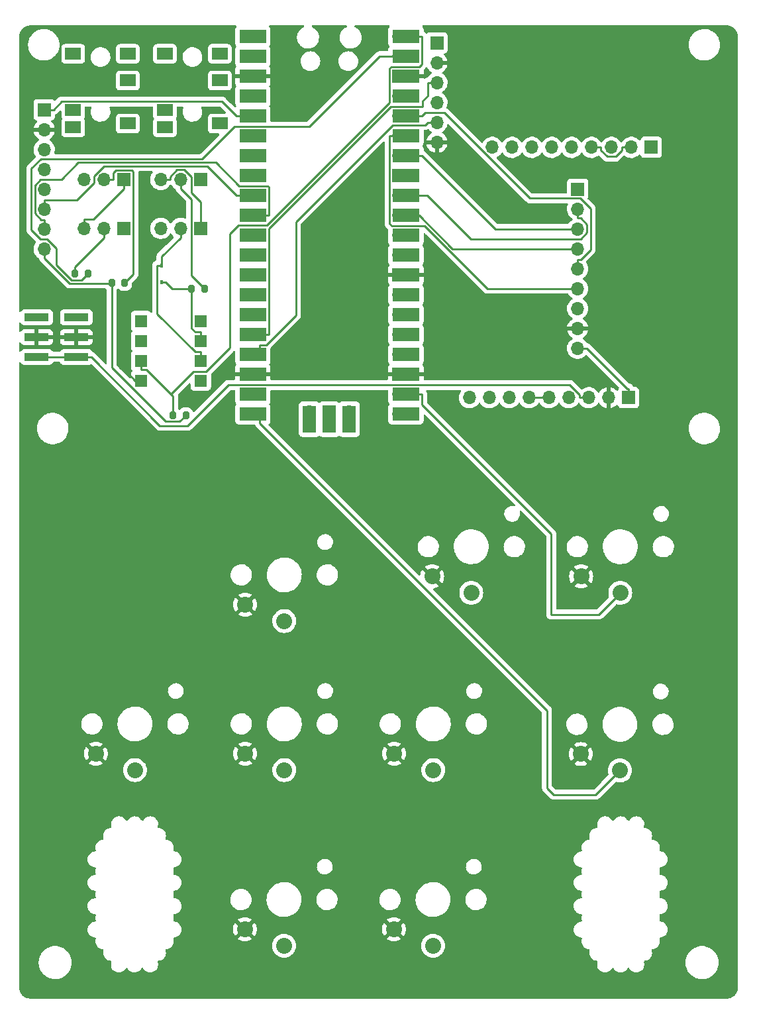
<source format=gbr>
%TF.GenerationSoftware,KiCad,Pcbnew,(6.0.7)*%
%TF.CreationDate,2024-01-30T22:45:08+09:00*%
%TF.ProjectId,pico_tracker,7069636f-5f74-4726-9163-6b65722e6b69,rev?*%
%TF.SameCoordinates,Original*%
%TF.FileFunction,Copper,L2,Bot*%
%TF.FilePolarity,Positive*%
%FSLAX46Y46*%
G04 Gerber Fmt 4.6, Leading zero omitted, Abs format (unit mm)*
G04 Created by KiCad (PCBNEW (6.0.7)) date 2024-01-30 22:45:08*
%MOMM*%
%LPD*%
G01*
G04 APERTURE LIST*
G04 Aperture macros list*
%AMRoundRect*
0 Rectangle with rounded corners*
0 $1 Rounding radius*
0 $2 $3 $4 $5 $6 $7 $8 $9 X,Y pos of 4 corners*
0 Add a 4 corners polygon primitive as box body*
4,1,4,$2,$3,$4,$5,$6,$7,$8,$9,$2,$3,0*
0 Add four circle primitives for the rounded corners*
1,1,$1+$1,$2,$3*
1,1,$1+$1,$4,$5*
1,1,$1+$1,$6,$7*
1,1,$1+$1,$8,$9*
0 Add four rect primitives between the rounded corners*
20,1,$1+$1,$2,$3,$4,$5,0*
20,1,$1+$1,$4,$5,$6,$7,0*
20,1,$1+$1,$6,$7,$8,$9,0*
20,1,$1+$1,$8,$9,$2,$3,0*%
G04 Aperture macros list end*
%TA.AperFunction,SMDPad,CuDef*%
%ADD10R,2.000000X1.500000*%
%TD*%
%TA.AperFunction,SMDPad,CuDef*%
%ADD11R,3.150000X1.000000*%
%TD*%
%TA.AperFunction,ComponentPad*%
%ADD12C,2.032000*%
%TD*%
%TA.AperFunction,ComponentPad*%
%ADD13R,1.700000X1.700000*%
%TD*%
%TA.AperFunction,ComponentPad*%
%ADD14O,1.700000X1.700000*%
%TD*%
%TA.AperFunction,SMDPad,CuDef*%
%ADD15R,3.500000X1.700000*%
%TD*%
%TA.AperFunction,SMDPad,CuDef*%
%ADD16R,1.700000X3.500000*%
%TD*%
%TA.AperFunction,SMDPad,CuDef*%
%ADD17R,0.450000X0.600000*%
%TD*%
%TA.AperFunction,SMDPad,CuDef*%
%ADD18RoundRect,0.200000X0.200000X0.275000X-0.200000X0.275000X-0.200000X-0.275000X0.200000X-0.275000X0*%
%TD*%
%TA.AperFunction,SMDPad,CuDef*%
%ADD19R,1.600000X1.600000*%
%TD*%
%TA.AperFunction,SMDPad,CuDef*%
%ADD20RoundRect,0.200000X-0.200000X-0.275000X0.200000X-0.275000X0.200000X0.275000X-0.200000X0.275000X0*%
%TD*%
%TA.AperFunction,ViaPad*%
%ADD21C,0.800000*%
%TD*%
%TA.AperFunction,Conductor*%
%ADD22C,0.250000*%
%TD*%
G04 APERTURE END LIST*
D10*
%TO.P,J2,1*%
%TO.N,N/C*%
X128000000Y-32300000D03*
%TO.P,J2,2*%
X121000000Y-32300000D03*
%TO.P,J2,3*%
X128000000Y-35700000D03*
%TO.P,J2,4*%
X121000000Y-39500000D03*
%TO.P,J2,5*%
X121000000Y-41700000D03*
%TO.P,J2,6*%
X128000000Y-41200000D03*
%TD*%
%TO.P,J1,1*%
%TO.N,N/C*%
X116250000Y-32300000D03*
%TO.P,J1,2*%
X109250000Y-32300000D03*
%TO.P,J1,3*%
X116250000Y-35700000D03*
%TO.P,J1,4*%
X109250000Y-39500000D03*
%TO.P,J1,5*%
X109250000Y-41700000D03*
%TO.P,J1,6*%
X116250000Y-41200000D03*
%TD*%
D11*
%TO.P,J9,1,Pin_1*%
%TO.N,KILL_SWITCH*%
X109650000Y-71040000D03*
%TO.P,J9,2,Pin_2*%
%TO.N,GND*%
X109650000Y-68500000D03*
%TO.P,J9,3,Pin_3*%
%TO.N,unconnected-(J9-Pad3)*%
X109650000Y-65960000D03*
%TO.P,J9,4,Pin_4*%
%TO.N,KILL_SWITCH*%
X104600000Y-71040000D03*
%TO.P,J9,5,Pin_5*%
%TO.N,GND*%
X104600000Y-68500000D03*
%TO.P,J9,6,Pin_6*%
%TO.N,unconnected-(J9-Pad6)*%
X104600000Y-65960000D03*
%TD*%
D12*
%TO.P,SW3,1*%
%TO.N,RIGHT*%
X155300000Y-123850000D03*
%TO.P,SW3,2*%
%TO.N,GND*%
X150300000Y-121750000D03*
%TD*%
%TO.P,SW2,1*%
%TO.N,DOWN*%
X136250000Y-123850000D03*
%TO.P,SW2,2*%
%TO.N,GND*%
X131250000Y-121750000D03*
%TD*%
%TO.P,SW1,1*%
%TO.N,LEFT*%
X117150000Y-123850000D03*
%TO.P,SW1,2*%
%TO.N,GND*%
X112150000Y-121750000D03*
%TD*%
%TO.P,SW5,1*%
%TO.N,RT*%
X155250000Y-146300000D03*
%TO.P,SW5,2*%
%TO.N,GND*%
X150250000Y-144200000D03*
%TD*%
%TO.P,SW7,1*%
%TO.N,A*%
X179200000Y-101200000D03*
%TO.P,SW7,2*%
%TO.N,GND*%
X174200000Y-99100000D03*
%TD*%
%TO.P,SW8,1*%
%TO.N,LT*%
X136200000Y-146300000D03*
%TO.P,SW8,2*%
%TO.N,GND*%
X131200000Y-144200000D03*
%TD*%
%TO.P,SW9,1*%
%TO.N,PLAY*%
X179150000Y-123900000D03*
%TO.P,SW9,2*%
%TO.N,GND*%
X174150000Y-121800000D03*
%TD*%
D13*
%TO.P,J7,1,Pin_1*%
%TO.N,VCC*%
X105550000Y-39450000D03*
D14*
%TO.P,J7,2,Pin_2*%
%TO.N,GND*%
X105550000Y-41990000D03*
%TO.P,J7,3,Pin_3*%
%TO.N,DP3*%
X105550000Y-44530000D03*
%TO.P,J7,4,Pin_4*%
%TO.N,DP4*%
X105550000Y-47070000D03*
%TO.P,J7,5,Pin_5*%
%TO.N,DP5*%
X105550000Y-49610000D03*
%TO.P,J7,6,Pin_6*%
%TO.N,DP6*%
X105550000Y-52150000D03*
%TO.P,J7,7,Pin_7*%
%TO.N,DP7*%
X105550000Y-54690000D03*
%TO.P,J7,8,Pin_8*%
%TO.N,VCC*%
X105550000Y-57230000D03*
%TD*%
D12*
%TO.P,SW4,1*%
%TO.N,UP*%
X136250000Y-104800000D03*
%TO.P,SW4,2*%
%TO.N,GND*%
X131250000Y-102700000D03*
%TD*%
%TO.P,SW6,1*%
%TO.N,B*%
X160150000Y-101200000D03*
%TO.P,SW6,2*%
%TO.N,GND*%
X155150000Y-99100000D03*
%TD*%
D13*
%TO.P,REF1,1*%
%TO.N,LOUT*%
X183150000Y-44250000D03*
D14*
%TO.P,REF1,2*%
%TO.N,AGND*%
X180610000Y-44250000D03*
%TO.P,REF1,3*%
%TO.N,ROUT*%
X178070000Y-44250000D03*
%TO.P,REF1,4*%
%TO.N,AGND*%
X175530000Y-44250000D03*
%TO.P,REF1,5*%
%TO.N,N/C*%
X172990000Y-44250000D03*
%TO.P,REF1,6*%
X170450000Y-44250000D03*
%TO.P,REF1,7*%
X167910000Y-44250000D03*
%TO.P,REF1,8*%
X165370000Y-44250000D03*
%TO.P,REF1,9*%
X162830000Y-44250000D03*
%TD*%
%TO.P,U1,1,GPIO0*%
%TO.N,RX*%
X150890000Y-30070000D03*
D15*
X151790000Y-30070000D03*
D14*
%TO.P,U1,2,GPIO1*%
%TO.N,TX*%
X150890000Y-32610000D03*
D15*
X151790000Y-32610000D03*
%TO.P,U1,3,GND*%
%TO.N,GND*%
X151790000Y-35150000D03*
D13*
X150890000Y-35150000D03*
D14*
%TO.P,U1,4,GPIO2*%
%TO.N,CLK*%
X150890000Y-37690000D03*
D15*
X151790000Y-37690000D03*
D14*
%TO.P,U1,5,GPIO3*%
%TO.N,SI*%
X150890000Y-40230000D03*
D15*
X151790000Y-40230000D03*
D14*
%TO.P,U1,6,GPIO4*%
%TO.N,SO*%
X150890000Y-42770000D03*
D15*
X151790000Y-42770000D03*
D14*
%TO.P,U1,7,GPIO5*%
%TO.N,D1*%
X150890000Y-45310000D03*
D15*
X151790000Y-45310000D03*
D13*
%TO.P,U1,8,GND*%
%TO.N,unconnected-(U1-Pad8)*%
X150890000Y-47850000D03*
D15*
X151790000Y-47850000D03*
D14*
%TO.P,U1,9,GPIO6*%
%TO.N,DAT2*%
X150890000Y-50390000D03*
D15*
X151790000Y-50390000D03*
%TO.P,U1,10,GPIO7*%
%TO.N,D3*%
X151790000Y-52930000D03*
D14*
X150890000Y-52930000D03*
%TO.P,U1,11,GPIO8*%
%TO.N,LEFT*%
X150890000Y-55470000D03*
D15*
X151790000Y-55470000D03*
%TO.P,U1,12,GPIO9*%
%TO.N,DOWN*%
X151790000Y-58010000D03*
D14*
X150890000Y-58010000D03*
D15*
%TO.P,U1,13,GND*%
%TO.N,GND*%
X151790000Y-60550000D03*
D13*
X150890000Y-60550000D03*
D14*
%TO.P,U1,14,GPIO10*%
%TO.N,RIGHT*%
X150890000Y-63090000D03*
D15*
X151790000Y-63090000D03*
%TO.P,U1,15,GPIO11*%
%TO.N,UP*%
X151790000Y-65630000D03*
D14*
X150890000Y-65630000D03*
D15*
%TO.P,U1,16,GPIO12*%
%TO.N,RT*%
X151790000Y-68170000D03*
D14*
X150890000Y-68170000D03*
%TO.P,U1,17,GPIO13*%
%TO.N,B*%
X150890000Y-70710000D03*
D15*
X151790000Y-70710000D03*
%TO.P,U1,18,GND*%
%TO.N,GND*%
X151790000Y-73250000D03*
D13*
X150890000Y-73250000D03*
D14*
%TO.P,U1,19,GPIO14*%
%TO.N,A*%
X150890000Y-75790000D03*
D15*
X151790000Y-75790000D03*
D14*
%TO.P,U1,20,GPIO15*%
%TO.N,LT*%
X150890000Y-78330000D03*
D15*
X151790000Y-78330000D03*
%TO.P,U1,21,GPIO16*%
%TO.N,PLAY*%
X132210000Y-78330000D03*
D14*
X133110000Y-78330000D03*
%TO.P,U1,22,GPIO17*%
%TO.N,DIN*%
X133110000Y-75790000D03*
D15*
X132210000Y-75790000D03*
D13*
%TO.P,U1,23,GND*%
%TO.N,GND*%
X133110000Y-73250000D03*
D15*
X132210000Y-73250000D03*
%TO.P,U1,24,GPIO18*%
%TO.N,BCK*%
X132210000Y-70710000D03*
D14*
X133110000Y-70710000D03*
%TO.P,U1,25,GPIO19*%
%TO.N,LRCK*%
X133110000Y-68170000D03*
D15*
X132210000Y-68170000D03*
%TO.P,U1,26,GPIO20*%
%TO.N,DP3*%
X132210000Y-65630000D03*
D14*
X133110000Y-65630000D03*
D15*
%TO.P,U1,27,GPIO21*%
%TO.N,DP5*%
X132210000Y-63090000D03*
D14*
X133110000Y-63090000D03*
D15*
%TO.P,U1,28,GND*%
%TO.N,unconnected-(U1-Pad28)*%
X132210000Y-60550000D03*
D13*
X133110000Y-60550000D03*
D14*
%TO.P,U1,29,GPIO22*%
%TO.N,DP4*%
X133110000Y-58010000D03*
D15*
X132210000Y-58010000D03*
%TO.P,U1,30,RUN*%
%TO.N,unconnected-(U1-Pad30)*%
X132210000Y-55470000D03*
D14*
X133110000Y-55470000D03*
%TO.P,U1,31,GPIO26_ADC0*%
%TO.N,DP7*%
X133110000Y-52930000D03*
D15*
X132210000Y-52930000D03*
D14*
%TO.P,U1,32,GPIO27_ADC1*%
%TO.N,DP6*%
X133110000Y-50390000D03*
D15*
X132210000Y-50390000D03*
D13*
%TO.P,U1,33,AGND*%
%TO.N,unconnected-(U1-Pad33)*%
X133110000Y-47850000D03*
D15*
X132210000Y-47850000D03*
D14*
%TO.P,U1,34,GPIO28_ADC2*%
%TO.N,unconnected-(U1-Pad34)*%
X133110000Y-45310000D03*
D15*
X132210000Y-45310000D03*
%TO.P,U1,35,ADC_VREF*%
%TO.N,unconnected-(U1-Pad35)*%
X132210000Y-42770000D03*
D14*
X133110000Y-42770000D03*
%TO.P,U1,36,3V3*%
%TO.N,VCC*%
X133110000Y-40230000D03*
D15*
X132210000Y-40230000D03*
%TO.P,U1,37,3V3_EN*%
%TO.N,unconnected-(U1-Pad37)*%
X132210000Y-37690000D03*
D14*
X133110000Y-37690000D03*
D13*
%TO.P,U1,38,GND*%
%TO.N,GND*%
X133110000Y-35150000D03*
D15*
X132210000Y-35150000D03*
%TO.P,U1,39,VSYS*%
%TO.N,unconnected-(U1-Pad39)*%
X132210000Y-32610000D03*
D14*
X133110000Y-32610000D03*
%TO.P,U1,40,VBUS*%
%TO.N,unconnected-(U1-Pad40)*%
X133110000Y-30070000D03*
D15*
X132210000Y-30070000D03*
D16*
%TO.P,U1,41,SWCLK*%
%TO.N,unconnected-(U1-Pad41)*%
X144540000Y-79000000D03*
D14*
X144540000Y-78100000D03*
D16*
%TO.P,U1,42,GND*%
%TO.N,unconnected-(U1-Pad42)*%
X142000000Y-79000000D03*
D13*
X142000000Y-78100000D03*
D16*
%TO.P,U1,43,SWDIO*%
%TO.N,unconnected-(U1-Pad43)*%
X139460000Y-79000000D03*
D14*
X139460000Y-78100000D03*
%TD*%
D13*
%TO.P,J5,1,Pin_1*%
%TO.N,Net-(J1-PadR)*%
X115750000Y-48350000D03*
D14*
%TO.P,J5,2,Pin_2*%
%TO.N,Net-(J5-Pad2)*%
X113210000Y-48350000D03*
%TO.P,J5,3,Pin_3*%
%TO.N,Net-(J1-PadT)*%
X110670000Y-48350000D03*
%TD*%
D13*
%TO.P,J3,1,Pin_1*%
%TO.N,Net-(J2-PadR)*%
X125525000Y-48350000D03*
D14*
%TO.P,J3,2,Pin_2*%
%TO.N,Net-(J3-Pad2)*%
X122985000Y-48350000D03*
%TO.P,J3,3,Pin_3*%
%TO.N,Net-(J2-PadT)*%
X120445000Y-48350000D03*
%TD*%
D17*
%TO.P,D1,1,K*%
%TO.N,Net-(D1-Pad1)*%
X120550000Y-61450000D03*
%TO.P,D1,2,A*%
%TO.N,Net-(D1-Pad2)*%
X120550000Y-59350000D03*
%TD*%
D13*
%TO.P,J4,1,Pin_1*%
%TO.N,Net-(J2-PadT)*%
X125525000Y-54600000D03*
D14*
%TO.P,J4,2,Pin_2*%
%TO.N,Net-(D1-Pad2)*%
X122985000Y-54600000D03*
%TO.P,J4,3,Pin_3*%
%TO.N,Net-(J2-PadR)*%
X120445000Y-54600000D03*
%TD*%
D18*
%TO.P,R3,1*%
%TO.N,TX*%
X111125000Y-60400000D03*
%TO.P,R3,2*%
%TO.N,Net-(J6-Pad2)*%
X109475000Y-60400000D03*
%TD*%
D13*
%TO.P,U3,1,VIN*%
%TO.N,VCC*%
X155750000Y-30900000D03*
D14*
%TO.P,U3,2,GND*%
%TO.N,GND*%
X155750000Y-33440000D03*
%TO.P,U3,3,LRCK*%
%TO.N,LRCK*%
X155750000Y-35980000D03*
%TO.P,U3,4,DIN*%
%TO.N,DIN*%
X155750000Y-38520000D03*
%TO.P,U3,5,BCK*%
%TO.N,BCK*%
X155750000Y-41060000D03*
%TO.P,U3,6,SCK*%
%TO.N,GND*%
X155750000Y-43600000D03*
%TD*%
D19*
%TO.P,U2,1,NC*%
%TO.N,unconnected-(U2-Pad1)*%
X125560000Y-66440000D03*
%TO.P,U2,2,C1*%
%TO.N,Net-(D1-Pad1)*%
X125560000Y-68980000D03*
%TO.P,U2,3,C2*%
%TO.N,Net-(D1-Pad2)*%
X125560000Y-71520000D03*
%TO.P,U2,4,NC*%
%TO.N,unconnected-(U2-Pad4)*%
X125560000Y-74060000D03*
%TO.P,U2,5,GND*%
%TO.N,GND*%
X117940000Y-74060000D03*
%TO.P,U2,6,VO2*%
%TO.N,RX*%
X117940000Y-71520000D03*
%TO.P,U2,7,VO1*%
%TO.N,unconnected-(U2-Pad7)*%
X117940000Y-68980000D03*
%TO.P,U2,8,VCC*%
%TO.N,VCC5*%
X117940000Y-66440000D03*
%TD*%
D13*
%TO.P,J10,1,Pin_1*%
%TO.N,VCC*%
X180250000Y-76250000D03*
D14*
%TO.P,J10,2,Pin_2*%
%TO.N,GND*%
X177710000Y-76250000D03*
%TO.P,J10,3,Pin_3*%
%TO.N,KILL_SWITCH*%
X175170000Y-76250000D03*
%TO.P,J10,4,Pin_4*%
%TO.N,L_AMP*%
X172630000Y-76250000D03*
%TO.P,J10,5,Pin_5*%
%TO.N,AGND*%
X170090000Y-76250000D03*
%TO.P,J10,6,Pin_6*%
X167550000Y-76250000D03*
%TO.P,J10,7,Pin_7*%
%TO.N,R_AMP*%
X165010000Y-76250000D03*
%TO.P,J10,8,Pin_8*%
%TO.N,unconnected-(J10-Pad8)*%
X162470000Y-76250000D03*
%TO.P,J10,9,Pin_9*%
%TO.N,unconnected-(J10-Pad9)*%
X159930000Y-76250000D03*
%TD*%
D20*
%TO.P,R1,1*%
%TO.N,VCC*%
X114175000Y-61600000D03*
%TO.P,R1,2*%
%TO.N,Net-(J5-Pad2)*%
X115825000Y-61600000D03*
%TD*%
%TO.P,R4,1*%
%TO.N,RX*%
X122025000Y-78500000D03*
%TO.P,R4,2*%
%TO.N,VCC*%
X123675000Y-78500000D03*
%TD*%
D18*
%TO.P,R2,1*%
%TO.N,Net-(J3-Pad2)*%
X126025000Y-62300000D03*
%TO.P,R2,2*%
%TO.N,Net-(D1-Pad1)*%
X124375000Y-62300000D03*
%TD*%
D13*
%TO.P,J8,1,Pin_1*%
%TO.N,unconnected-(J8-Pad1)*%
X173750000Y-49600000D03*
D14*
%TO.P,J8,2,Pin_2*%
%TO.N,DAT2*%
X173750000Y-52140000D03*
%TO.P,J8,3,Pin_3*%
%TO.N,D1*%
X173750000Y-54680000D03*
%TO.P,J8,4,Pin_4*%
%TO.N,D3*%
X173750000Y-57220000D03*
%TO.P,J8,5,Pin_5*%
%TO.N,SI*%
X173750000Y-59760000D03*
%TO.P,J8,6,Pin_6*%
%TO.N,SO*%
X173750000Y-62300000D03*
%TO.P,J8,7,Pin_7*%
%TO.N,CLK*%
X173750000Y-64840000D03*
%TO.P,J8,8,Pin_8*%
%TO.N,GND*%
X173750000Y-67380000D03*
%TO.P,J8,9,Pin_9*%
%TO.N,VCC*%
X173750000Y-69920000D03*
%TD*%
D13*
%TO.P,J6,1,Pin_1*%
%TO.N,Net-(J1-PadT)*%
X115775000Y-54600000D03*
D14*
%TO.P,J6,2,Pin_2*%
%TO.N,Net-(J6-Pad2)*%
X113235000Y-54600000D03*
%TO.P,J6,3,Pin_3*%
%TO.N,Net-(J1-PadR)*%
X110695000Y-54600000D03*
%TD*%
D21*
%TO.N,GND*%
X115500000Y-72350000D03*
%TD*%
D22*
%TO.N,GND*%
X117210000Y-74060000D02*
X115500000Y-72350000D01*
X117940000Y-74060000D02*
X117210000Y-74060000D01*
%TO.N,LRCK*%
X134285100Y-68170000D02*
X133110000Y-68170000D01*
X149886600Y-39013700D02*
X134285100Y-54615200D01*
X134285100Y-54615200D02*
X134285100Y-68170000D01*
X153936300Y-39013700D02*
X149886600Y-39013700D01*
X153950000Y-38300000D02*
X153950000Y-39000000D01*
X154574900Y-37675100D02*
X153950000Y-38300000D01*
X153950000Y-39000000D02*
X153936300Y-39013700D01*
X154574900Y-35980000D02*
X154574900Y-37675100D01*
X155750000Y-35980000D02*
X154574900Y-35980000D01*
%TO.N,A*%
X153865100Y-77146500D02*
X153865100Y-75790000D01*
X170350000Y-93631400D02*
X153865100Y-77146500D01*
X170350000Y-103950000D02*
X170350000Y-93631400D01*
X176450000Y-103950000D02*
X170350000Y-103950000D01*
X179200000Y-101200000D02*
X176450000Y-103950000D01*
X153865100Y-75790000D02*
X150890000Y-75790000D01*
%TO.N,PLAY*%
X169831600Y-116226700D02*
X133110000Y-79505100D01*
X170700000Y-127000000D02*
X169831600Y-126131600D01*
X176050000Y-127000000D02*
X170700000Y-127000000D01*
X169831600Y-126131600D02*
X169831600Y-116226700D01*
X179150000Y-123900000D02*
X176050000Y-127000000D01*
X133110000Y-79505100D02*
X133110000Y-78330000D01*
%TO.N,AGND*%
X167550000Y-76250000D02*
X170090000Y-76250000D01*
X179434900Y-44615200D02*
X179434900Y-44250000D01*
X178613600Y-45436500D02*
X179434900Y-44615200D01*
X177524400Y-45436500D02*
X178613600Y-45436500D01*
X176705100Y-44617200D02*
X177524400Y-45436500D01*
X176705100Y-44250000D02*
X176705100Y-44617200D01*
X175530000Y-44250000D02*
X176705100Y-44250000D01*
X180610000Y-44250000D02*
X179434900Y-44250000D01*
%TO.N,KILL_SWITCH*%
X104600000Y-71040000D02*
X109650000Y-71040000D01*
X120340500Y-79830400D02*
X111550100Y-71040000D01*
X123891700Y-79830400D02*
X120340500Y-79830400D01*
X129107300Y-74614800D02*
X123891700Y-79830400D01*
X172726900Y-74614800D02*
X129107300Y-74614800D01*
X173994900Y-75882800D02*
X172726900Y-74614800D01*
X173994900Y-76250000D02*
X173994900Y-75882800D01*
X175170000Y-76250000D02*
X173994900Y-76250000D01*
X109650000Y-71040000D02*
X111550100Y-71040000D01*
%TO.N,BCK*%
X133917900Y-69534900D02*
X133110000Y-69534900D01*
X137734400Y-65718400D02*
X133917900Y-69534900D01*
X137734400Y-53761500D02*
X137734400Y-65718400D01*
X150090700Y-41405200D02*
X137734400Y-53761500D01*
X154229700Y-41405200D02*
X150090700Y-41405200D01*
X154574900Y-41060000D02*
X154229700Y-41405200D01*
X155750000Y-41060000D02*
X154574900Y-41060000D01*
X133110000Y-70710000D02*
X133110000Y-69534900D01*
%TO.N,D3*%
X153461400Y-52930000D02*
X150890000Y-52930000D01*
X157751400Y-57220000D02*
X153461400Y-52930000D01*
X173750000Y-57220000D02*
X157751400Y-57220000D01*
%TO.N,DAT2*%
X154542600Y-50390000D02*
X150890000Y-50390000D01*
X160102600Y-55950000D02*
X154542600Y-50390000D01*
X174143000Y-55950000D02*
X160102600Y-55950000D01*
X174934200Y-55158800D02*
X174143000Y-55950000D01*
X174934200Y-54132100D02*
X174934200Y-55158800D01*
X174117200Y-53315100D02*
X174934200Y-54132100D01*
X173750000Y-53315100D02*
X174117200Y-53315100D01*
X173750000Y-52140000D02*
X173750000Y-53315100D01*
%TO.N,D1*%
X163235100Y-54680000D02*
X153865100Y-45310000D01*
X172574900Y-54680000D02*
X163235100Y-54680000D01*
X173750000Y-54680000D02*
X172574900Y-54680000D01*
X150890000Y-45310000D02*
X153865100Y-45310000D01*
%TO.N,SO*%
X149714900Y-54015400D02*
X149714900Y-42770000D01*
X149994300Y-54294800D02*
X149714900Y-54015400D01*
X154186600Y-54294800D02*
X149994300Y-54294800D01*
X162191800Y-62300000D02*
X154186600Y-54294800D01*
X173750000Y-62300000D02*
X162191800Y-62300000D01*
X150890000Y-42770000D02*
X149714900Y-42770000D01*
%TO.N,SI*%
X154263500Y-39831600D02*
X153865100Y-40230000D01*
X156723300Y-39831600D02*
X154263500Y-39831600D01*
X167666900Y-50775200D02*
X156723300Y-39831600D01*
X174078500Y-50775200D02*
X167666900Y-50775200D01*
X175385700Y-52082400D02*
X174078500Y-50775200D01*
X175385700Y-57316400D02*
X175385700Y-52082400D01*
X174117200Y-58584900D02*
X175385700Y-57316400D01*
X173750000Y-58584900D02*
X174117200Y-58584900D01*
X173750000Y-59760000D02*
X173750000Y-58584900D01*
X150890000Y-40230000D02*
X153865100Y-40230000D01*
%TO.N,RX*%
X117940000Y-71890000D02*
X117940000Y-72645100D01*
X117940000Y-71890000D02*
X117940000Y-71520000D01*
X150890000Y-30070000D02*
X153865100Y-30070000D01*
X153865100Y-33613200D02*
X153865100Y-30070000D01*
X153503500Y-33974800D02*
X153865100Y-33613200D01*
X149905500Y-33974800D02*
X153503500Y-33974800D01*
X149714900Y-34165400D02*
X149905500Y-33974800D01*
X149714900Y-38548700D02*
X149714900Y-34165400D01*
X134063600Y-54200000D02*
X149714900Y-38548700D01*
X130402600Y-54200000D02*
X134063600Y-54200000D01*
X129283000Y-55319600D02*
X130402600Y-54200000D01*
X129283000Y-69875700D02*
X129283000Y-55319600D01*
X126223900Y-72934800D02*
X129283000Y-69875700D01*
X124619400Y-72934800D02*
X126223900Y-72934800D01*
X121776200Y-75778000D02*
X124619400Y-72934800D01*
X122025000Y-76026900D02*
X121776200Y-75778000D01*
X122025000Y-78500000D02*
X122025000Y-76026900D01*
X118643200Y-72645100D02*
X117940000Y-72645100D01*
X121776200Y-75778000D02*
X118643200Y-72645100D01*
%TO.N,TX*%
X148437200Y-32610000D02*
X150890000Y-32610000D01*
X139452400Y-41594800D02*
X148437200Y-32610000D01*
X129885800Y-41594800D02*
X139452400Y-41594800D01*
X125742300Y-45738300D02*
X129885800Y-41594800D01*
X105128800Y-45738300D02*
X125742300Y-45738300D01*
X103905800Y-46961300D02*
X105128800Y-45738300D01*
X103905800Y-54781800D02*
X103905800Y-46961300D01*
X105084000Y-55960000D02*
X103905800Y-54781800D01*
X105948300Y-55960000D02*
X105084000Y-55960000D01*
X107134400Y-57146100D02*
X105948300Y-55960000D01*
X107134400Y-59278100D02*
X107134400Y-57146100D01*
X109057200Y-61200900D02*
X107134400Y-59278100D01*
X110324100Y-61200900D02*
X109057200Y-61200900D01*
X111125000Y-60400000D02*
X110324100Y-61200900D01*
%TO.N,DP7*%
X105184700Y-53514900D02*
X105550000Y-53514900D01*
X104357000Y-52687200D02*
X105184700Y-53514900D01*
X104357000Y-49084600D02*
X104357000Y-52687200D01*
X105101600Y-48340000D02*
X104357000Y-49084600D01*
X107737000Y-48340000D02*
X105101600Y-48340000D01*
X109888500Y-46188500D02*
X107737000Y-48340000D01*
X127481500Y-46188500D02*
X109888500Y-46188500D01*
X130507800Y-49214800D02*
X127481500Y-46188500D01*
X134159200Y-49214800D02*
X130507800Y-49214800D01*
X134285100Y-49340700D02*
X134159200Y-49214800D01*
X134285100Y-52930000D02*
X134285100Y-49340700D01*
X133110000Y-52930000D02*
X134285100Y-52930000D01*
X105550000Y-54690000D02*
X105550000Y-53514900D01*
%TO.N,DP6*%
X109713600Y-50974900D02*
X105550000Y-50974900D01*
X111940000Y-48748500D02*
X109713600Y-50974900D01*
X111940000Y-47929100D02*
X111940000Y-48748500D01*
X113230100Y-46639000D02*
X111940000Y-47929100D01*
X126383900Y-46639000D02*
X113230100Y-46639000D01*
X130134900Y-50390000D02*
X126383900Y-46639000D01*
X133110000Y-50390000D02*
X130134900Y-50390000D01*
X105550000Y-52150000D02*
X105550000Y-50974900D01*
%TO.N,VCC*%
X128301400Y-38396500D02*
X130134900Y-40230000D01*
X107778600Y-38396500D02*
X128301400Y-38396500D01*
X106725100Y-39450000D02*
X107778600Y-38396500D01*
X105550000Y-39450000D02*
X106725100Y-39450000D01*
X133110000Y-40230000D02*
X130134900Y-40230000D01*
X122873100Y-79301900D02*
X123675000Y-78500000D01*
X121073400Y-79301900D02*
X122873100Y-79301900D01*
X114175000Y-72403500D02*
X121073400Y-79301900D01*
X114175000Y-61600000D02*
X114175000Y-72403500D01*
X180080000Y-75074900D02*
X180250000Y-75074900D01*
X174925100Y-69920000D02*
X180080000Y-75074900D01*
X173750000Y-69920000D02*
X174925100Y-69920000D01*
X180250000Y-76250000D02*
X180250000Y-75074900D01*
X105550000Y-57230000D02*
X105550000Y-58405100D01*
X114124000Y-61651000D02*
X114175000Y-61600000D01*
X108795900Y-61651000D02*
X114124000Y-61651000D01*
X105550000Y-58405100D02*
X108795900Y-61651000D01*
%TO.N,Net-(J6-Pad2)*%
X109475000Y-59535100D02*
X109475000Y-60400000D01*
X113235000Y-55775100D02*
X109475000Y-59535100D01*
X113235000Y-54600000D02*
X113235000Y-55775100D01*
%TO.N,Net-(J5-Pad2)*%
X114385100Y-47518900D02*
X114385100Y-48350000D01*
X114729200Y-47174800D02*
X114385100Y-47518900D01*
X116739800Y-47174800D02*
X114729200Y-47174800D01*
X116950200Y-47385200D02*
X116739800Y-47174800D01*
X116950200Y-60474800D02*
X116950200Y-47385200D01*
X115825000Y-61600000D02*
X116950200Y-60474800D01*
X113210000Y-48350000D02*
X114385100Y-48350000D01*
%TO.N,Net-(J1-PadR)*%
X111850200Y-53424900D02*
X115750000Y-49525100D01*
X110695000Y-53424900D02*
X111850200Y-53424900D01*
X115750000Y-48350000D02*
X115750000Y-49525100D01*
X110695000Y-54600000D02*
X110695000Y-53424900D01*
%TO.N,Net-(J2-PadT)*%
X121620100Y-47984700D02*
X121620100Y-48350000D01*
X122479100Y-47125700D02*
X121620100Y-47984700D01*
X123442900Y-47125700D02*
X122479100Y-47125700D01*
X124349800Y-48032600D02*
X123442900Y-47125700D01*
X124349800Y-50048500D02*
X124349800Y-48032600D01*
X125525000Y-51223700D02*
X124349800Y-50048500D01*
X125525000Y-54600000D02*
X125525000Y-51223700D01*
X120445000Y-48350000D02*
X121620100Y-48350000D01*
%TO.N,Net-(J3-Pad2)*%
X124349800Y-50889900D02*
X122985000Y-49525100D01*
X124349800Y-60624800D02*
X124349800Y-50889900D01*
X126025000Y-62300000D02*
X124349800Y-60624800D01*
X122985000Y-48350000D02*
X122985000Y-49525100D01*
%TO.N,Net-(D1-Pad2)*%
X119999900Y-65538000D02*
X119999900Y-59350000D01*
X124856800Y-70394900D02*
X119999900Y-65538000D01*
X125560000Y-70394900D02*
X124856800Y-70394900D01*
X125560000Y-71520000D02*
X125560000Y-70394900D01*
X120550000Y-59350000D02*
X119999900Y-59350000D01*
X120550000Y-58210100D02*
X120550000Y-59350000D01*
X122985000Y-55775100D02*
X120550000Y-58210100D01*
X122985000Y-54600000D02*
X122985000Y-55775100D01*
%TO.N,Net-(D1-Pad1)*%
X121950100Y-62300000D02*
X121100100Y-61450000D01*
X124375000Y-62300000D02*
X121950100Y-62300000D01*
X120550000Y-61450000D02*
X121100100Y-61450000D01*
X124375000Y-67373100D02*
X124375000Y-62300000D01*
X124856800Y-67854900D02*
X124375000Y-67373100D01*
X125560000Y-67854900D02*
X124856800Y-67854900D01*
X125560000Y-68980000D02*
X125560000Y-67854900D01*
%TD*%
%TA.AperFunction,Conductor*%
%TO.N,GND*%
G36*
X192765523Y-28655842D02*
G01*
X192773347Y-28656040D01*
X192844204Y-28657832D01*
X192850569Y-28658155D01*
X192897772Y-28661744D01*
X192919976Y-28663432D01*
X192926276Y-28664071D01*
X192982048Y-28671157D01*
X192994481Y-28672737D01*
X193000747Y-28673694D01*
X193067738Y-28685657D01*
X193073911Y-28686920D01*
X193139577Y-28702076D01*
X193145636Y-28703634D01*
X193210081Y-28721935D01*
X193216028Y-28723784D01*
X193232803Y-28729460D01*
X193279082Y-28745119D01*
X193284907Y-28747251D01*
X193324037Y-28762680D01*
X193346560Y-28771561D01*
X193352244Y-28773965D01*
X193412432Y-28801174D01*
X193417968Y-28803841D01*
X193476610Y-28833876D01*
X193481959Y-28836781D01*
X193538951Y-28869551D01*
X193544145Y-28872707D01*
X193599449Y-28908161D01*
X193604451Y-28911540D01*
X193657785Y-28949467D01*
X193657916Y-28949560D01*
X193662736Y-28953164D01*
X193714322Y-28993703D01*
X193718953Y-28997525D01*
X193768498Y-29040442D01*
X193772945Y-29044484D01*
X193786661Y-29057560D01*
X193820371Y-29089698D01*
X193820380Y-29089707D01*
X193824602Y-29093928D01*
X193869872Y-29141410D01*
X193873896Y-29145840D01*
X193916795Y-29195365D01*
X193920627Y-29200008D01*
X193922771Y-29202736D01*
X193960284Y-29250472D01*
X193961155Y-29251581D01*
X193964760Y-29256401D01*
X193967235Y-29259881D01*
X194002790Y-29309879D01*
X194006169Y-29314881D01*
X194041624Y-29370185D01*
X194044763Y-29375352D01*
X194077571Y-29432410D01*
X194080451Y-29437713D01*
X194110490Y-29496362D01*
X194113147Y-29501877D01*
X194140368Y-29562091D01*
X194142771Y-29567775D01*
X194161879Y-29616233D01*
X194167077Y-29629417D01*
X194169213Y-29635253D01*
X194190541Y-29698288D01*
X194192395Y-29704250D01*
X194210689Y-29768669D01*
X194212244Y-29774713D01*
X194227406Y-29840406D01*
X194227409Y-29840419D01*
X194228674Y-29846602D01*
X194240636Y-29913584D01*
X194241593Y-29919851D01*
X194250258Y-29988040D01*
X194250900Y-29994372D01*
X194256175Y-30063754D01*
X194256498Y-30070119D01*
X194258489Y-30148815D01*
X194258529Y-30152002D01*
X194258529Y-151573927D01*
X194258489Y-151577113D01*
X194256498Y-151655825D01*
X194256175Y-151662192D01*
X194250899Y-151731581D01*
X194250258Y-151737901D01*
X194241588Y-151806132D01*
X194240637Y-151812358D01*
X194228678Y-151879322D01*
X194227413Y-151885507D01*
X194212253Y-151951190D01*
X194210689Y-151957272D01*
X194192398Y-152021685D01*
X194190546Y-152027641D01*
X194179555Y-152060126D01*
X194169205Y-152090714D01*
X194167069Y-152096548D01*
X194142778Y-152158154D01*
X194140373Y-152163841D01*
X194113155Y-152224046D01*
X194110494Y-152229571D01*
X194103662Y-152242911D01*
X194080457Y-152288218D01*
X194077559Y-152293553D01*
X194044745Y-152350622D01*
X194041639Y-152355733D01*
X194006154Y-152411086D01*
X194002797Y-152416055D01*
X193964769Y-152469532D01*
X193961161Y-152474355D01*
X193920636Y-152525923D01*
X193916805Y-152530566D01*
X193873883Y-152580117D01*
X193869840Y-152584565D01*
X193824628Y-152631987D01*
X193820380Y-152636235D01*
X193772965Y-152681442D01*
X193768521Y-152685481D01*
X193718953Y-152728418D01*
X193718947Y-152728423D01*
X193714311Y-152732249D01*
X193688121Y-152752831D01*
X193662748Y-152772770D01*
X193657921Y-152776380D01*
X193604462Y-152814395D01*
X193599453Y-152817779D01*
X193544138Y-152853241D01*
X193538973Y-152856379D01*
X193495396Y-152881435D01*
X193481961Y-152889160D01*
X193476595Y-152892074D01*
X193417949Y-152922111D01*
X193412434Y-152924768D01*
X193352229Y-152951986D01*
X193346602Y-152954366D01*
X193284893Y-152978698D01*
X193279086Y-152980823D01*
X193216017Y-153002162D01*
X193210072Y-153004011D01*
X193145651Y-153022304D01*
X193139569Y-153023868D01*
X193073906Y-153039023D01*
X193067726Y-153040288D01*
X193000745Y-153052249D01*
X192994478Y-153053206D01*
X192926286Y-153061871D01*
X192919970Y-153062512D01*
X192907175Y-153063484D01*
X192850573Y-153067788D01*
X192844208Y-153068111D01*
X192769699Y-153069996D01*
X192765514Y-153070102D01*
X192762329Y-153070142D01*
X103827299Y-153070142D01*
X103824116Y-153070102D01*
X103817592Y-153069937D01*
X103745401Y-153068111D01*
X103739034Y-153067788D01*
X103688017Y-153063909D01*
X103669638Y-153062511D01*
X103663325Y-153061871D01*
X103595094Y-153053201D01*
X103588865Y-153052249D01*
X103521887Y-153040287D01*
X103515719Y-153039026D01*
X103450036Y-153023866D01*
X103443954Y-153022302D01*
X103379541Y-153004011D01*
X103373585Y-153002159D01*
X103310503Y-152980815D01*
X103304687Y-152978685D01*
X103243070Y-152954390D01*
X103237385Y-152951986D01*
X103177180Y-152924768D01*
X103171647Y-152922103D01*
X103152404Y-152912247D01*
X103113006Y-152892069D01*
X103107673Y-152889172D01*
X103050604Y-152856358D01*
X103045493Y-152853252D01*
X102990140Y-152817767D01*
X102985171Y-152814410D01*
X102931694Y-152776382D01*
X102926871Y-152772774D01*
X102875303Y-152732249D01*
X102870660Y-152728418D01*
X102821109Y-152685496D01*
X102816661Y-152681453D01*
X102769239Y-152636241D01*
X102764991Y-152631993D01*
X102719784Y-152584578D01*
X102715738Y-152580127D01*
X102715730Y-152580117D01*
X102672801Y-152530558D01*
X102668972Y-152525918D01*
X102628456Y-152474361D01*
X102624842Y-152469528D01*
X102586834Y-152416080D01*
X102583444Y-152411062D01*
X102547991Y-152355761D01*
X102544840Y-152350574D01*
X102512062Y-152293566D01*
X102509152Y-152288208D01*
X102498502Y-152267415D01*
X102479115Y-152229562D01*
X102476453Y-152224037D01*
X102449239Y-152163840D01*
X102446860Y-152158215D01*
X102422528Y-152096506D01*
X102420400Y-152090691D01*
X102399064Y-152027630D01*
X102397215Y-152021685D01*
X102378922Y-151957264D01*
X102377358Y-151951183D01*
X102362204Y-151885526D01*
X102360938Y-151879339D01*
X102348977Y-151812358D01*
X102348020Y-151806091D01*
X102340507Y-151746968D01*
X102339355Y-151737903D01*
X102338714Y-151731577D01*
X102333439Y-151662196D01*
X102333116Y-151655830D01*
X102331125Y-151577114D01*
X102331085Y-151573928D01*
X102331085Y-148428733D01*
X104837051Y-148428733D01*
X104853600Y-148715747D01*
X104854425Y-148719952D01*
X104854426Y-148719960D01*
X104879746Y-148849015D01*
X104908948Y-148997859D01*
X104910335Y-149001909D01*
X104910336Y-149001914D01*
X104975286Y-149191615D01*
X105002072Y-149269850D01*
X105012988Y-149291554D01*
X105091672Y-149447999D01*
X105131247Y-149526686D01*
X105294083Y-149763614D01*
X105487568Y-149976252D01*
X105490863Y-149979007D01*
X105490864Y-149979008D01*
X105541620Y-150021446D01*
X105708121Y-150160662D01*
X105951660Y-150313435D01*
X106213680Y-150431741D01*
X106217799Y-150432961D01*
X106485219Y-150512175D01*
X106485224Y-150512176D01*
X106489332Y-150513393D01*
X106493566Y-150514041D01*
X106493571Y-150514042D01*
X106742173Y-150552083D01*
X106773515Y-150556879D01*
X106919847Y-150559178D01*
X107056679Y-150561328D01*
X107056685Y-150561328D01*
X107060970Y-150561395D01*
X107065222Y-150560880D01*
X107065230Y-150560880D01*
X107342118Y-150527372D01*
X107342123Y-150527371D01*
X107346379Y-150526856D01*
X107624459Y-150453903D01*
X107890066Y-150343885D01*
X108138284Y-150198838D01*
X108364521Y-150021446D01*
X108405647Y-149979008D01*
X108561606Y-149818070D01*
X108564589Y-149814992D01*
X108567122Y-149811544D01*
X108567126Y-149811539D01*
X108732249Y-149586750D01*
X108734787Y-149583295D01*
X108808990Y-149446630D01*
X108869916Y-149334419D01*
X108869917Y-149334417D01*
X108871966Y-149330643D01*
X108940367Y-149149626D01*
X108972069Y-149065730D01*
X108972070Y-149065726D01*
X108973587Y-149061712D01*
X109037769Y-148781477D01*
X109041691Y-148737540D01*
X109063105Y-148497590D01*
X109063105Y-148497588D01*
X109063325Y-148495124D01*
X109063789Y-148450864D01*
X109059317Y-148385262D01*
X109044527Y-148168316D01*
X109044526Y-148168310D01*
X109044235Y-148164039D01*
X109039745Y-148142355D01*
X108986805Y-147886719D01*
X108985936Y-147882522D01*
X108889969Y-147611521D01*
X108758112Y-147356052D01*
X108744850Y-147337181D01*
X108645951Y-147196463D01*
X108592803Y-147120841D01*
X108519968Y-147042461D01*
X108400023Y-146913385D01*
X108400020Y-146913383D01*
X108397102Y-146910242D01*
X108174630Y-146728151D01*
X107929504Y-146577937D01*
X107911410Y-146569994D01*
X107670192Y-146464107D01*
X107666260Y-146462381D01*
X107658081Y-146460051D01*
X107393896Y-146384796D01*
X107393897Y-146384796D01*
X107389768Y-146383620D01*
X107177066Y-146353349D01*
X107109398Y-146343718D01*
X107109396Y-146343718D01*
X107105146Y-146343113D01*
X107100857Y-146343091D01*
X107100850Y-146343090D01*
X106821945Y-146341629D01*
X106821938Y-146341629D01*
X106817659Y-146341607D01*
X106813415Y-146342166D01*
X106813411Y-146342166D01*
X106688022Y-146358674D01*
X106532628Y-146379132D01*
X106528488Y-146380265D01*
X106528486Y-146380265D01*
X106451673Y-146401279D01*
X106255326Y-146454993D01*
X106251378Y-146456677D01*
X105994838Y-146566101D01*
X105994834Y-146566103D01*
X105990886Y-146567787D01*
X105967447Y-146581815D01*
X105747883Y-146713221D01*
X105747879Y-146713224D01*
X105744201Y-146715425D01*
X105519834Y-146895177D01*
X105321939Y-147103715D01*
X105154176Y-147337181D01*
X105152167Y-147340976D01*
X105152166Y-147340977D01*
X105130807Y-147381318D01*
X105019650Y-147591256D01*
X105003906Y-147634279D01*
X104941230Y-147805550D01*
X104920851Y-147861237D01*
X104859607Y-148142128D01*
X104859271Y-148146398D01*
X104837558Y-148422292D01*
X104837557Y-148422292D01*
X104837558Y-148422294D01*
X104837051Y-148428733D01*
X102331085Y-148428733D01*
X102331085Y-144216010D01*
X111086719Y-144216010D01*
X111087235Y-144222154D01*
X111099348Y-144366405D01*
X111103268Y-144413093D01*
X111104967Y-144419017D01*
X111146695Y-144564539D01*
X111157783Y-144603209D01*
X111160602Y-144608694D01*
X111190869Y-144667586D01*
X111248187Y-144779115D01*
X111371035Y-144934112D01*
X111521650Y-145062295D01*
X111694294Y-145158783D01*
X111882392Y-145219899D01*
X111937623Y-145226485D01*
X112039629Y-145238649D01*
X112104903Y-145266577D01*
X112144715Y-145325360D01*
X112144812Y-145401862D01*
X112108765Y-145515496D01*
X112086719Y-145712041D01*
X112087235Y-145718185D01*
X112099348Y-145862436D01*
X112103268Y-145909124D01*
X112157783Y-146099240D01*
X112248187Y-146275146D01*
X112371035Y-146430143D01*
X112375728Y-146434137D01*
X112375729Y-146434138D01*
X112408915Y-146462381D01*
X112521650Y-146558326D01*
X112694294Y-146654814D01*
X112882392Y-146715930D01*
X112966102Y-146725912D01*
X113037953Y-146734480D01*
X113103226Y-146762408D01*
X113143039Y-146821191D01*
X113143136Y-146897692D01*
X113108765Y-147006043D01*
X113086719Y-147202588D01*
X113087235Y-147208732D01*
X113101997Y-147384531D01*
X113103268Y-147399671D01*
X113104967Y-147405595D01*
X113151485Y-147567822D01*
X113157783Y-147589787D01*
X113248187Y-147765693D01*
X113371035Y-147920690D01*
X113521650Y-148048873D01*
X113694294Y-148145361D01*
X113882392Y-148206477D01*
X113937623Y-148213063D01*
X114039629Y-148225227D01*
X114104903Y-148253155D01*
X114144715Y-148311938D01*
X114144812Y-148388439D01*
X114130671Y-148433018D01*
X114108765Y-148502075D01*
X114086719Y-148698620D01*
X114087235Y-148704764D01*
X114099348Y-148849015D01*
X114103268Y-148895703D01*
X114104967Y-148901627D01*
X114152988Y-149069096D01*
X114157783Y-149085819D01*
X114160602Y-149091304D01*
X114245371Y-149256245D01*
X114248187Y-149261725D01*
X114371035Y-149416722D01*
X114375728Y-149420716D01*
X114375729Y-149420717D01*
X114516907Y-149540868D01*
X114521650Y-149544905D01*
X114694294Y-149641393D01*
X114882392Y-149702509D01*
X115078777Y-149725927D01*
X115084912Y-149725455D01*
X115084914Y-149725455D01*
X115269830Y-149711226D01*
X115269834Y-149711225D01*
X115275972Y-149710753D01*
X115466463Y-149657567D01*
X115471967Y-149654787D01*
X115471969Y-149654786D01*
X115637495Y-149571173D01*
X115637497Y-149571172D01*
X115642996Y-149568394D01*
X115798847Y-149446630D01*
X115928078Y-149296914D01*
X115931124Y-149291553D01*
X115970254Y-149222671D01*
X115990534Y-149186972D01*
X116041572Y-149137623D01*
X116111190Y-149123700D01*
X116177284Y-149149626D01*
X116212155Y-149191615D01*
X116248187Y-149261725D01*
X116371035Y-149416722D01*
X116375728Y-149420716D01*
X116375729Y-149420717D01*
X116516907Y-149540868D01*
X116521650Y-149544905D01*
X116694294Y-149641393D01*
X116882392Y-149702509D01*
X117078777Y-149725927D01*
X117084912Y-149725455D01*
X117084914Y-149725455D01*
X117269830Y-149711226D01*
X117269834Y-149711225D01*
X117275972Y-149710753D01*
X117466463Y-149657567D01*
X117471967Y-149654787D01*
X117471969Y-149654786D01*
X117637495Y-149571173D01*
X117637497Y-149571172D01*
X117642996Y-149568394D01*
X117798847Y-149446630D01*
X117928078Y-149296914D01*
X117931124Y-149291553D01*
X117970254Y-149222671D01*
X117990534Y-149186972D01*
X118041572Y-149137623D01*
X118111190Y-149123700D01*
X118177284Y-149149626D01*
X118212155Y-149191615D01*
X118248187Y-149261725D01*
X118371035Y-149416722D01*
X118375728Y-149420716D01*
X118375729Y-149420717D01*
X118516907Y-149540868D01*
X118521650Y-149544905D01*
X118694294Y-149641393D01*
X118882392Y-149702509D01*
X119078777Y-149725927D01*
X119084912Y-149725455D01*
X119084914Y-149725455D01*
X119269830Y-149711226D01*
X119269834Y-149711225D01*
X119275972Y-149710753D01*
X119466463Y-149657567D01*
X119471967Y-149654787D01*
X119471969Y-149654786D01*
X119637495Y-149571173D01*
X119637497Y-149571172D01*
X119642996Y-149568394D01*
X119798847Y-149446630D01*
X119928078Y-149296914D01*
X120025769Y-149124948D01*
X120088197Y-148937282D01*
X120112985Y-148741064D01*
X120113380Y-148712769D01*
X120094080Y-148515936D01*
X120087797Y-148495124D01*
X120054627Y-148385262D01*
X120054086Y-148314268D01*
X120092014Y-148254251D01*
X120156368Y-148224267D01*
X120165571Y-148223216D01*
X120220675Y-148218976D01*
X120269830Y-148215194D01*
X120269834Y-148215193D01*
X120275972Y-148214721D01*
X120466463Y-148161535D01*
X120471967Y-148158755D01*
X120471969Y-148158754D01*
X120637495Y-148075141D01*
X120637497Y-148075140D01*
X120642996Y-148072362D01*
X120798847Y-147950598D01*
X120903623Y-147829214D01*
X120924049Y-147805550D01*
X120924050Y-147805548D01*
X120928078Y-147800882D01*
X121025769Y-147628916D01*
X121088197Y-147441250D01*
X121112985Y-147245032D01*
X121113380Y-147216737D01*
X121094080Y-147019904D01*
X121092299Y-147014005D01*
X121092298Y-147014000D01*
X121056246Y-146894591D01*
X121055705Y-146823596D01*
X121093633Y-146763580D01*
X121157987Y-146733596D01*
X121167201Y-146732544D01*
X121269830Y-146724647D01*
X121269834Y-146724646D01*
X121275972Y-146724174D01*
X121466463Y-146670988D01*
X121471967Y-146668208D01*
X121471969Y-146668207D01*
X121637495Y-146584594D01*
X121637497Y-146584593D01*
X121642996Y-146581815D01*
X121798847Y-146460051D01*
X121928078Y-146310335D01*
X121933949Y-146300000D01*
X134670786Y-146300000D01*
X134689613Y-146539222D01*
X134690767Y-146544029D01*
X134690768Y-146544035D01*
X134717364Y-146654814D01*
X134745631Y-146772553D01*
X134747524Y-146777124D01*
X134747525Y-146777126D01*
X134796181Y-146894591D01*
X134837460Y-146994249D01*
X134962840Y-147198849D01*
X134966057Y-147202616D01*
X134966058Y-147202617D01*
X134999274Y-147241508D01*
X135118682Y-147381318D01*
X135301151Y-147537160D01*
X135505751Y-147662540D01*
X135510321Y-147664433D01*
X135510323Y-147664434D01*
X135722874Y-147752475D01*
X135727447Y-147754369D01*
X135774615Y-147765693D01*
X135955965Y-147809232D01*
X135955971Y-147809233D01*
X135960778Y-147810387D01*
X136200000Y-147829214D01*
X136439222Y-147810387D01*
X136444029Y-147809233D01*
X136444035Y-147809232D01*
X136625385Y-147765693D01*
X136672553Y-147754369D01*
X136677126Y-147752475D01*
X136889677Y-147664434D01*
X136889679Y-147664433D01*
X136894249Y-147662540D01*
X137098849Y-147537160D01*
X137281318Y-147381318D01*
X137400726Y-147241508D01*
X137433942Y-147202617D01*
X137433943Y-147202616D01*
X137437160Y-147198849D01*
X137562540Y-146994249D01*
X137603820Y-146894591D01*
X137652475Y-146777126D01*
X137652476Y-146777124D01*
X137654369Y-146772553D01*
X137682636Y-146654814D01*
X137709232Y-146544035D01*
X137709233Y-146544029D01*
X137710387Y-146539222D01*
X137729214Y-146300000D01*
X153720786Y-146300000D01*
X153739613Y-146539222D01*
X153740767Y-146544029D01*
X153740768Y-146544035D01*
X153767364Y-146654814D01*
X153795631Y-146772553D01*
X153797524Y-146777124D01*
X153797525Y-146777126D01*
X153846181Y-146894591D01*
X153887460Y-146994249D01*
X154012840Y-147198849D01*
X154016057Y-147202616D01*
X154016058Y-147202617D01*
X154049274Y-147241508D01*
X154168682Y-147381318D01*
X154351151Y-147537160D01*
X154555751Y-147662540D01*
X154560321Y-147664433D01*
X154560323Y-147664434D01*
X154772874Y-147752475D01*
X154777447Y-147754369D01*
X154824615Y-147765693D01*
X155005965Y-147809232D01*
X155005971Y-147809233D01*
X155010778Y-147810387D01*
X155250000Y-147829214D01*
X155489222Y-147810387D01*
X155494029Y-147809233D01*
X155494035Y-147809232D01*
X155675385Y-147765693D01*
X155722553Y-147754369D01*
X155727126Y-147752475D01*
X155939677Y-147664434D01*
X155939679Y-147664433D01*
X155944249Y-147662540D01*
X156148849Y-147537160D01*
X156331318Y-147381318D01*
X156450726Y-147241508D01*
X156483942Y-147202617D01*
X156483943Y-147202616D01*
X156487160Y-147198849D01*
X156612540Y-146994249D01*
X156653820Y-146894591D01*
X156702475Y-146777126D01*
X156702476Y-146777124D01*
X156704369Y-146772553D01*
X156732636Y-146654814D01*
X156759232Y-146544035D01*
X156759233Y-146544029D01*
X156760387Y-146539222D01*
X156779214Y-146300000D01*
X156760387Y-146060778D01*
X156759233Y-146055971D01*
X156759232Y-146055965D01*
X156705524Y-145832259D01*
X156704369Y-145827447D01*
X156675599Y-145757989D01*
X156614434Y-145610323D01*
X156614433Y-145610321D01*
X156612540Y-145605751D01*
X156487160Y-145401151D01*
X156434951Y-145340021D01*
X156334531Y-145222444D01*
X156331318Y-145218682D01*
X156168406Y-145079543D01*
X156152617Y-145066058D01*
X156152616Y-145066057D01*
X156148849Y-145062840D01*
X155944249Y-144937460D01*
X155939679Y-144935567D01*
X155939677Y-144935566D01*
X155727126Y-144847525D01*
X155727124Y-144847524D01*
X155722553Y-144845631D01*
X155611511Y-144818972D01*
X155494035Y-144790768D01*
X155494029Y-144790767D01*
X155489222Y-144789613D01*
X155250000Y-144770786D01*
X155010778Y-144789613D01*
X155005971Y-144790767D01*
X155005965Y-144790768D01*
X154888489Y-144818972D01*
X154777447Y-144845631D01*
X154772876Y-144847524D01*
X154772874Y-144847525D01*
X154560323Y-144935566D01*
X154560321Y-144935567D01*
X154555751Y-144937460D01*
X154351151Y-145062840D01*
X154347384Y-145066057D01*
X154347383Y-145066058D01*
X154331594Y-145079543D01*
X154168682Y-145218682D01*
X154165469Y-145222444D01*
X154065050Y-145340021D01*
X154012840Y-145401151D01*
X153887460Y-145605751D01*
X153885567Y-145610321D01*
X153885566Y-145610323D01*
X153824401Y-145757989D01*
X153795631Y-145827447D01*
X153794476Y-145832259D01*
X153740768Y-146055965D01*
X153740767Y-146055971D01*
X153739613Y-146060778D01*
X153720786Y-146300000D01*
X137729214Y-146300000D01*
X137710387Y-146060778D01*
X137709233Y-146055971D01*
X137709232Y-146055965D01*
X137655524Y-145832259D01*
X137654369Y-145827447D01*
X137625599Y-145757989D01*
X137564434Y-145610323D01*
X137564433Y-145610321D01*
X137562540Y-145605751D01*
X137463606Y-145444306D01*
X149370524Y-145444306D01*
X149376251Y-145451956D01*
X149551759Y-145559507D01*
X149560553Y-145563988D01*
X149773029Y-145651998D01*
X149782414Y-145655047D01*
X150006044Y-145708737D01*
X150015791Y-145710280D01*
X150245070Y-145728325D01*
X150254930Y-145728325D01*
X150484209Y-145710280D01*
X150493956Y-145708737D01*
X150717586Y-145655047D01*
X150726971Y-145651998D01*
X150939447Y-145563988D01*
X150948241Y-145559507D01*
X151120083Y-145454203D01*
X151129543Y-145443747D01*
X151125759Y-145434969D01*
X150262812Y-144572022D01*
X150248868Y-144564408D01*
X150247035Y-144564539D01*
X150240420Y-144568790D01*
X149377284Y-145431926D01*
X149370524Y-145444306D01*
X137463606Y-145444306D01*
X137437160Y-145401151D01*
X137384951Y-145340021D01*
X137284531Y-145222444D01*
X137281318Y-145218682D01*
X137118406Y-145079543D01*
X137102617Y-145066058D01*
X137102616Y-145066057D01*
X137098849Y-145062840D01*
X136894249Y-144937460D01*
X136889679Y-144935567D01*
X136889677Y-144935566D01*
X136677126Y-144847525D01*
X136677124Y-144847524D01*
X136672553Y-144845631D01*
X136561511Y-144818972D01*
X136444035Y-144790768D01*
X136444029Y-144790767D01*
X136439222Y-144789613D01*
X136200000Y-144770786D01*
X135960778Y-144789613D01*
X135955971Y-144790767D01*
X135955965Y-144790768D01*
X135838489Y-144818972D01*
X135727447Y-144845631D01*
X135722876Y-144847524D01*
X135722874Y-144847525D01*
X135510323Y-144935566D01*
X135510321Y-144935567D01*
X135505751Y-144937460D01*
X135301151Y-145062840D01*
X135297384Y-145066057D01*
X135297383Y-145066058D01*
X135281594Y-145079543D01*
X135118682Y-145218682D01*
X135115469Y-145222444D01*
X135015050Y-145340021D01*
X134962840Y-145401151D01*
X134837460Y-145605751D01*
X134835567Y-145610321D01*
X134835566Y-145610323D01*
X134774401Y-145757989D01*
X134745631Y-145827447D01*
X134744476Y-145832259D01*
X134690768Y-146055965D01*
X134690767Y-146055971D01*
X134689613Y-146060778D01*
X134670786Y-146300000D01*
X121933949Y-146300000D01*
X122025769Y-146138369D01*
X122088197Y-145950703D01*
X122112985Y-145754485D01*
X122113380Y-145726190D01*
X122094080Y-145529357D01*
X122092299Y-145523458D01*
X122092298Y-145523453D01*
X122068402Y-145444306D01*
X130320524Y-145444306D01*
X130326251Y-145451956D01*
X130501759Y-145559507D01*
X130510553Y-145563988D01*
X130723029Y-145651998D01*
X130732414Y-145655047D01*
X130956044Y-145708737D01*
X130965791Y-145710280D01*
X131195070Y-145728325D01*
X131204930Y-145728325D01*
X131434209Y-145710280D01*
X131443956Y-145708737D01*
X131667586Y-145655047D01*
X131676971Y-145651998D01*
X131889447Y-145563988D01*
X131898241Y-145559507D01*
X132070083Y-145454203D01*
X132079543Y-145443747D01*
X132075759Y-145434969D01*
X131212812Y-144572022D01*
X131198868Y-144564408D01*
X131197035Y-144564539D01*
X131190420Y-144568790D01*
X130327284Y-145431926D01*
X130320524Y-145444306D01*
X122068402Y-145444306D01*
X122054628Y-145398684D01*
X122054087Y-145327689D01*
X122092015Y-145267672D01*
X122156369Y-145237689D01*
X122165574Y-145236638D01*
X122220559Y-145232407D01*
X122269830Y-145228616D01*
X122269834Y-145228615D01*
X122275972Y-145228143D01*
X122466463Y-145174957D01*
X122471967Y-145172177D01*
X122471969Y-145172176D01*
X122637495Y-145088563D01*
X122637497Y-145088562D01*
X122642996Y-145085784D01*
X122798847Y-144964020D01*
X122892489Y-144855535D01*
X122924049Y-144818972D01*
X122924050Y-144818970D01*
X122928078Y-144814304D01*
X123025769Y-144642338D01*
X123088197Y-144454672D01*
X123112985Y-144258454D01*
X123113380Y-144230159D01*
X123110906Y-144204930D01*
X129671675Y-144204930D01*
X129689720Y-144434209D01*
X129691263Y-144443956D01*
X129744953Y-144667586D01*
X129748002Y-144676971D01*
X129836012Y-144889447D01*
X129840493Y-144898241D01*
X129945797Y-145070083D01*
X129956253Y-145079543D01*
X129965031Y-145075759D01*
X130827978Y-144212812D01*
X130834356Y-144201132D01*
X131564408Y-144201132D01*
X131564539Y-144202965D01*
X131568790Y-144209580D01*
X132431926Y-145072716D01*
X132444306Y-145079476D01*
X132451956Y-145073749D01*
X132559507Y-144898241D01*
X132563988Y-144889447D01*
X132651998Y-144676971D01*
X132655047Y-144667586D01*
X132708737Y-144443956D01*
X132710280Y-144434209D01*
X132728325Y-144204930D01*
X148721675Y-144204930D01*
X148739720Y-144434209D01*
X148741263Y-144443956D01*
X148794953Y-144667586D01*
X148798002Y-144676971D01*
X148886012Y-144889447D01*
X148890493Y-144898241D01*
X148995797Y-145070083D01*
X149006253Y-145079543D01*
X149015031Y-145075759D01*
X149877978Y-144212812D01*
X149884356Y-144201132D01*
X150614408Y-144201132D01*
X150614539Y-144202965D01*
X150618790Y-144209580D01*
X151481926Y-145072716D01*
X151494306Y-145079476D01*
X151501956Y-145073749D01*
X151609507Y-144898241D01*
X151613988Y-144889447D01*
X151701998Y-144676971D01*
X151705047Y-144667586D01*
X151758737Y-144443956D01*
X151760280Y-144434209D01*
X151777453Y-144216010D01*
X173236719Y-144216010D01*
X173237235Y-144222154D01*
X173249348Y-144366405D01*
X173253268Y-144413093D01*
X173254967Y-144419017D01*
X173296695Y-144564539D01*
X173307783Y-144603209D01*
X173310602Y-144608694D01*
X173340869Y-144667586D01*
X173398187Y-144779115D01*
X173521035Y-144934112D01*
X173671650Y-145062295D01*
X173844294Y-145158783D01*
X174032392Y-145219899D01*
X174087623Y-145226485D01*
X174189629Y-145238649D01*
X174254903Y-145266577D01*
X174294715Y-145325360D01*
X174294812Y-145401862D01*
X174258765Y-145515496D01*
X174236719Y-145712041D01*
X174237235Y-145718185D01*
X174249348Y-145862436D01*
X174253268Y-145909124D01*
X174307783Y-146099240D01*
X174398187Y-146275146D01*
X174521035Y-146430143D01*
X174525728Y-146434137D01*
X174525729Y-146434138D01*
X174558915Y-146462381D01*
X174671650Y-146558326D01*
X174844294Y-146654814D01*
X175032392Y-146715930D01*
X175116102Y-146725912D01*
X175187953Y-146734480D01*
X175253226Y-146762408D01*
X175293039Y-146821191D01*
X175293136Y-146897692D01*
X175258765Y-147006043D01*
X175236719Y-147202588D01*
X175237235Y-147208732D01*
X175251997Y-147384531D01*
X175253268Y-147399671D01*
X175254967Y-147405595D01*
X175301485Y-147567822D01*
X175307783Y-147589787D01*
X175398187Y-147765693D01*
X175521035Y-147920690D01*
X175671650Y-148048873D01*
X175844294Y-148145361D01*
X176032392Y-148206477D01*
X176087623Y-148213063D01*
X176189629Y-148225227D01*
X176254903Y-148253155D01*
X176294715Y-148311938D01*
X176294812Y-148388439D01*
X176280671Y-148433018D01*
X176258765Y-148502075D01*
X176236719Y-148698620D01*
X176237235Y-148704764D01*
X176249348Y-148849015D01*
X176253268Y-148895703D01*
X176254967Y-148901627D01*
X176302988Y-149069096D01*
X176307783Y-149085819D01*
X176310602Y-149091304D01*
X176395371Y-149256245D01*
X176398187Y-149261725D01*
X176521035Y-149416722D01*
X176525728Y-149420716D01*
X176525729Y-149420717D01*
X176666907Y-149540868D01*
X176671650Y-149544905D01*
X176844294Y-149641393D01*
X177032392Y-149702509D01*
X177228777Y-149725927D01*
X177234912Y-149725455D01*
X177234914Y-149725455D01*
X177419830Y-149711226D01*
X177419834Y-149711225D01*
X177425972Y-149710753D01*
X177616463Y-149657567D01*
X177621967Y-149654787D01*
X177621969Y-149654786D01*
X177787495Y-149571173D01*
X177787497Y-149571172D01*
X177792996Y-149568394D01*
X177948847Y-149446630D01*
X178078078Y-149296914D01*
X178081124Y-149291553D01*
X178120254Y-149222671D01*
X178140534Y-149186972D01*
X178191572Y-149137623D01*
X178261190Y-149123700D01*
X178327284Y-149149626D01*
X178362155Y-149191615D01*
X178398187Y-149261725D01*
X178521035Y-149416722D01*
X178525728Y-149420716D01*
X178525729Y-149420717D01*
X178666907Y-149540868D01*
X178671650Y-149544905D01*
X178844294Y-149641393D01*
X179032392Y-149702509D01*
X179228777Y-149725927D01*
X179234912Y-149725455D01*
X179234914Y-149725455D01*
X179419830Y-149711226D01*
X179419834Y-149711225D01*
X179425972Y-149710753D01*
X179616463Y-149657567D01*
X179621967Y-149654787D01*
X179621969Y-149654786D01*
X179787495Y-149571173D01*
X179787497Y-149571172D01*
X179792996Y-149568394D01*
X179948847Y-149446630D01*
X180078078Y-149296914D01*
X180081124Y-149291553D01*
X180120254Y-149222671D01*
X180140534Y-149186972D01*
X180191572Y-149137623D01*
X180261190Y-149123700D01*
X180327284Y-149149626D01*
X180362155Y-149191615D01*
X180398187Y-149261725D01*
X180521035Y-149416722D01*
X180525728Y-149420716D01*
X180525729Y-149420717D01*
X180666907Y-149540868D01*
X180671650Y-149544905D01*
X180844294Y-149641393D01*
X181032392Y-149702509D01*
X181228777Y-149725927D01*
X181234912Y-149725455D01*
X181234914Y-149725455D01*
X181419830Y-149711226D01*
X181419834Y-149711225D01*
X181425972Y-149710753D01*
X181616463Y-149657567D01*
X181621967Y-149654787D01*
X181621969Y-149654786D01*
X181787495Y-149571173D01*
X181787497Y-149571172D01*
X181792996Y-149568394D01*
X181948847Y-149446630D01*
X182078078Y-149296914D01*
X182175769Y-149124948D01*
X182238197Y-148937282D01*
X182262985Y-148741064D01*
X182263380Y-148712769D01*
X182244080Y-148515936D01*
X182237797Y-148495124D01*
X182217752Y-148428733D01*
X187525940Y-148428733D01*
X187542489Y-148715747D01*
X187543314Y-148719952D01*
X187543315Y-148719960D01*
X187568635Y-148849015D01*
X187597837Y-148997859D01*
X187599224Y-149001909D01*
X187599225Y-149001914D01*
X187664175Y-149191615D01*
X187690961Y-149269850D01*
X187701877Y-149291554D01*
X187780561Y-149447999D01*
X187820136Y-149526686D01*
X187982972Y-149763614D01*
X188176457Y-149976252D01*
X188179752Y-149979007D01*
X188179753Y-149979008D01*
X188230509Y-150021446D01*
X188397010Y-150160662D01*
X188640549Y-150313435D01*
X188902569Y-150431741D01*
X188906688Y-150432961D01*
X189174108Y-150512175D01*
X189174113Y-150512176D01*
X189178221Y-150513393D01*
X189182455Y-150514041D01*
X189182460Y-150514042D01*
X189431062Y-150552083D01*
X189462404Y-150556879D01*
X189608736Y-150559178D01*
X189745568Y-150561328D01*
X189745574Y-150561328D01*
X189749859Y-150561395D01*
X189754111Y-150560880D01*
X189754119Y-150560880D01*
X190031007Y-150527372D01*
X190031012Y-150527371D01*
X190035268Y-150526856D01*
X190313348Y-150453903D01*
X190578955Y-150343885D01*
X190827173Y-150198838D01*
X191053410Y-150021446D01*
X191094536Y-149979008D01*
X191250495Y-149818070D01*
X191253478Y-149814992D01*
X191256011Y-149811544D01*
X191256015Y-149811539D01*
X191421138Y-149586750D01*
X191423676Y-149583295D01*
X191497879Y-149446630D01*
X191558805Y-149334419D01*
X191558806Y-149334417D01*
X191560855Y-149330643D01*
X191629256Y-149149626D01*
X191660958Y-149065730D01*
X191660959Y-149065726D01*
X191662476Y-149061712D01*
X191726658Y-148781477D01*
X191730580Y-148737540D01*
X191751994Y-148497590D01*
X191751994Y-148497588D01*
X191752214Y-148495124D01*
X191752678Y-148450864D01*
X191748206Y-148385262D01*
X191733416Y-148168316D01*
X191733415Y-148168310D01*
X191733124Y-148164039D01*
X191728634Y-148142355D01*
X191675694Y-147886719D01*
X191674825Y-147882522D01*
X191578858Y-147611521D01*
X191447001Y-147356052D01*
X191433739Y-147337181D01*
X191334840Y-147196463D01*
X191281692Y-147120841D01*
X191208857Y-147042461D01*
X191088912Y-146913385D01*
X191088909Y-146913383D01*
X191085991Y-146910242D01*
X190863519Y-146728151D01*
X190618393Y-146577937D01*
X190600299Y-146569994D01*
X190359081Y-146464107D01*
X190355149Y-146462381D01*
X190346970Y-146460051D01*
X190082785Y-146384796D01*
X190082786Y-146384796D01*
X190078657Y-146383620D01*
X189865955Y-146353349D01*
X189798287Y-146343718D01*
X189798285Y-146343718D01*
X189794035Y-146343113D01*
X189789746Y-146343091D01*
X189789739Y-146343090D01*
X189510834Y-146341629D01*
X189510827Y-146341629D01*
X189506548Y-146341607D01*
X189502304Y-146342166D01*
X189502300Y-146342166D01*
X189376911Y-146358674D01*
X189221517Y-146379132D01*
X189217377Y-146380265D01*
X189217375Y-146380265D01*
X189140562Y-146401279D01*
X188944215Y-146454993D01*
X188940267Y-146456677D01*
X188683727Y-146566101D01*
X188683723Y-146566103D01*
X188679775Y-146567787D01*
X188656336Y-146581815D01*
X188436772Y-146713221D01*
X188436768Y-146713224D01*
X188433090Y-146715425D01*
X188208723Y-146895177D01*
X188010828Y-147103715D01*
X187843065Y-147337181D01*
X187841056Y-147340976D01*
X187841055Y-147340977D01*
X187819696Y-147381318D01*
X187708539Y-147591256D01*
X187692795Y-147634279D01*
X187630119Y-147805550D01*
X187609740Y-147861237D01*
X187548496Y-148142128D01*
X187548160Y-148146398D01*
X187526447Y-148422292D01*
X187526446Y-148422292D01*
X187526447Y-148422294D01*
X187525940Y-148428733D01*
X182217752Y-148428733D01*
X182204627Y-148385262D01*
X182204086Y-148314268D01*
X182242014Y-148254251D01*
X182306368Y-148224267D01*
X182315571Y-148223216D01*
X182370675Y-148218976D01*
X182419830Y-148215194D01*
X182419834Y-148215193D01*
X182425972Y-148214721D01*
X182616463Y-148161535D01*
X182621967Y-148158755D01*
X182621969Y-148158754D01*
X182787495Y-148075141D01*
X182787497Y-148075140D01*
X182792996Y-148072362D01*
X182948847Y-147950598D01*
X183053623Y-147829214D01*
X183074049Y-147805550D01*
X183074050Y-147805548D01*
X183078078Y-147800882D01*
X183175769Y-147628916D01*
X183238197Y-147441250D01*
X183262985Y-147245032D01*
X183263380Y-147216737D01*
X183244080Y-147019904D01*
X183242299Y-147014005D01*
X183242298Y-147014000D01*
X183206246Y-146894591D01*
X183205705Y-146823596D01*
X183243633Y-146763580D01*
X183307987Y-146733596D01*
X183317201Y-146732544D01*
X183419830Y-146724647D01*
X183419834Y-146724646D01*
X183425972Y-146724174D01*
X183616463Y-146670988D01*
X183621967Y-146668208D01*
X183621969Y-146668207D01*
X183787495Y-146584594D01*
X183787497Y-146584593D01*
X183792996Y-146581815D01*
X183948847Y-146460051D01*
X184078078Y-146310335D01*
X184175769Y-146138369D01*
X184238197Y-145950703D01*
X184262985Y-145754485D01*
X184263380Y-145726190D01*
X184244080Y-145529357D01*
X184242299Y-145523458D01*
X184242298Y-145523453D01*
X184204628Y-145398684D01*
X184204087Y-145327689D01*
X184242015Y-145267672D01*
X184306369Y-145237689D01*
X184315574Y-145236638D01*
X184370559Y-145232407D01*
X184419830Y-145228616D01*
X184419834Y-145228615D01*
X184425972Y-145228143D01*
X184616463Y-145174957D01*
X184621967Y-145172177D01*
X184621969Y-145172176D01*
X184787495Y-145088563D01*
X184787497Y-145088562D01*
X184792996Y-145085784D01*
X184948847Y-144964020D01*
X185042489Y-144855535D01*
X185074049Y-144818972D01*
X185074050Y-144818970D01*
X185078078Y-144814304D01*
X185175769Y-144642338D01*
X185238197Y-144454672D01*
X185262985Y-144258454D01*
X185263380Y-144230159D01*
X185244080Y-144033326D01*
X185186916Y-143843990D01*
X185094066Y-143669363D01*
X185023709Y-143583097D01*
X184972960Y-143520872D01*
X184972957Y-143520869D01*
X184969065Y-143516097D01*
X184962724Y-143510851D01*
X184821425Y-143393958D01*
X184821421Y-143393956D01*
X184816675Y-143390029D01*
X184642701Y-143295961D01*
X184453768Y-143237477D01*
X184447645Y-143236834D01*
X184447643Y-143236833D01*
X184311710Y-143222546D01*
X184246053Y-143195533D01*
X184205424Y-143137311D01*
X184202721Y-143066366D01*
X184205322Y-143057465D01*
X184235059Y-142968074D01*
X184238197Y-142958640D01*
X184262985Y-142762422D01*
X184263380Y-142734127D01*
X184244080Y-142537294D01*
X184229631Y-142489435D01*
X184204627Y-142406620D01*
X184204086Y-142335626D01*
X184242014Y-142275609D01*
X184306368Y-142245625D01*
X184315571Y-142244574D01*
X184370675Y-142240334D01*
X184419830Y-142236552D01*
X184419834Y-142236551D01*
X184425972Y-142236079D01*
X184616463Y-142182893D01*
X184621967Y-142180113D01*
X184621969Y-142180112D01*
X184787495Y-142096499D01*
X184787497Y-142096498D01*
X184792996Y-142093720D01*
X184948847Y-141971956D01*
X185078078Y-141822240D01*
X185175769Y-141650274D01*
X185238197Y-141462608D01*
X185262985Y-141266390D01*
X185263380Y-141238095D01*
X185244080Y-141041262D01*
X185186916Y-140851926D01*
X185094066Y-140677299D01*
X185003511Y-140566268D01*
X184972960Y-140528808D01*
X184972957Y-140528805D01*
X184969065Y-140524033D01*
X184962724Y-140518787D01*
X184821425Y-140401894D01*
X184821421Y-140401892D01*
X184816675Y-140397965D01*
X184642701Y-140303897D01*
X184453768Y-140245413D01*
X184447645Y-140244770D01*
X184447643Y-140244769D01*
X184311710Y-140230482D01*
X184246053Y-140203469D01*
X184205424Y-140145247D01*
X184202721Y-140074302D01*
X184205322Y-140065401D01*
X184208758Y-140055074D01*
X184238197Y-139966576D01*
X184262985Y-139770358D01*
X184263380Y-139742063D01*
X184244080Y-139545230D01*
X184242299Y-139539331D01*
X184242298Y-139539326D01*
X184204628Y-139414557D01*
X184204087Y-139343562D01*
X184242015Y-139283545D01*
X184306369Y-139253562D01*
X184315574Y-139252511D01*
X184370559Y-139248280D01*
X184419830Y-139244489D01*
X184419834Y-139244488D01*
X184425972Y-139244016D01*
X184616463Y-139190830D01*
X184621967Y-139188050D01*
X184621969Y-139188049D01*
X184787495Y-139104436D01*
X184787497Y-139104435D01*
X184792996Y-139101657D01*
X184948847Y-138979893D01*
X185078078Y-138830177D01*
X185175769Y-138658211D01*
X185238197Y-138470545D01*
X185262985Y-138274327D01*
X185263380Y-138246032D01*
X185244080Y-138049199D01*
X185186916Y-137859863D01*
X185094066Y-137685236D01*
X185023709Y-137598970D01*
X184972960Y-137536745D01*
X184972957Y-137536742D01*
X184969065Y-137531970D01*
X184962724Y-137526724D01*
X184821425Y-137409831D01*
X184821421Y-137409829D01*
X184816675Y-137405902D01*
X184642701Y-137311834D01*
X184453768Y-137253350D01*
X184447645Y-137252707D01*
X184447643Y-137252706D01*
X184311710Y-137238419D01*
X184246053Y-137211406D01*
X184205424Y-137153184D01*
X184202721Y-137082239D01*
X184205322Y-137073338D01*
X184221612Y-137024370D01*
X184238197Y-136974513D01*
X184262985Y-136778295D01*
X184263380Y-136750000D01*
X184244080Y-136553167D01*
X184204627Y-136422493D01*
X184204086Y-136351499D01*
X184242014Y-136291482D01*
X184306368Y-136261498D01*
X184315571Y-136260447D01*
X184370675Y-136256207D01*
X184419830Y-136252425D01*
X184419834Y-136252424D01*
X184425972Y-136251952D01*
X184616463Y-136198766D01*
X184621967Y-136195986D01*
X184621969Y-136195985D01*
X184787495Y-136112372D01*
X184787497Y-136112371D01*
X184792996Y-136109593D01*
X184948847Y-135987829D01*
X185078078Y-135838113D01*
X185175769Y-135666147D01*
X185238197Y-135478481D01*
X185262985Y-135282263D01*
X185263380Y-135253968D01*
X185244080Y-135057135D01*
X185186916Y-134867799D01*
X185094066Y-134693172D01*
X185023709Y-134606906D01*
X184972960Y-134544681D01*
X184972957Y-134544678D01*
X184969065Y-134539906D01*
X184962724Y-134534660D01*
X184821425Y-134417767D01*
X184821421Y-134417765D01*
X184816675Y-134413838D01*
X184642701Y-134319770D01*
X184453768Y-134261286D01*
X184447645Y-134260643D01*
X184447643Y-134260642D01*
X184311710Y-134246355D01*
X184246053Y-134219342D01*
X184205424Y-134161120D01*
X184202721Y-134090175D01*
X184205322Y-134081274D01*
X184236252Y-133988295D01*
X184238197Y-133982449D01*
X184262985Y-133786231D01*
X184263380Y-133757936D01*
X184244080Y-133561103D01*
X184186916Y-133371767D01*
X184094066Y-133197140D01*
X184023709Y-133110874D01*
X183972960Y-133048649D01*
X183972957Y-133048646D01*
X183969065Y-133043874D01*
X183962724Y-133038628D01*
X183821425Y-132921735D01*
X183821421Y-132921733D01*
X183816675Y-132917806D01*
X183642701Y-132823738D01*
X183453768Y-132765254D01*
X183447645Y-132764611D01*
X183447643Y-132764610D01*
X183311710Y-132750323D01*
X183246053Y-132723310D01*
X183205424Y-132665088D01*
X183202721Y-132594143D01*
X183205323Y-132585241D01*
X183236250Y-132492270D01*
X183238197Y-132486418D01*
X183262985Y-132290200D01*
X183263380Y-132261905D01*
X183244080Y-132065072D01*
X183186916Y-131875736D01*
X183094066Y-131701109D01*
X183023709Y-131614843D01*
X182972960Y-131552618D01*
X182972957Y-131552615D01*
X182969065Y-131547843D01*
X182962724Y-131542597D01*
X182821425Y-131425704D01*
X182821421Y-131425702D01*
X182816675Y-131421775D01*
X182642701Y-131327707D01*
X182453768Y-131269223D01*
X182447645Y-131268580D01*
X182447643Y-131268579D01*
X182311710Y-131254292D01*
X182246053Y-131227279D01*
X182205424Y-131169057D01*
X182202721Y-131098112D01*
X182205322Y-131089211D01*
X182236252Y-130996232D01*
X182238197Y-130990386D01*
X182262985Y-130794168D01*
X182263380Y-130765873D01*
X182244080Y-130569040D01*
X182186916Y-130379704D01*
X182094066Y-130205077D01*
X182023709Y-130118811D01*
X181972960Y-130056586D01*
X181972957Y-130056583D01*
X181969065Y-130051811D01*
X181962724Y-130046565D01*
X181821425Y-129929672D01*
X181821421Y-129929670D01*
X181816675Y-129925743D01*
X181642701Y-129831675D01*
X181453768Y-129773191D01*
X181447643Y-129772547D01*
X181447642Y-129772547D01*
X181263204Y-129753162D01*
X181263202Y-129753162D01*
X181257075Y-129752518D01*
X181174576Y-129760026D01*
X181066251Y-129769884D01*
X181066248Y-129769885D01*
X181060112Y-129770443D01*
X181054206Y-129772181D01*
X181054202Y-129772182D01*
X180949076Y-129803122D01*
X180870381Y-129826283D01*
X180864923Y-129829136D01*
X180864919Y-129829138D01*
X180774147Y-129876593D01*
X180695110Y-129917913D01*
X180540975Y-130041841D01*
X180413846Y-130193347D01*
X180410879Y-130198745D01*
X180410875Y-130198750D01*
X180360382Y-130290598D01*
X180310036Y-130340656D01*
X180240620Y-130355550D01*
X180174170Y-130330549D01*
X180138715Y-130289050D01*
X180129149Y-130271058D01*
X180094066Y-130205077D01*
X180023709Y-130118811D01*
X179972960Y-130056586D01*
X179972957Y-130056583D01*
X179969065Y-130051811D01*
X179962724Y-130046565D01*
X179821425Y-129929672D01*
X179821421Y-129929670D01*
X179816675Y-129925743D01*
X179642701Y-129831675D01*
X179453768Y-129773191D01*
X179447643Y-129772547D01*
X179447642Y-129772547D01*
X179263204Y-129753162D01*
X179263202Y-129753162D01*
X179257075Y-129752518D01*
X179174576Y-129760026D01*
X179066251Y-129769884D01*
X179066248Y-129769885D01*
X179060112Y-129770443D01*
X179054206Y-129772181D01*
X179054202Y-129772182D01*
X178949076Y-129803122D01*
X178870381Y-129826283D01*
X178864923Y-129829136D01*
X178864919Y-129829138D01*
X178774147Y-129876593D01*
X178695110Y-129917913D01*
X178540975Y-130041841D01*
X178413846Y-130193347D01*
X178410879Y-130198745D01*
X178410875Y-130198750D01*
X178360382Y-130290598D01*
X178310036Y-130340656D01*
X178240620Y-130355550D01*
X178174170Y-130330549D01*
X178138715Y-130289050D01*
X178129149Y-130271058D01*
X178094066Y-130205077D01*
X178023709Y-130118811D01*
X177972960Y-130056586D01*
X177972957Y-130056583D01*
X177969065Y-130051811D01*
X177962724Y-130046565D01*
X177821425Y-129929672D01*
X177821421Y-129929670D01*
X177816675Y-129925743D01*
X177642701Y-129831675D01*
X177453768Y-129773191D01*
X177447643Y-129772547D01*
X177447642Y-129772547D01*
X177263204Y-129753162D01*
X177263202Y-129753162D01*
X177257075Y-129752518D01*
X177174576Y-129760026D01*
X177066251Y-129769884D01*
X177066248Y-129769885D01*
X177060112Y-129770443D01*
X177054206Y-129772181D01*
X177054202Y-129772182D01*
X176949076Y-129803122D01*
X176870381Y-129826283D01*
X176864923Y-129829136D01*
X176864919Y-129829138D01*
X176774147Y-129876593D01*
X176695110Y-129917913D01*
X176540975Y-130041841D01*
X176413846Y-130193347D01*
X176410879Y-130198745D01*
X176410875Y-130198750D01*
X176361233Y-130289050D01*
X176318567Y-130366660D01*
X176316706Y-130372527D01*
X176316705Y-130372529D01*
X176260627Y-130549309D01*
X176258765Y-130555179D01*
X176236719Y-130751724D01*
X176237235Y-130757868D01*
X176249348Y-130902119D01*
X176253268Y-130948807D01*
X176254967Y-130954731D01*
X176295147Y-131094858D01*
X176294696Y-131165853D01*
X176255934Y-131225334D01*
X176185448Y-131255069D01*
X176126382Y-131260444D01*
X176066252Y-131265916D01*
X176066250Y-131265916D01*
X176060112Y-131266475D01*
X176054206Y-131268213D01*
X176054202Y-131268214D01*
X175949076Y-131299154D01*
X175870381Y-131322315D01*
X175864923Y-131325168D01*
X175864919Y-131325170D01*
X175774147Y-131372625D01*
X175695110Y-131413945D01*
X175540975Y-131537873D01*
X175413846Y-131689379D01*
X175410879Y-131694777D01*
X175410875Y-131694782D01*
X175332095Y-131838085D01*
X175318567Y-131862692D01*
X175316706Y-131868559D01*
X175316705Y-131868561D01*
X175260627Y-132045341D01*
X175258765Y-132051211D01*
X175236719Y-132247756D01*
X175237235Y-132253900D01*
X175249348Y-132398151D01*
X175253268Y-132444839D01*
X175254967Y-132450763D01*
X175295147Y-132590889D01*
X175294696Y-132661884D01*
X175255934Y-132721365D01*
X175185448Y-132751100D01*
X175126382Y-132756475D01*
X175066252Y-132761947D01*
X175066250Y-132761947D01*
X175060112Y-132762506D01*
X175054206Y-132764244D01*
X175054202Y-132764245D01*
X174949076Y-132795185D01*
X174870381Y-132818346D01*
X174864923Y-132821199D01*
X174864919Y-132821201D01*
X174774147Y-132868656D01*
X174695110Y-132909976D01*
X174540975Y-133033904D01*
X174413846Y-133185410D01*
X174410879Y-133190808D01*
X174410875Y-133190813D01*
X174407397Y-133197140D01*
X174318567Y-133358723D01*
X174316706Y-133364590D01*
X174316705Y-133364592D01*
X174260627Y-133541372D01*
X174258765Y-133547242D01*
X174236719Y-133743787D01*
X174237235Y-133749931D01*
X174249348Y-133894182D01*
X174253268Y-133940870D01*
X174254967Y-133946794D01*
X174295147Y-134086921D01*
X174294696Y-134157916D01*
X174255934Y-134217397D01*
X174185448Y-134247132D01*
X174126382Y-134252507D01*
X174066252Y-134257979D01*
X174066250Y-134257979D01*
X174060112Y-134258538D01*
X174054206Y-134260276D01*
X174054202Y-134260277D01*
X173949076Y-134291217D01*
X173870381Y-134314378D01*
X173864923Y-134317231D01*
X173864919Y-134317233D01*
X173774147Y-134364688D01*
X173695110Y-134406008D01*
X173540975Y-134529936D01*
X173413846Y-134681442D01*
X173410879Y-134686840D01*
X173410875Y-134686845D01*
X173332095Y-134830148D01*
X173318567Y-134854755D01*
X173316706Y-134860622D01*
X173316705Y-134860624D01*
X173260627Y-135037404D01*
X173258765Y-135043274D01*
X173236719Y-135239819D01*
X173237235Y-135245963D01*
X173249348Y-135390214D01*
X173253268Y-135436902D01*
X173307783Y-135627018D01*
X173398187Y-135802924D01*
X173521035Y-135957921D01*
X173671650Y-136086104D01*
X173844294Y-136182592D01*
X174032392Y-136243708D01*
X174087623Y-136250294D01*
X174189629Y-136262458D01*
X174254903Y-136290386D01*
X174294715Y-136349169D01*
X174294812Y-136425670D01*
X174288806Y-136444605D01*
X174258765Y-136539306D01*
X174238878Y-136716605D01*
X174237493Y-136728955D01*
X174236719Y-136735851D01*
X174237235Y-136741995D01*
X174250500Y-136899964D01*
X174253268Y-136932934D01*
X174263436Y-136968393D01*
X174295147Y-137078985D01*
X174294696Y-137149980D01*
X174255934Y-137209461D01*
X174185448Y-137239196D01*
X174126382Y-137244571D01*
X174066252Y-137250043D01*
X174066250Y-137250043D01*
X174060112Y-137250602D01*
X174054206Y-137252340D01*
X174054202Y-137252341D01*
X173949076Y-137283281D01*
X173870381Y-137306442D01*
X173864923Y-137309295D01*
X173864919Y-137309297D01*
X173774147Y-137356752D01*
X173695110Y-137398072D01*
X173540975Y-137522000D01*
X173413846Y-137673506D01*
X173410879Y-137678904D01*
X173410875Y-137678909D01*
X173332095Y-137822212D01*
X173318567Y-137846819D01*
X173316706Y-137852686D01*
X173316705Y-137852688D01*
X173260627Y-138029468D01*
X173258765Y-138035338D01*
X173236719Y-138231883D01*
X173237235Y-138238027D01*
X173249348Y-138382278D01*
X173253268Y-138428966D01*
X173254967Y-138434890D01*
X173299754Y-138591081D01*
X173307783Y-138619082D01*
X173398187Y-138794988D01*
X173521035Y-138949985D01*
X173525728Y-138953979D01*
X173525729Y-138953980D01*
X173660757Y-139068897D01*
X173671650Y-139078168D01*
X173844294Y-139174656D01*
X174032392Y-139235772D01*
X174087623Y-139242358D01*
X174189629Y-139254522D01*
X174254903Y-139282450D01*
X174294715Y-139341233D01*
X174294812Y-139417735D01*
X174258765Y-139531369D01*
X174236719Y-139727914D01*
X174237235Y-139734058D01*
X174250482Y-139891815D01*
X174253268Y-139924997D01*
X174254967Y-139930921D01*
X174295147Y-140071048D01*
X174294696Y-140142043D01*
X174255934Y-140201524D01*
X174185448Y-140231259D01*
X174126382Y-140236634D01*
X174066252Y-140242106D01*
X174066250Y-140242106D01*
X174060112Y-140242665D01*
X174054206Y-140244403D01*
X174054202Y-140244404D01*
X173949076Y-140275344D01*
X173870381Y-140298505D01*
X173864923Y-140301358D01*
X173864919Y-140301360D01*
X173774147Y-140348815D01*
X173695110Y-140390135D01*
X173540975Y-140514063D01*
X173413846Y-140665569D01*
X173410879Y-140670967D01*
X173410875Y-140670972D01*
X173347182Y-140786831D01*
X173318567Y-140838882D01*
X173316706Y-140844749D01*
X173316705Y-140844751D01*
X173263910Y-141011183D01*
X173258765Y-141027401D01*
X173236719Y-141223946D01*
X173237235Y-141230090D01*
X173249663Y-141378092D01*
X173253268Y-141421029D01*
X173254967Y-141426953D01*
X173302951Y-141594293D01*
X173307783Y-141611145D01*
X173324885Y-141644421D01*
X173383861Y-141759175D01*
X173398187Y-141787051D01*
X173521035Y-141942048D01*
X173525728Y-141946042D01*
X173525729Y-141946043D01*
X173544029Y-141961617D01*
X173671650Y-142070231D01*
X173844294Y-142166719D01*
X174032392Y-142227835D01*
X174087623Y-142234421D01*
X174189629Y-142246585D01*
X174254903Y-142274513D01*
X174294715Y-142333296D01*
X174294812Y-142409797D01*
X174269550Y-142489435D01*
X174258765Y-142523433D01*
X174236719Y-142719978D01*
X174237235Y-142726122D01*
X174249348Y-142870373D01*
X174253268Y-142917061D01*
X174254967Y-142922985D01*
X174295147Y-143063112D01*
X174294696Y-143134107D01*
X174255934Y-143193588D01*
X174185448Y-143223323D01*
X174126382Y-143228698D01*
X174066252Y-143234170D01*
X174066250Y-143234170D01*
X174060112Y-143234729D01*
X174054206Y-143236467D01*
X174054202Y-143236468D01*
X173949076Y-143267408D01*
X173870381Y-143290569D01*
X173864923Y-143293422D01*
X173864919Y-143293424D01*
X173774147Y-143340879D01*
X173695110Y-143382199D01*
X173540975Y-143506127D01*
X173413846Y-143657633D01*
X173410879Y-143663031D01*
X173410875Y-143663036D01*
X173332095Y-143806339D01*
X173318567Y-143830946D01*
X173316706Y-143836813D01*
X173316705Y-143836815D01*
X173278883Y-143956044D01*
X173258765Y-144019465D01*
X173236719Y-144216010D01*
X151777453Y-144216010D01*
X151778325Y-144204930D01*
X151778325Y-144195070D01*
X151760280Y-143965791D01*
X151758737Y-143956044D01*
X151705047Y-143732414D01*
X151701998Y-143723029D01*
X151613988Y-143510553D01*
X151609507Y-143501759D01*
X151504203Y-143329917D01*
X151493747Y-143320457D01*
X151484969Y-143324241D01*
X150622022Y-144187188D01*
X150614408Y-144201132D01*
X149884356Y-144201132D01*
X149885592Y-144198868D01*
X149885461Y-144197035D01*
X149881210Y-144190420D01*
X149018074Y-143327284D01*
X149005694Y-143320524D01*
X148998044Y-143326251D01*
X148890493Y-143501759D01*
X148886012Y-143510553D01*
X148798002Y-143723029D01*
X148794953Y-143732414D01*
X148741263Y-143956044D01*
X148739720Y-143965791D01*
X148721675Y-144195070D01*
X148721675Y-144204930D01*
X132728325Y-144204930D01*
X132728325Y-144195070D01*
X132710280Y-143965791D01*
X132708737Y-143956044D01*
X132655047Y-143732414D01*
X132651998Y-143723029D01*
X132563988Y-143510553D01*
X132559507Y-143501759D01*
X132454203Y-143329917D01*
X132443747Y-143320457D01*
X132434969Y-143324241D01*
X131572022Y-144187188D01*
X131564408Y-144201132D01*
X130834356Y-144201132D01*
X130835592Y-144198868D01*
X130835461Y-144197035D01*
X130831210Y-144190420D01*
X129968074Y-143327284D01*
X129955694Y-143320524D01*
X129948044Y-143326251D01*
X129840493Y-143501759D01*
X129836012Y-143510553D01*
X129748002Y-143723029D01*
X129744953Y-143732414D01*
X129691263Y-143956044D01*
X129689720Y-143965791D01*
X129671675Y-144195070D01*
X129671675Y-144204930D01*
X123110906Y-144204930D01*
X123094080Y-144033326D01*
X123036916Y-143843990D01*
X122944066Y-143669363D01*
X122873709Y-143583097D01*
X122822960Y-143520872D01*
X122822957Y-143520869D01*
X122819065Y-143516097D01*
X122812724Y-143510851D01*
X122671425Y-143393958D01*
X122671421Y-143393956D01*
X122666675Y-143390029D01*
X122492701Y-143295961D01*
X122303768Y-143237477D01*
X122297645Y-143236834D01*
X122297643Y-143236833D01*
X122161710Y-143222546D01*
X122096053Y-143195533D01*
X122055424Y-143137311D01*
X122052721Y-143066366D01*
X122055322Y-143057465D01*
X122085059Y-142968074D01*
X122088197Y-142958640D01*
X122088499Y-142956253D01*
X130320457Y-142956253D01*
X130324241Y-142965031D01*
X131187188Y-143827978D01*
X131201132Y-143835592D01*
X131202965Y-143835461D01*
X131209580Y-143831210D01*
X132072716Y-142968074D01*
X132079171Y-142956253D01*
X149370457Y-142956253D01*
X149374241Y-142965031D01*
X150237188Y-143827978D01*
X150251132Y-143835592D01*
X150252965Y-143835461D01*
X150259580Y-143831210D01*
X151122716Y-142968074D01*
X151129476Y-142955694D01*
X151123749Y-142948044D01*
X150948241Y-142840493D01*
X150939447Y-142836012D01*
X150726971Y-142748002D01*
X150717586Y-142744953D01*
X150493956Y-142691263D01*
X150484209Y-142689720D01*
X150254930Y-142671675D01*
X150245070Y-142671675D01*
X150015791Y-142689720D01*
X150006044Y-142691263D01*
X149782414Y-142744953D01*
X149773029Y-142748002D01*
X149560553Y-142836012D01*
X149551759Y-142840493D01*
X149379917Y-142945797D01*
X149370457Y-142956253D01*
X132079171Y-142956253D01*
X132079476Y-142955694D01*
X132073749Y-142948044D01*
X131898241Y-142840493D01*
X131889447Y-142836012D01*
X131676971Y-142748002D01*
X131667586Y-142744953D01*
X131443956Y-142691263D01*
X131434209Y-142689720D01*
X131204930Y-142671675D01*
X131195070Y-142671675D01*
X130965791Y-142689720D01*
X130956044Y-142691263D01*
X130732414Y-142744953D01*
X130723029Y-142748002D01*
X130510553Y-142836012D01*
X130501759Y-142840493D01*
X130329917Y-142945797D01*
X130320457Y-142956253D01*
X122088499Y-142956253D01*
X122112985Y-142762422D01*
X122113380Y-142734127D01*
X122094080Y-142537294D01*
X122079631Y-142489435D01*
X122054627Y-142406620D01*
X122054086Y-142335626D01*
X122092014Y-142275609D01*
X122156368Y-142245625D01*
X122165571Y-142244574D01*
X122220675Y-142240334D01*
X122269830Y-142236552D01*
X122269834Y-142236551D01*
X122275972Y-142236079D01*
X122466463Y-142182893D01*
X122471967Y-142180113D01*
X122471969Y-142180112D01*
X122637495Y-142096499D01*
X122637497Y-142096498D01*
X122642996Y-142093720D01*
X122798847Y-141971956D01*
X122928078Y-141822240D01*
X123025769Y-141650274D01*
X123088197Y-141462608D01*
X123112985Y-141266390D01*
X123113380Y-141238095D01*
X123094080Y-141041262D01*
X123036916Y-140851926D01*
X122944066Y-140677299D01*
X122853511Y-140566268D01*
X122822960Y-140528808D01*
X122822957Y-140528805D01*
X122819065Y-140524033D01*
X122812724Y-140518787D01*
X122671425Y-140401894D01*
X122671421Y-140401892D01*
X122666675Y-140397965D01*
X122551578Y-140335732D01*
X129337200Y-140335732D01*
X129337400Y-140341062D01*
X129337400Y-140341063D01*
X129341364Y-140446659D01*
X129345854Y-140566268D01*
X129393228Y-140792050D01*
X129477967Y-141006622D01*
X129597647Y-141203849D01*
X129601144Y-141207879D01*
X129687768Y-141307704D01*
X129748847Y-141378092D01*
X129752978Y-141381479D01*
X129923115Y-141520984D01*
X129923121Y-141520988D01*
X129927243Y-141524368D01*
X130127735Y-141638494D01*
X130132751Y-141640315D01*
X130132756Y-141640317D01*
X130339575Y-141715389D01*
X130339579Y-141715390D01*
X130344590Y-141717209D01*
X130349839Y-141718158D01*
X130349842Y-141718159D01*
X130567523Y-141757522D01*
X130567530Y-141757523D01*
X130571607Y-141758260D01*
X130589344Y-141759096D01*
X130594292Y-141759330D01*
X130594299Y-141759330D01*
X130595780Y-141759400D01*
X130757925Y-141759400D01*
X130824881Y-141753719D01*
X130924562Y-141745261D01*
X130924566Y-141745260D01*
X130929873Y-141744810D01*
X130935028Y-141743472D01*
X130935034Y-141743471D01*
X131148003Y-141688195D01*
X131148007Y-141688194D01*
X131153172Y-141686853D01*
X131158038Y-141684661D01*
X131158041Y-141684660D01*
X131358649Y-141594293D01*
X131363515Y-141592101D01*
X131367935Y-141589125D01*
X131367939Y-141589123D01*
X131514503Y-141490449D01*
X131554885Y-141463262D01*
X131721812Y-141304022D01*
X131859521Y-141118934D01*
X131914305Y-141011183D01*
X131961658Y-140918046D01*
X131961658Y-140918045D01*
X131964077Y-140913288D01*
X132003343Y-140786831D01*
X132030905Y-140698070D01*
X132030906Y-140698064D01*
X132032489Y-140692967D01*
X132055400Y-140520104D01*
X132062100Y-140469553D01*
X132062100Y-140469548D01*
X132062800Y-140464268D01*
X132062139Y-140446659D01*
X133972514Y-140446659D01*
X133972877Y-140450807D01*
X133972877Y-140450811D01*
X133979283Y-140524033D01*
X133998252Y-140740849D01*
X133999162Y-140744921D01*
X133999163Y-140744926D01*
X134057659Y-141006622D01*
X134062672Y-141029050D01*
X134164644Y-141306199D01*
X134166591Y-141309892D01*
X134166592Y-141309894D01*
X134200571Y-141374341D01*
X134302374Y-141567427D01*
X134304794Y-141570832D01*
X134471019Y-141804735D01*
X134471024Y-141804741D01*
X134473443Y-141808145D01*
X134476287Y-141811195D01*
X134476292Y-141811201D01*
X134611003Y-141955661D01*
X134674846Y-142024124D01*
X134903045Y-142211568D01*
X135154029Y-142367185D01*
X135423390Y-142488241D01*
X135706395Y-142572608D01*
X135710515Y-142573261D01*
X135710517Y-142573261D01*
X135994592Y-142618255D01*
X135994598Y-142618256D01*
X135998073Y-142618806D01*
X136022632Y-142619921D01*
X136089017Y-142622936D01*
X136089038Y-142622936D01*
X136090437Y-142623000D01*
X136274901Y-142623000D01*
X136494664Y-142608403D01*
X136498763Y-142607577D01*
X136498767Y-142607576D01*
X136672190Y-142572608D01*
X136784151Y-142550033D01*
X137063375Y-142453888D01*
X137233089Y-142368902D01*
X137323695Y-142323530D01*
X137323697Y-142323529D01*
X137327431Y-142321659D01*
X137571678Y-142155668D01*
X137791827Y-141958832D01*
X137806213Y-141942048D01*
X137981289Y-141737784D01*
X137981292Y-141737780D01*
X137984009Y-141734610D01*
X137986283Y-141731108D01*
X137986287Y-141731103D01*
X138142570Y-141490449D01*
X138142573Y-141490444D01*
X138144849Y-141486939D01*
X138153624Y-141468460D01*
X138261336Y-141241618D01*
X138271519Y-141220172D01*
X138308908Y-141103721D01*
X138360515Y-140942983D01*
X138360515Y-140942982D01*
X138361795Y-140938996D01*
X138394861Y-140755221D01*
X138413351Y-140652459D01*
X138413352Y-140652454D01*
X138414090Y-140648350D01*
X138417581Y-140571486D01*
X138427297Y-140357511D01*
X138427297Y-140357506D01*
X138427486Y-140353341D01*
X138425946Y-140335732D01*
X140337200Y-140335732D01*
X140337400Y-140341062D01*
X140337400Y-140341063D01*
X140341364Y-140446659D01*
X140345854Y-140566268D01*
X140393228Y-140792050D01*
X140477967Y-141006622D01*
X140597647Y-141203849D01*
X140601144Y-141207879D01*
X140687768Y-141307704D01*
X140748847Y-141378092D01*
X140752978Y-141381479D01*
X140923115Y-141520984D01*
X140923121Y-141520988D01*
X140927243Y-141524368D01*
X141127735Y-141638494D01*
X141132751Y-141640315D01*
X141132756Y-141640317D01*
X141339575Y-141715389D01*
X141339579Y-141715390D01*
X141344590Y-141717209D01*
X141349839Y-141718158D01*
X141349842Y-141718159D01*
X141567523Y-141757522D01*
X141567530Y-141757523D01*
X141571607Y-141758260D01*
X141589344Y-141759096D01*
X141594292Y-141759330D01*
X141594299Y-141759330D01*
X141595780Y-141759400D01*
X141757925Y-141759400D01*
X141824881Y-141753719D01*
X141924562Y-141745261D01*
X141924566Y-141745260D01*
X141929873Y-141744810D01*
X141935028Y-141743472D01*
X141935034Y-141743471D01*
X142148003Y-141688195D01*
X142148007Y-141688194D01*
X142153172Y-141686853D01*
X142158038Y-141684661D01*
X142158041Y-141684660D01*
X142358649Y-141594293D01*
X142363515Y-141592101D01*
X142367935Y-141589125D01*
X142367939Y-141589123D01*
X142514503Y-141490449D01*
X142554885Y-141463262D01*
X142721812Y-141304022D01*
X142859521Y-141118934D01*
X142914305Y-141011183D01*
X142961658Y-140918046D01*
X142961658Y-140918045D01*
X142964077Y-140913288D01*
X143003343Y-140786831D01*
X143030905Y-140698070D01*
X143030906Y-140698064D01*
X143032489Y-140692967D01*
X143055400Y-140520104D01*
X143062100Y-140469553D01*
X143062100Y-140469548D01*
X143062800Y-140464268D01*
X143061983Y-140442489D01*
X143057975Y-140335732D01*
X148387200Y-140335732D01*
X148387400Y-140341062D01*
X148387400Y-140341063D01*
X148391364Y-140446659D01*
X148395854Y-140566268D01*
X148443228Y-140792050D01*
X148527967Y-141006622D01*
X148647647Y-141203849D01*
X148651144Y-141207879D01*
X148737768Y-141307704D01*
X148798847Y-141378092D01*
X148802978Y-141381479D01*
X148973115Y-141520984D01*
X148973121Y-141520988D01*
X148977243Y-141524368D01*
X149177735Y-141638494D01*
X149182751Y-141640315D01*
X149182756Y-141640317D01*
X149389575Y-141715389D01*
X149389579Y-141715390D01*
X149394590Y-141717209D01*
X149399839Y-141718158D01*
X149399842Y-141718159D01*
X149617523Y-141757522D01*
X149617530Y-141757523D01*
X149621607Y-141758260D01*
X149639344Y-141759096D01*
X149644292Y-141759330D01*
X149644299Y-141759330D01*
X149645780Y-141759400D01*
X149807925Y-141759400D01*
X149874881Y-141753719D01*
X149974562Y-141745261D01*
X149974566Y-141745260D01*
X149979873Y-141744810D01*
X149985028Y-141743472D01*
X149985034Y-141743471D01*
X150198003Y-141688195D01*
X150198007Y-141688194D01*
X150203172Y-141686853D01*
X150208038Y-141684661D01*
X150208041Y-141684660D01*
X150408649Y-141594293D01*
X150413515Y-141592101D01*
X150417935Y-141589125D01*
X150417939Y-141589123D01*
X150564503Y-141490449D01*
X150604885Y-141463262D01*
X150771812Y-141304022D01*
X150909521Y-141118934D01*
X150964305Y-141011183D01*
X151011658Y-140918046D01*
X151011658Y-140918045D01*
X151014077Y-140913288D01*
X151053343Y-140786831D01*
X151080905Y-140698070D01*
X151080906Y-140698064D01*
X151082489Y-140692967D01*
X151105400Y-140520104D01*
X151112100Y-140469553D01*
X151112100Y-140469548D01*
X151112800Y-140464268D01*
X151112139Y-140446659D01*
X153022514Y-140446659D01*
X153022877Y-140450807D01*
X153022877Y-140450811D01*
X153029283Y-140524033D01*
X153048252Y-140740849D01*
X153049162Y-140744921D01*
X153049163Y-140744926D01*
X153107659Y-141006622D01*
X153112672Y-141029050D01*
X153214644Y-141306199D01*
X153216591Y-141309892D01*
X153216592Y-141309894D01*
X153250571Y-141374341D01*
X153352374Y-141567427D01*
X153354794Y-141570832D01*
X153521019Y-141804735D01*
X153521024Y-141804741D01*
X153523443Y-141808145D01*
X153526287Y-141811195D01*
X153526292Y-141811201D01*
X153661003Y-141955661D01*
X153724846Y-142024124D01*
X153953045Y-142211568D01*
X154204029Y-142367185D01*
X154473390Y-142488241D01*
X154756395Y-142572608D01*
X154760515Y-142573261D01*
X154760517Y-142573261D01*
X155044592Y-142618255D01*
X155044598Y-142618256D01*
X155048073Y-142618806D01*
X155072632Y-142619921D01*
X155139017Y-142622936D01*
X155139038Y-142622936D01*
X155140437Y-142623000D01*
X155324901Y-142623000D01*
X155544664Y-142608403D01*
X155548763Y-142607577D01*
X155548767Y-142607576D01*
X155722190Y-142572608D01*
X155834151Y-142550033D01*
X156113375Y-142453888D01*
X156283089Y-142368902D01*
X156373695Y-142323530D01*
X156373697Y-142323529D01*
X156377431Y-142321659D01*
X156621678Y-142155668D01*
X156841827Y-141958832D01*
X156856213Y-141942048D01*
X157031289Y-141737784D01*
X157031292Y-141737780D01*
X157034009Y-141734610D01*
X157036283Y-141731108D01*
X157036287Y-141731103D01*
X157192570Y-141490449D01*
X157192573Y-141490444D01*
X157194849Y-141486939D01*
X157203624Y-141468460D01*
X157311336Y-141241618D01*
X157321519Y-141220172D01*
X157358908Y-141103721D01*
X157410515Y-140942983D01*
X157410515Y-140942982D01*
X157411795Y-140938996D01*
X157444861Y-140755221D01*
X157463351Y-140652459D01*
X157463352Y-140652454D01*
X157464090Y-140648350D01*
X157467581Y-140571486D01*
X157477297Y-140357511D01*
X157477297Y-140357506D01*
X157477486Y-140353341D01*
X157475946Y-140335732D01*
X159387200Y-140335732D01*
X159387400Y-140341062D01*
X159387400Y-140341063D01*
X159391364Y-140446659D01*
X159395854Y-140566268D01*
X159443228Y-140792050D01*
X159527967Y-141006622D01*
X159647647Y-141203849D01*
X159651144Y-141207879D01*
X159737768Y-141307704D01*
X159798847Y-141378092D01*
X159802978Y-141381479D01*
X159973115Y-141520984D01*
X159973121Y-141520988D01*
X159977243Y-141524368D01*
X160177735Y-141638494D01*
X160182751Y-141640315D01*
X160182756Y-141640317D01*
X160389575Y-141715389D01*
X160389579Y-141715390D01*
X160394590Y-141717209D01*
X160399839Y-141718158D01*
X160399842Y-141718159D01*
X160617523Y-141757522D01*
X160617530Y-141757523D01*
X160621607Y-141758260D01*
X160639344Y-141759096D01*
X160644292Y-141759330D01*
X160644299Y-141759330D01*
X160645780Y-141759400D01*
X160807925Y-141759400D01*
X160874881Y-141753719D01*
X160974562Y-141745261D01*
X160974566Y-141745260D01*
X160979873Y-141744810D01*
X160985028Y-141743472D01*
X160985034Y-141743471D01*
X161198003Y-141688195D01*
X161198007Y-141688194D01*
X161203172Y-141686853D01*
X161208038Y-141684661D01*
X161208041Y-141684660D01*
X161408649Y-141594293D01*
X161413515Y-141592101D01*
X161417935Y-141589125D01*
X161417939Y-141589123D01*
X161564503Y-141490449D01*
X161604885Y-141463262D01*
X161771812Y-141304022D01*
X161909521Y-141118934D01*
X161964305Y-141011183D01*
X162011658Y-140918046D01*
X162011658Y-140918045D01*
X162014077Y-140913288D01*
X162053343Y-140786831D01*
X162080905Y-140698070D01*
X162080906Y-140698064D01*
X162082489Y-140692967D01*
X162105400Y-140520104D01*
X162112100Y-140469553D01*
X162112100Y-140469548D01*
X162112800Y-140464268D01*
X162111983Y-140442489D01*
X162106780Y-140303897D01*
X162104146Y-140233732D01*
X162056772Y-140007950D01*
X161972033Y-139793378D01*
X161884096Y-139648461D01*
X161855122Y-139600714D01*
X161855121Y-139600713D01*
X161852353Y-139596151D01*
X161796138Y-139531369D01*
X161704653Y-139425941D01*
X161704651Y-139425939D01*
X161701153Y-139421908D01*
X161659018Y-139387360D01*
X161526885Y-139279016D01*
X161526879Y-139279012D01*
X161522757Y-139275632D01*
X161322265Y-139161506D01*
X161317249Y-139159685D01*
X161317244Y-139159683D01*
X161110425Y-139084611D01*
X161110421Y-139084610D01*
X161105410Y-139082791D01*
X161100161Y-139081842D01*
X161100158Y-139081841D01*
X160882477Y-139042478D01*
X160882470Y-139042477D01*
X160878393Y-139041740D01*
X160860656Y-139040904D01*
X160855708Y-139040670D01*
X160855701Y-139040670D01*
X160854220Y-139040600D01*
X160692075Y-139040600D01*
X160625119Y-139046281D01*
X160525438Y-139054739D01*
X160525434Y-139054740D01*
X160520127Y-139055190D01*
X160514972Y-139056528D01*
X160514966Y-139056529D01*
X160301997Y-139111805D01*
X160301993Y-139111806D01*
X160296828Y-139113147D01*
X160291962Y-139115339D01*
X160291959Y-139115340D01*
X160124377Y-139190830D01*
X160086485Y-139207899D01*
X160082065Y-139210875D01*
X160082061Y-139210877D01*
X160032839Y-139244016D01*
X159895115Y-139336738D01*
X159728188Y-139495978D01*
X159590479Y-139681066D01*
X159588064Y-139685816D01*
X159533377Y-139793378D01*
X159485923Y-139886712D01*
X159459309Y-139972422D01*
X159419095Y-140101930D01*
X159419094Y-140101936D01*
X159417511Y-140107033D01*
X159404730Y-140203469D01*
X159391661Y-140302075D01*
X159387200Y-140335732D01*
X157475946Y-140335732D01*
X157452112Y-140063312D01*
X157451748Y-140059151D01*
X157441470Y-140013169D01*
X157388240Y-139775028D01*
X157388238Y-139775021D01*
X157387328Y-139770950D01*
X157285356Y-139493801D01*
X157249578Y-139425941D01*
X157200978Y-139333764D01*
X157147626Y-139232573D01*
X157054589Y-139101657D01*
X156978981Y-138995265D01*
X156978976Y-138995259D01*
X156976557Y-138991855D01*
X156973713Y-138988805D01*
X156973708Y-138988799D01*
X156778000Y-138778928D01*
X156775154Y-138775876D01*
X156546955Y-138588432D01*
X156295971Y-138432815D01*
X156273743Y-138422825D01*
X156183521Y-138382278D01*
X156026610Y-138311759D01*
X155743605Y-138227392D01*
X155739485Y-138226739D01*
X155739483Y-138226739D01*
X155455408Y-138181745D01*
X155455402Y-138181744D01*
X155451927Y-138181194D01*
X155427368Y-138180079D01*
X155360983Y-138177064D01*
X155360962Y-138177064D01*
X155359563Y-138177000D01*
X155175099Y-138177000D01*
X154955336Y-138191597D01*
X154951237Y-138192423D01*
X154951233Y-138192424D01*
X154808639Y-138221176D01*
X154665849Y-138249967D01*
X154386625Y-138346112D01*
X154382897Y-138347979D01*
X154150359Y-138464425D01*
X154122569Y-138478341D01*
X153878322Y-138644332D01*
X153658173Y-138841168D01*
X153655456Y-138844338D01*
X153655455Y-138844339D01*
X153473586Y-139056529D01*
X153465991Y-139065390D01*
X153463717Y-139068892D01*
X153463713Y-139068897D01*
X153327260Y-139279016D01*
X153305151Y-139313061D01*
X153303357Y-139316839D01*
X153303356Y-139316841D01*
X153293908Y-139336738D01*
X153178481Y-139579828D01*
X153177202Y-139583811D01*
X153177201Y-139583814D01*
X153089485Y-139857017D01*
X153088205Y-139861004D01*
X153082661Y-139891815D01*
X153037639Y-140142043D01*
X153035910Y-140151650D01*
X153035721Y-140155817D01*
X153035720Y-140155824D01*
X153022703Y-140442489D01*
X153022514Y-140446659D01*
X151112139Y-140446659D01*
X151111983Y-140442489D01*
X151106780Y-140303897D01*
X151104146Y-140233732D01*
X151056772Y-140007950D01*
X150972033Y-139793378D01*
X150884096Y-139648461D01*
X150855122Y-139600714D01*
X150855121Y-139600713D01*
X150852353Y-139596151D01*
X150796138Y-139531369D01*
X150704653Y-139425941D01*
X150704651Y-139425939D01*
X150701153Y-139421908D01*
X150659018Y-139387360D01*
X150526885Y-139279016D01*
X150526879Y-139279012D01*
X150522757Y-139275632D01*
X150322265Y-139161506D01*
X150317249Y-139159685D01*
X150317244Y-139159683D01*
X150110425Y-139084611D01*
X150110421Y-139084610D01*
X150105410Y-139082791D01*
X150100161Y-139081842D01*
X150100158Y-139081841D01*
X149882477Y-139042478D01*
X149882470Y-139042477D01*
X149878393Y-139041740D01*
X149860656Y-139040904D01*
X149855708Y-139040670D01*
X149855701Y-139040670D01*
X149854220Y-139040600D01*
X149692075Y-139040600D01*
X149625119Y-139046281D01*
X149525438Y-139054739D01*
X149525434Y-139054740D01*
X149520127Y-139055190D01*
X149514972Y-139056528D01*
X149514966Y-139056529D01*
X149301997Y-139111805D01*
X149301993Y-139111806D01*
X149296828Y-139113147D01*
X149291962Y-139115339D01*
X149291959Y-139115340D01*
X149124377Y-139190830D01*
X149086485Y-139207899D01*
X149082065Y-139210875D01*
X149082061Y-139210877D01*
X149032839Y-139244016D01*
X148895115Y-139336738D01*
X148728188Y-139495978D01*
X148590479Y-139681066D01*
X148588064Y-139685816D01*
X148533377Y-139793378D01*
X148485923Y-139886712D01*
X148459309Y-139972422D01*
X148419095Y-140101930D01*
X148419094Y-140101936D01*
X148417511Y-140107033D01*
X148404730Y-140203469D01*
X148391661Y-140302075D01*
X148387200Y-140335732D01*
X143057975Y-140335732D01*
X143056780Y-140303897D01*
X143054146Y-140233732D01*
X143006772Y-140007950D01*
X142922033Y-139793378D01*
X142834096Y-139648461D01*
X142805122Y-139600714D01*
X142805121Y-139600713D01*
X142802353Y-139596151D01*
X142746138Y-139531369D01*
X142654653Y-139425941D01*
X142654651Y-139425939D01*
X142651153Y-139421908D01*
X142609018Y-139387360D01*
X142476885Y-139279016D01*
X142476879Y-139279012D01*
X142472757Y-139275632D01*
X142272265Y-139161506D01*
X142267249Y-139159685D01*
X142267244Y-139159683D01*
X142060425Y-139084611D01*
X142060421Y-139084610D01*
X142055410Y-139082791D01*
X142050161Y-139081842D01*
X142050158Y-139081841D01*
X141832477Y-139042478D01*
X141832470Y-139042477D01*
X141828393Y-139041740D01*
X141810656Y-139040904D01*
X141805708Y-139040670D01*
X141805701Y-139040670D01*
X141804220Y-139040600D01*
X141642075Y-139040600D01*
X141575119Y-139046281D01*
X141475438Y-139054739D01*
X141475434Y-139054740D01*
X141470127Y-139055190D01*
X141464972Y-139056528D01*
X141464966Y-139056529D01*
X141251997Y-139111805D01*
X141251993Y-139111806D01*
X141246828Y-139113147D01*
X141241962Y-139115339D01*
X141241959Y-139115340D01*
X141074377Y-139190830D01*
X141036485Y-139207899D01*
X141032065Y-139210875D01*
X141032061Y-139210877D01*
X140982839Y-139244016D01*
X140845115Y-139336738D01*
X140678188Y-139495978D01*
X140540479Y-139681066D01*
X140538064Y-139685816D01*
X140483377Y-139793378D01*
X140435923Y-139886712D01*
X140409309Y-139972422D01*
X140369095Y-140101930D01*
X140369094Y-140101936D01*
X140367511Y-140107033D01*
X140354730Y-140203469D01*
X140341661Y-140302075D01*
X140337200Y-140335732D01*
X138425946Y-140335732D01*
X138402112Y-140063312D01*
X138401748Y-140059151D01*
X138391470Y-140013169D01*
X138338240Y-139775028D01*
X138338238Y-139775021D01*
X138337328Y-139770950D01*
X138235356Y-139493801D01*
X138199578Y-139425941D01*
X138150978Y-139333764D01*
X138097626Y-139232573D01*
X138004589Y-139101657D01*
X137928981Y-138995265D01*
X137928976Y-138995259D01*
X137926557Y-138991855D01*
X137923713Y-138988805D01*
X137923708Y-138988799D01*
X137728000Y-138778928D01*
X137725154Y-138775876D01*
X137496955Y-138588432D01*
X137245971Y-138432815D01*
X137223743Y-138422825D01*
X137133521Y-138382278D01*
X136976610Y-138311759D01*
X136693605Y-138227392D01*
X136689485Y-138226739D01*
X136689483Y-138226739D01*
X136405408Y-138181745D01*
X136405402Y-138181744D01*
X136401927Y-138181194D01*
X136377368Y-138180079D01*
X136310983Y-138177064D01*
X136310962Y-138177064D01*
X136309563Y-138177000D01*
X136125099Y-138177000D01*
X135905336Y-138191597D01*
X135901237Y-138192423D01*
X135901233Y-138192424D01*
X135758639Y-138221176D01*
X135615849Y-138249967D01*
X135336625Y-138346112D01*
X135332897Y-138347979D01*
X135100359Y-138464425D01*
X135072569Y-138478341D01*
X134828322Y-138644332D01*
X134608173Y-138841168D01*
X134605456Y-138844338D01*
X134605455Y-138844339D01*
X134423586Y-139056529D01*
X134415991Y-139065390D01*
X134413717Y-139068892D01*
X134413713Y-139068897D01*
X134277260Y-139279016D01*
X134255151Y-139313061D01*
X134253357Y-139316839D01*
X134253356Y-139316841D01*
X134243908Y-139336738D01*
X134128481Y-139579828D01*
X134127202Y-139583811D01*
X134127201Y-139583814D01*
X134039485Y-139857017D01*
X134038205Y-139861004D01*
X134032661Y-139891815D01*
X133987639Y-140142043D01*
X133985910Y-140151650D01*
X133985721Y-140155817D01*
X133985720Y-140155824D01*
X133972703Y-140442489D01*
X133972514Y-140446659D01*
X132062139Y-140446659D01*
X132061983Y-140442489D01*
X132056780Y-140303897D01*
X132054146Y-140233732D01*
X132006772Y-140007950D01*
X131922033Y-139793378D01*
X131834096Y-139648461D01*
X131805122Y-139600714D01*
X131805121Y-139600713D01*
X131802353Y-139596151D01*
X131746138Y-139531369D01*
X131654653Y-139425941D01*
X131654651Y-139425939D01*
X131651153Y-139421908D01*
X131609018Y-139387360D01*
X131476885Y-139279016D01*
X131476879Y-139279012D01*
X131472757Y-139275632D01*
X131272265Y-139161506D01*
X131267249Y-139159685D01*
X131267244Y-139159683D01*
X131060425Y-139084611D01*
X131060421Y-139084610D01*
X131055410Y-139082791D01*
X131050161Y-139081842D01*
X131050158Y-139081841D01*
X130832477Y-139042478D01*
X130832470Y-139042477D01*
X130828393Y-139041740D01*
X130810656Y-139040904D01*
X130805708Y-139040670D01*
X130805701Y-139040670D01*
X130804220Y-139040600D01*
X130642075Y-139040600D01*
X130575119Y-139046281D01*
X130475438Y-139054739D01*
X130475434Y-139054740D01*
X130470127Y-139055190D01*
X130464972Y-139056528D01*
X130464966Y-139056529D01*
X130251997Y-139111805D01*
X130251993Y-139111806D01*
X130246828Y-139113147D01*
X130241962Y-139115339D01*
X130241959Y-139115340D01*
X130074377Y-139190830D01*
X130036485Y-139207899D01*
X130032065Y-139210875D01*
X130032061Y-139210877D01*
X129982839Y-139244016D01*
X129845115Y-139336738D01*
X129678188Y-139495978D01*
X129540479Y-139681066D01*
X129538064Y-139685816D01*
X129483377Y-139793378D01*
X129435923Y-139886712D01*
X129409309Y-139972422D01*
X129369095Y-140101930D01*
X129369094Y-140101936D01*
X129367511Y-140107033D01*
X129354730Y-140203469D01*
X129341661Y-140302075D01*
X129337200Y-140335732D01*
X122551578Y-140335732D01*
X122492701Y-140303897D01*
X122303768Y-140245413D01*
X122297645Y-140244770D01*
X122297643Y-140244769D01*
X122161710Y-140230482D01*
X122096053Y-140203469D01*
X122055424Y-140145247D01*
X122052721Y-140074302D01*
X122055322Y-140065401D01*
X122058758Y-140055074D01*
X122088197Y-139966576D01*
X122112985Y-139770358D01*
X122113380Y-139742063D01*
X122094080Y-139545230D01*
X122092299Y-139539331D01*
X122092298Y-139539326D01*
X122054628Y-139414557D01*
X122054087Y-139343562D01*
X122092015Y-139283545D01*
X122156369Y-139253562D01*
X122165574Y-139252511D01*
X122220559Y-139248280D01*
X122269830Y-139244489D01*
X122269834Y-139244488D01*
X122275972Y-139244016D01*
X122466463Y-139190830D01*
X122471967Y-139188050D01*
X122471969Y-139188049D01*
X122637495Y-139104436D01*
X122637497Y-139104435D01*
X122642996Y-139101657D01*
X122798847Y-138979893D01*
X122928078Y-138830177D01*
X123025769Y-138658211D01*
X123088197Y-138470545D01*
X123112985Y-138274327D01*
X123113380Y-138246032D01*
X123094080Y-138049199D01*
X123036916Y-137859863D01*
X122944066Y-137685236D01*
X122873709Y-137598970D01*
X122822960Y-137536745D01*
X122822957Y-137536742D01*
X122819065Y-137531970D01*
X122812724Y-137526724D01*
X122671425Y-137409831D01*
X122671421Y-137409829D01*
X122666675Y-137405902D01*
X122492701Y-137311834D01*
X122303768Y-137253350D01*
X122297645Y-137252707D01*
X122297643Y-137252706D01*
X122161710Y-137238419D01*
X122096053Y-137211406D01*
X122055424Y-137153184D01*
X122052721Y-137082239D01*
X122055322Y-137073338D01*
X122071612Y-137024370D01*
X122088197Y-136974513D01*
X122112985Y-136778295D01*
X122113380Y-136750000D01*
X122094080Y-136553167D01*
X122054627Y-136422493D01*
X122054086Y-136351499D01*
X122092014Y-136291482D01*
X122156368Y-136261498D01*
X122165571Y-136260447D01*
X122220675Y-136256207D01*
X122269830Y-136252425D01*
X122269834Y-136252424D01*
X122275972Y-136251952D01*
X122285513Y-136249288D01*
X140412228Y-136249288D01*
X140442722Y-136450922D01*
X140444928Y-136456917D01*
X140444928Y-136456918D01*
X140480341Y-136553167D01*
X140513137Y-136642306D01*
X140620598Y-136815622D01*
X140624979Y-136820255D01*
X140624980Y-136820256D01*
X140691658Y-136890766D01*
X140760714Y-136963791D01*
X140765944Y-136967453D01*
X140765945Y-136967454D01*
X140917164Y-137073338D01*
X140927761Y-137080758D01*
X141114916Y-137161747D01*
X141121164Y-137163052D01*
X141121163Y-137163052D01*
X141309788Y-137202459D01*
X141309792Y-137202459D01*
X141314533Y-137203450D01*
X141319370Y-137203703D01*
X141319374Y-137203704D01*
X141319440Y-137203707D01*
X141321212Y-137203800D01*
X141470967Y-137203800D01*
X141543613Y-137196421D01*
X141616534Y-137189014D01*
X141616535Y-137189014D01*
X141622883Y-137188369D01*
X141817478Y-137127386D01*
X141995837Y-137028521D01*
X142150673Y-136895810D01*
X142275661Y-136734676D01*
X142365696Y-136551701D01*
X142368925Y-136539306D01*
X142415490Y-136360541D01*
X142415490Y-136360538D01*
X142417100Y-136354359D01*
X142421966Y-136261498D01*
X142422606Y-136249288D01*
X159462228Y-136249288D01*
X159492722Y-136450922D01*
X159494928Y-136456917D01*
X159494928Y-136456918D01*
X159530341Y-136553167D01*
X159563137Y-136642306D01*
X159670598Y-136815622D01*
X159674979Y-136820255D01*
X159674980Y-136820256D01*
X159741658Y-136890766D01*
X159810714Y-136963791D01*
X159815944Y-136967453D01*
X159815945Y-136967454D01*
X159967164Y-137073338D01*
X159977761Y-137080758D01*
X160164916Y-137161747D01*
X160171164Y-137163052D01*
X160171163Y-137163052D01*
X160359788Y-137202459D01*
X160359792Y-137202459D01*
X160364533Y-137203450D01*
X160369370Y-137203703D01*
X160369374Y-137203704D01*
X160369440Y-137203707D01*
X160371212Y-137203800D01*
X160520967Y-137203800D01*
X160593613Y-137196421D01*
X160666534Y-137189014D01*
X160666535Y-137189014D01*
X160672883Y-137188369D01*
X160867478Y-137127386D01*
X161045837Y-137028521D01*
X161200673Y-136895810D01*
X161325661Y-136734676D01*
X161415696Y-136551701D01*
X161418925Y-136539306D01*
X161465490Y-136360541D01*
X161465490Y-136360538D01*
X161467100Y-136354359D01*
X161471966Y-136261498D01*
X161477438Y-136157094D01*
X161477438Y-136157090D01*
X161477772Y-136150712D01*
X161447278Y-135949078D01*
X161393504Y-135802924D01*
X161379067Y-135763684D01*
X161379066Y-135763683D01*
X161376863Y-135757694D01*
X161269402Y-135584378D01*
X161174795Y-135484333D01*
X161133671Y-135440846D01*
X161129286Y-135436209D01*
X161121506Y-135430761D01*
X160967472Y-135322906D01*
X160967471Y-135322905D01*
X160962239Y-135319242D01*
X160775084Y-135238253D01*
X160724627Y-135227712D01*
X160580212Y-135197541D01*
X160580208Y-135197541D01*
X160575467Y-135196550D01*
X160570630Y-135196297D01*
X160570626Y-135196296D01*
X160570560Y-135196293D01*
X160568788Y-135196200D01*
X160419033Y-135196200D01*
X160346387Y-135203579D01*
X160273466Y-135210986D01*
X160273465Y-135210986D01*
X160267117Y-135211631D01*
X160072522Y-135272614D01*
X159894163Y-135371479D01*
X159739327Y-135504190D01*
X159614339Y-135665324D01*
X159524304Y-135848299D01*
X159522695Y-135854477D01*
X159522694Y-135854479D01*
X159486971Y-135991623D01*
X159472900Y-136045641D01*
X159472566Y-136052020D01*
X159464789Y-136200425D01*
X159462228Y-136249288D01*
X142422606Y-136249288D01*
X142427438Y-136157094D01*
X142427438Y-136157090D01*
X142427772Y-136150712D01*
X142397278Y-135949078D01*
X142343504Y-135802924D01*
X142329067Y-135763684D01*
X142329066Y-135763683D01*
X142326863Y-135757694D01*
X142219402Y-135584378D01*
X142124795Y-135484333D01*
X142083671Y-135440846D01*
X142079286Y-135436209D01*
X142071506Y-135430761D01*
X141917472Y-135322906D01*
X141917471Y-135322905D01*
X141912239Y-135319242D01*
X141725084Y-135238253D01*
X141674627Y-135227712D01*
X141530212Y-135197541D01*
X141530208Y-135197541D01*
X141525467Y-135196550D01*
X141520630Y-135196297D01*
X141520626Y-135196296D01*
X141520560Y-135196293D01*
X141518788Y-135196200D01*
X141369033Y-135196200D01*
X141296387Y-135203579D01*
X141223466Y-135210986D01*
X141223465Y-135210986D01*
X141217117Y-135211631D01*
X141022522Y-135272614D01*
X140844163Y-135371479D01*
X140689327Y-135504190D01*
X140564339Y-135665324D01*
X140474304Y-135848299D01*
X140472695Y-135854477D01*
X140472694Y-135854479D01*
X140436971Y-135991623D01*
X140422900Y-136045641D01*
X140422566Y-136052020D01*
X140414789Y-136200425D01*
X140412228Y-136249288D01*
X122285513Y-136249288D01*
X122466463Y-136198766D01*
X122471967Y-136195986D01*
X122471969Y-136195985D01*
X122637495Y-136112372D01*
X122637497Y-136112371D01*
X122642996Y-136109593D01*
X122798847Y-135987829D01*
X122928078Y-135838113D01*
X123025769Y-135666147D01*
X123088197Y-135478481D01*
X123112985Y-135282263D01*
X123113380Y-135253968D01*
X123094080Y-135057135D01*
X123036916Y-134867799D01*
X122944066Y-134693172D01*
X122873709Y-134606906D01*
X122822960Y-134544681D01*
X122822957Y-134544678D01*
X122819065Y-134539906D01*
X122812724Y-134534660D01*
X122671425Y-134417767D01*
X122671421Y-134417765D01*
X122666675Y-134413838D01*
X122492701Y-134319770D01*
X122303768Y-134261286D01*
X122297645Y-134260643D01*
X122297643Y-134260642D01*
X122161710Y-134246355D01*
X122096053Y-134219342D01*
X122055424Y-134161120D01*
X122052721Y-134090175D01*
X122055322Y-134081274D01*
X122086252Y-133988295D01*
X122088197Y-133982449D01*
X122112985Y-133786231D01*
X122113380Y-133757936D01*
X122094080Y-133561103D01*
X122036916Y-133371767D01*
X121944066Y-133197140D01*
X121873709Y-133110874D01*
X121822960Y-133048649D01*
X121822957Y-133048646D01*
X121819065Y-133043874D01*
X121812724Y-133038628D01*
X121671425Y-132921735D01*
X121671421Y-132921733D01*
X121666675Y-132917806D01*
X121492701Y-132823738D01*
X121303768Y-132765254D01*
X121297645Y-132764611D01*
X121297643Y-132764610D01*
X121161710Y-132750323D01*
X121096053Y-132723310D01*
X121055424Y-132665088D01*
X121052721Y-132594143D01*
X121055323Y-132585241D01*
X121086250Y-132492270D01*
X121088197Y-132486418D01*
X121112985Y-132290200D01*
X121113380Y-132261905D01*
X121094080Y-132065072D01*
X121036916Y-131875736D01*
X120944066Y-131701109D01*
X120873709Y-131614843D01*
X120822960Y-131552618D01*
X120822957Y-131552615D01*
X120819065Y-131547843D01*
X120812724Y-131542597D01*
X120671425Y-131425704D01*
X120671421Y-131425702D01*
X120666675Y-131421775D01*
X120492701Y-131327707D01*
X120303768Y-131269223D01*
X120297645Y-131268580D01*
X120297643Y-131268579D01*
X120161710Y-131254292D01*
X120096053Y-131227279D01*
X120055424Y-131169057D01*
X120052721Y-131098112D01*
X120055322Y-131089211D01*
X120086252Y-130996232D01*
X120088197Y-130990386D01*
X120112985Y-130794168D01*
X120113380Y-130765873D01*
X120094080Y-130569040D01*
X120036916Y-130379704D01*
X119944066Y-130205077D01*
X119873709Y-130118811D01*
X119822960Y-130056586D01*
X119822957Y-130056583D01*
X119819065Y-130051811D01*
X119812724Y-130046565D01*
X119671425Y-129929672D01*
X119671421Y-129929670D01*
X119666675Y-129925743D01*
X119492701Y-129831675D01*
X119303768Y-129773191D01*
X119297643Y-129772547D01*
X119297642Y-129772547D01*
X119113204Y-129753162D01*
X119113202Y-129753162D01*
X119107075Y-129752518D01*
X119024576Y-129760026D01*
X118916251Y-129769884D01*
X118916248Y-129769885D01*
X118910112Y-129770443D01*
X118904206Y-129772181D01*
X118904202Y-129772182D01*
X118799076Y-129803122D01*
X118720381Y-129826283D01*
X118714923Y-129829136D01*
X118714919Y-129829138D01*
X118624147Y-129876593D01*
X118545110Y-129917913D01*
X118390975Y-130041841D01*
X118263846Y-130193347D01*
X118260879Y-130198745D01*
X118260875Y-130198750D01*
X118210382Y-130290598D01*
X118160036Y-130340656D01*
X118090620Y-130355550D01*
X118024170Y-130330549D01*
X117988715Y-130289050D01*
X117979149Y-130271058D01*
X117944066Y-130205077D01*
X117873709Y-130118811D01*
X117822960Y-130056586D01*
X117822957Y-130056583D01*
X117819065Y-130051811D01*
X117812724Y-130046565D01*
X117671425Y-129929672D01*
X117671421Y-129929670D01*
X117666675Y-129925743D01*
X117492701Y-129831675D01*
X117303768Y-129773191D01*
X117297643Y-129772547D01*
X117297642Y-129772547D01*
X117113204Y-129753162D01*
X117113202Y-129753162D01*
X117107075Y-129752518D01*
X117024576Y-129760026D01*
X116916251Y-129769884D01*
X116916248Y-129769885D01*
X116910112Y-129770443D01*
X116904206Y-129772181D01*
X116904202Y-129772182D01*
X116799076Y-129803122D01*
X116720381Y-129826283D01*
X116714923Y-129829136D01*
X116714919Y-129829138D01*
X116624147Y-129876593D01*
X116545110Y-129917913D01*
X116390975Y-130041841D01*
X116263846Y-130193347D01*
X116260879Y-130198745D01*
X116260875Y-130198750D01*
X116210382Y-130290598D01*
X116160036Y-130340656D01*
X116090620Y-130355550D01*
X116024170Y-130330549D01*
X115988715Y-130289050D01*
X115979149Y-130271058D01*
X115944066Y-130205077D01*
X115873709Y-130118811D01*
X115822960Y-130056586D01*
X115822957Y-130056583D01*
X115819065Y-130051811D01*
X115812724Y-130046565D01*
X115671425Y-129929672D01*
X115671421Y-129929670D01*
X115666675Y-129925743D01*
X115492701Y-129831675D01*
X115303768Y-129773191D01*
X115297643Y-129772547D01*
X115297642Y-129772547D01*
X115113204Y-129753162D01*
X115113202Y-129753162D01*
X115107075Y-129752518D01*
X115024576Y-129760026D01*
X114916251Y-129769884D01*
X114916248Y-129769885D01*
X114910112Y-129770443D01*
X114904206Y-129772181D01*
X114904202Y-129772182D01*
X114799076Y-129803122D01*
X114720381Y-129826283D01*
X114714923Y-129829136D01*
X114714919Y-129829138D01*
X114624147Y-129876593D01*
X114545110Y-129917913D01*
X114390975Y-130041841D01*
X114263846Y-130193347D01*
X114260879Y-130198745D01*
X114260875Y-130198750D01*
X114211233Y-130289050D01*
X114168567Y-130366660D01*
X114166706Y-130372527D01*
X114166705Y-130372529D01*
X114110627Y-130549309D01*
X114108765Y-130555179D01*
X114086719Y-130751724D01*
X114087235Y-130757868D01*
X114099348Y-130902119D01*
X114103268Y-130948807D01*
X114104967Y-130954731D01*
X114145147Y-131094858D01*
X114144696Y-131165853D01*
X114105934Y-131225334D01*
X114035448Y-131255069D01*
X113976382Y-131260444D01*
X113916252Y-131265916D01*
X113916250Y-131265916D01*
X113910112Y-131266475D01*
X113904206Y-131268213D01*
X113904202Y-131268214D01*
X113799076Y-131299154D01*
X113720381Y-131322315D01*
X113714923Y-131325168D01*
X113714919Y-131325170D01*
X113624147Y-131372625D01*
X113545110Y-131413945D01*
X113390975Y-131537873D01*
X113263846Y-131689379D01*
X113260879Y-131694777D01*
X113260875Y-131694782D01*
X113182095Y-131838085D01*
X113168567Y-131862692D01*
X113166706Y-131868559D01*
X113166705Y-131868561D01*
X113110627Y-132045341D01*
X113108765Y-132051211D01*
X113086719Y-132247756D01*
X113087235Y-132253900D01*
X113099348Y-132398151D01*
X113103268Y-132444839D01*
X113104967Y-132450763D01*
X113145147Y-132590889D01*
X113144696Y-132661884D01*
X113105934Y-132721365D01*
X113035448Y-132751100D01*
X112976382Y-132756475D01*
X112916252Y-132761947D01*
X112916250Y-132761947D01*
X112910112Y-132762506D01*
X112904206Y-132764244D01*
X112904202Y-132764245D01*
X112799076Y-132795185D01*
X112720381Y-132818346D01*
X112714923Y-132821199D01*
X112714919Y-132821201D01*
X112624147Y-132868656D01*
X112545110Y-132909976D01*
X112390975Y-133033904D01*
X112263846Y-133185410D01*
X112260879Y-133190808D01*
X112260875Y-133190813D01*
X112257397Y-133197140D01*
X112168567Y-133358723D01*
X112166706Y-133364590D01*
X112166705Y-133364592D01*
X112110627Y-133541372D01*
X112108765Y-133547242D01*
X112086719Y-133743787D01*
X112087235Y-133749931D01*
X112099348Y-133894182D01*
X112103268Y-133940870D01*
X112104967Y-133946794D01*
X112145147Y-134086921D01*
X112144696Y-134157916D01*
X112105934Y-134217397D01*
X112035448Y-134247132D01*
X111976382Y-134252507D01*
X111916252Y-134257979D01*
X111916250Y-134257979D01*
X111910112Y-134258538D01*
X111904206Y-134260276D01*
X111904202Y-134260277D01*
X111799076Y-134291217D01*
X111720381Y-134314378D01*
X111714923Y-134317231D01*
X111714919Y-134317233D01*
X111624147Y-134364688D01*
X111545110Y-134406008D01*
X111390975Y-134529936D01*
X111263846Y-134681442D01*
X111260879Y-134686840D01*
X111260875Y-134686845D01*
X111182095Y-134830148D01*
X111168567Y-134854755D01*
X111166706Y-134860622D01*
X111166705Y-134860624D01*
X111110627Y-135037404D01*
X111108765Y-135043274D01*
X111086719Y-135239819D01*
X111087235Y-135245963D01*
X111099348Y-135390214D01*
X111103268Y-135436902D01*
X111157783Y-135627018D01*
X111248187Y-135802924D01*
X111371035Y-135957921D01*
X111521650Y-136086104D01*
X111694294Y-136182592D01*
X111882392Y-136243708D01*
X111937623Y-136250294D01*
X112039629Y-136262458D01*
X112104903Y-136290386D01*
X112144715Y-136349169D01*
X112144812Y-136425670D01*
X112138806Y-136444605D01*
X112108765Y-136539306D01*
X112088878Y-136716605D01*
X112087493Y-136728955D01*
X112086719Y-136735851D01*
X112087235Y-136741995D01*
X112100500Y-136899964D01*
X112103268Y-136932934D01*
X112113436Y-136968393D01*
X112145147Y-137078985D01*
X112144696Y-137149980D01*
X112105934Y-137209461D01*
X112035448Y-137239196D01*
X111976382Y-137244571D01*
X111916252Y-137250043D01*
X111916250Y-137250043D01*
X111910112Y-137250602D01*
X111904206Y-137252340D01*
X111904202Y-137252341D01*
X111799076Y-137283281D01*
X111720381Y-137306442D01*
X111714923Y-137309295D01*
X111714919Y-137309297D01*
X111624147Y-137356752D01*
X111545110Y-137398072D01*
X111390975Y-137522000D01*
X111263846Y-137673506D01*
X111260879Y-137678904D01*
X111260875Y-137678909D01*
X111182095Y-137822212D01*
X111168567Y-137846819D01*
X111166706Y-137852686D01*
X111166705Y-137852688D01*
X111110627Y-138029468D01*
X111108765Y-138035338D01*
X111086719Y-138231883D01*
X111087235Y-138238027D01*
X111099348Y-138382278D01*
X111103268Y-138428966D01*
X111104967Y-138434890D01*
X111149754Y-138591081D01*
X111157783Y-138619082D01*
X111248187Y-138794988D01*
X111371035Y-138949985D01*
X111375728Y-138953979D01*
X111375729Y-138953980D01*
X111510757Y-139068897D01*
X111521650Y-139078168D01*
X111694294Y-139174656D01*
X111882392Y-139235772D01*
X111937623Y-139242358D01*
X112039629Y-139254522D01*
X112104903Y-139282450D01*
X112144715Y-139341233D01*
X112144812Y-139417735D01*
X112108765Y-139531369D01*
X112086719Y-139727914D01*
X112087235Y-139734058D01*
X112100482Y-139891815D01*
X112103268Y-139924997D01*
X112104967Y-139930921D01*
X112145147Y-140071048D01*
X112144696Y-140142043D01*
X112105934Y-140201524D01*
X112035448Y-140231259D01*
X111976382Y-140236634D01*
X111916252Y-140242106D01*
X111916250Y-140242106D01*
X111910112Y-140242665D01*
X111904206Y-140244403D01*
X111904202Y-140244404D01*
X111799076Y-140275344D01*
X111720381Y-140298505D01*
X111714923Y-140301358D01*
X111714919Y-140301360D01*
X111624147Y-140348815D01*
X111545110Y-140390135D01*
X111390975Y-140514063D01*
X111263846Y-140665569D01*
X111260879Y-140670967D01*
X111260875Y-140670972D01*
X111197182Y-140786831D01*
X111168567Y-140838882D01*
X111166706Y-140844749D01*
X111166705Y-140844751D01*
X111113910Y-141011183D01*
X111108765Y-141027401D01*
X111086719Y-141223946D01*
X111087235Y-141230090D01*
X111099663Y-141378092D01*
X111103268Y-141421029D01*
X111104967Y-141426953D01*
X111152951Y-141594293D01*
X111157783Y-141611145D01*
X111174885Y-141644421D01*
X111233861Y-141759175D01*
X111248187Y-141787051D01*
X111371035Y-141942048D01*
X111375728Y-141946042D01*
X111375729Y-141946043D01*
X111394029Y-141961617D01*
X111521650Y-142070231D01*
X111694294Y-142166719D01*
X111882392Y-142227835D01*
X111937623Y-142234421D01*
X112039629Y-142246585D01*
X112104903Y-142274513D01*
X112144715Y-142333296D01*
X112144812Y-142409797D01*
X112119550Y-142489435D01*
X112108765Y-142523433D01*
X112086719Y-142719978D01*
X112087235Y-142726122D01*
X112099348Y-142870373D01*
X112103268Y-142917061D01*
X112104967Y-142922985D01*
X112145147Y-143063112D01*
X112144696Y-143134107D01*
X112105934Y-143193588D01*
X112035448Y-143223323D01*
X111976382Y-143228698D01*
X111916252Y-143234170D01*
X111916250Y-143234170D01*
X111910112Y-143234729D01*
X111904206Y-143236467D01*
X111904202Y-143236468D01*
X111799076Y-143267408D01*
X111720381Y-143290569D01*
X111714923Y-143293422D01*
X111714919Y-143293424D01*
X111624147Y-143340879D01*
X111545110Y-143382199D01*
X111390975Y-143506127D01*
X111263846Y-143657633D01*
X111260879Y-143663031D01*
X111260875Y-143663036D01*
X111182095Y-143806339D01*
X111168567Y-143830946D01*
X111166706Y-143836813D01*
X111166705Y-143836815D01*
X111128883Y-143956044D01*
X111108765Y-144019465D01*
X111086719Y-144216010D01*
X102331085Y-144216010D01*
X102331085Y-123850000D01*
X115620786Y-123850000D01*
X115639613Y-124089222D01*
X115640767Y-124094029D01*
X115640768Y-124094035D01*
X115650432Y-124134288D01*
X115695631Y-124322553D01*
X115697524Y-124327124D01*
X115697525Y-124327126D01*
X115716342Y-124372553D01*
X115787460Y-124544249D01*
X115912840Y-124748849D01*
X116068682Y-124931318D01*
X116251151Y-125087160D01*
X116455751Y-125212540D01*
X116460321Y-125214433D01*
X116460323Y-125214434D01*
X116672874Y-125302475D01*
X116677447Y-125304369D01*
X116759037Y-125323957D01*
X116905965Y-125359232D01*
X116905971Y-125359233D01*
X116910778Y-125360387D01*
X117150000Y-125379214D01*
X117389222Y-125360387D01*
X117394029Y-125359233D01*
X117394035Y-125359232D01*
X117540963Y-125323957D01*
X117622553Y-125304369D01*
X117627126Y-125302475D01*
X117839677Y-125214434D01*
X117839679Y-125214433D01*
X117844249Y-125212540D01*
X118048849Y-125087160D01*
X118231318Y-124931318D01*
X118387160Y-124748849D01*
X118512540Y-124544249D01*
X118583659Y-124372553D01*
X118602475Y-124327126D01*
X118602476Y-124327124D01*
X118604369Y-124322553D01*
X118649568Y-124134288D01*
X118659232Y-124094035D01*
X118659233Y-124094029D01*
X118660387Y-124089222D01*
X118679214Y-123850000D01*
X134720786Y-123850000D01*
X134739613Y-124089222D01*
X134740767Y-124094029D01*
X134740768Y-124094035D01*
X134750432Y-124134288D01*
X134795631Y-124322553D01*
X134797524Y-124327124D01*
X134797525Y-124327126D01*
X134816342Y-124372553D01*
X134887460Y-124544249D01*
X135012840Y-124748849D01*
X135168682Y-124931318D01*
X135351151Y-125087160D01*
X135555751Y-125212540D01*
X135560321Y-125214433D01*
X135560323Y-125214434D01*
X135772874Y-125302475D01*
X135777447Y-125304369D01*
X135859037Y-125323957D01*
X136005965Y-125359232D01*
X136005971Y-125359233D01*
X136010778Y-125360387D01*
X136250000Y-125379214D01*
X136489222Y-125360387D01*
X136494029Y-125359233D01*
X136494035Y-125359232D01*
X136640963Y-125323957D01*
X136722553Y-125304369D01*
X136727126Y-125302475D01*
X136939677Y-125214434D01*
X136939679Y-125214433D01*
X136944249Y-125212540D01*
X137148849Y-125087160D01*
X137331318Y-124931318D01*
X137487160Y-124748849D01*
X137612540Y-124544249D01*
X137683659Y-124372553D01*
X137702475Y-124327126D01*
X137702476Y-124327124D01*
X137704369Y-124322553D01*
X137749568Y-124134288D01*
X137759232Y-124094035D01*
X137759233Y-124094029D01*
X137760387Y-124089222D01*
X137779214Y-123850000D01*
X153770786Y-123850000D01*
X153789613Y-124089222D01*
X153790767Y-124094029D01*
X153790768Y-124094035D01*
X153800432Y-124134288D01*
X153845631Y-124322553D01*
X153847524Y-124327124D01*
X153847525Y-124327126D01*
X153866342Y-124372553D01*
X153937460Y-124544249D01*
X154062840Y-124748849D01*
X154218682Y-124931318D01*
X154401151Y-125087160D01*
X154605751Y-125212540D01*
X154610321Y-125214433D01*
X154610323Y-125214434D01*
X154822874Y-125302475D01*
X154827447Y-125304369D01*
X154909037Y-125323957D01*
X155055965Y-125359232D01*
X155055971Y-125359233D01*
X155060778Y-125360387D01*
X155300000Y-125379214D01*
X155539222Y-125360387D01*
X155544029Y-125359233D01*
X155544035Y-125359232D01*
X155690963Y-125323957D01*
X155772553Y-125304369D01*
X155777126Y-125302475D01*
X155989677Y-125214434D01*
X155989679Y-125214433D01*
X155994249Y-125212540D01*
X156198849Y-125087160D01*
X156381318Y-124931318D01*
X156537160Y-124748849D01*
X156662540Y-124544249D01*
X156733659Y-124372553D01*
X156752475Y-124327126D01*
X156752476Y-124327124D01*
X156754369Y-124322553D01*
X156799568Y-124134288D01*
X156809232Y-124094035D01*
X156809233Y-124094029D01*
X156810387Y-124089222D01*
X156829214Y-123850000D01*
X156810387Y-123610778D01*
X156809233Y-123605971D01*
X156809232Y-123605965D01*
X156755524Y-123382259D01*
X156754369Y-123377447D01*
X156702407Y-123251998D01*
X156664434Y-123160323D01*
X156664433Y-123160321D01*
X156662540Y-123155751D01*
X156537160Y-122951151D01*
X156381318Y-122768682D01*
X156268955Y-122672716D01*
X156202617Y-122616058D01*
X156202616Y-122616057D01*
X156198849Y-122612840D01*
X155994249Y-122487460D01*
X155989679Y-122485567D01*
X155989677Y-122485566D01*
X155777126Y-122397525D01*
X155777124Y-122397524D01*
X155772553Y-122395631D01*
X155670683Y-122371174D01*
X155544035Y-122340768D01*
X155544029Y-122340767D01*
X155539222Y-122339613D01*
X155300000Y-122320786D01*
X155060778Y-122339613D01*
X155055971Y-122340767D01*
X155055965Y-122340768D01*
X154929317Y-122371174D01*
X154827447Y-122395631D01*
X154822876Y-122397524D01*
X154822874Y-122397525D01*
X154610323Y-122485566D01*
X154610321Y-122485567D01*
X154605751Y-122487460D01*
X154401151Y-122612840D01*
X154397384Y-122616057D01*
X154397383Y-122616058D01*
X154331045Y-122672716D01*
X154218682Y-122768682D01*
X154062840Y-122951151D01*
X153937460Y-123155751D01*
X153935567Y-123160321D01*
X153935566Y-123160323D01*
X153897593Y-123251998D01*
X153845631Y-123377447D01*
X153844476Y-123382259D01*
X153790768Y-123605965D01*
X153790767Y-123605971D01*
X153789613Y-123610778D01*
X153770786Y-123850000D01*
X137779214Y-123850000D01*
X137760387Y-123610778D01*
X137759233Y-123605971D01*
X137759232Y-123605965D01*
X137705524Y-123382259D01*
X137704369Y-123377447D01*
X137652407Y-123251998D01*
X137614434Y-123160323D01*
X137614433Y-123160321D01*
X137612540Y-123155751D01*
X137513606Y-122994306D01*
X149420524Y-122994306D01*
X149426251Y-123001956D01*
X149601759Y-123109507D01*
X149610553Y-123113988D01*
X149823029Y-123201998D01*
X149832414Y-123205047D01*
X150056044Y-123258737D01*
X150065791Y-123260280D01*
X150295070Y-123278325D01*
X150304930Y-123278325D01*
X150534209Y-123260280D01*
X150543956Y-123258737D01*
X150767586Y-123205047D01*
X150776971Y-123201998D01*
X150989447Y-123113988D01*
X150998241Y-123109507D01*
X151170083Y-123004203D01*
X151179543Y-122993747D01*
X151175759Y-122984969D01*
X150312812Y-122122022D01*
X150298868Y-122114408D01*
X150297035Y-122114539D01*
X150290420Y-122118790D01*
X149427284Y-122981926D01*
X149420524Y-122994306D01*
X137513606Y-122994306D01*
X137487160Y-122951151D01*
X137331318Y-122768682D01*
X137218955Y-122672716D01*
X137152617Y-122616058D01*
X137152616Y-122616057D01*
X137148849Y-122612840D01*
X136944249Y-122487460D01*
X136939679Y-122485567D01*
X136939677Y-122485566D01*
X136727126Y-122397525D01*
X136727124Y-122397524D01*
X136722553Y-122395631D01*
X136620683Y-122371174D01*
X136494035Y-122340768D01*
X136494029Y-122340767D01*
X136489222Y-122339613D01*
X136250000Y-122320786D01*
X136010778Y-122339613D01*
X136005971Y-122340767D01*
X136005965Y-122340768D01*
X135879317Y-122371174D01*
X135777447Y-122395631D01*
X135772876Y-122397524D01*
X135772874Y-122397525D01*
X135560323Y-122485566D01*
X135560321Y-122485567D01*
X135555751Y-122487460D01*
X135351151Y-122612840D01*
X135347384Y-122616057D01*
X135347383Y-122616058D01*
X135281045Y-122672716D01*
X135168682Y-122768682D01*
X135012840Y-122951151D01*
X134887460Y-123155751D01*
X134885567Y-123160321D01*
X134885566Y-123160323D01*
X134847593Y-123251998D01*
X134795631Y-123377447D01*
X134794476Y-123382259D01*
X134740768Y-123605965D01*
X134740767Y-123605971D01*
X134739613Y-123610778D01*
X134720786Y-123850000D01*
X118679214Y-123850000D01*
X118660387Y-123610778D01*
X118659233Y-123605971D01*
X118659232Y-123605965D01*
X118605524Y-123382259D01*
X118604369Y-123377447D01*
X118552407Y-123251998D01*
X118514434Y-123160323D01*
X118514433Y-123160321D01*
X118512540Y-123155751D01*
X118413606Y-122994306D01*
X130370524Y-122994306D01*
X130376251Y-123001956D01*
X130551759Y-123109507D01*
X130560553Y-123113988D01*
X130773029Y-123201998D01*
X130782414Y-123205047D01*
X131006044Y-123258737D01*
X131015791Y-123260280D01*
X131245070Y-123278325D01*
X131254930Y-123278325D01*
X131484209Y-123260280D01*
X131493956Y-123258737D01*
X131717586Y-123205047D01*
X131726971Y-123201998D01*
X131939447Y-123113988D01*
X131948241Y-123109507D01*
X132120083Y-123004203D01*
X132129543Y-122993747D01*
X132125759Y-122984969D01*
X131262812Y-122122022D01*
X131248868Y-122114408D01*
X131247035Y-122114539D01*
X131240420Y-122118790D01*
X130377284Y-122981926D01*
X130370524Y-122994306D01*
X118413606Y-122994306D01*
X118387160Y-122951151D01*
X118231318Y-122768682D01*
X118118955Y-122672716D01*
X118052617Y-122616058D01*
X118052616Y-122616057D01*
X118048849Y-122612840D01*
X117844249Y-122487460D01*
X117839679Y-122485567D01*
X117839677Y-122485566D01*
X117627126Y-122397525D01*
X117627124Y-122397524D01*
X117622553Y-122395631D01*
X117520683Y-122371174D01*
X117394035Y-122340768D01*
X117394029Y-122340767D01*
X117389222Y-122339613D01*
X117150000Y-122320786D01*
X116910778Y-122339613D01*
X116905971Y-122340767D01*
X116905965Y-122340768D01*
X116779317Y-122371174D01*
X116677447Y-122395631D01*
X116672876Y-122397524D01*
X116672874Y-122397525D01*
X116460323Y-122485566D01*
X116460321Y-122485567D01*
X116455751Y-122487460D01*
X116251151Y-122612840D01*
X116247384Y-122616057D01*
X116247383Y-122616058D01*
X116181045Y-122672716D01*
X116068682Y-122768682D01*
X115912840Y-122951151D01*
X115787460Y-123155751D01*
X115785567Y-123160321D01*
X115785566Y-123160323D01*
X115747593Y-123251998D01*
X115695631Y-123377447D01*
X115694476Y-123382259D01*
X115640768Y-123605965D01*
X115640767Y-123605971D01*
X115639613Y-123610778D01*
X115620786Y-123850000D01*
X102331085Y-123850000D01*
X102331085Y-122994306D01*
X111270524Y-122994306D01*
X111276251Y-123001956D01*
X111451759Y-123109507D01*
X111460553Y-123113988D01*
X111673029Y-123201998D01*
X111682414Y-123205047D01*
X111906044Y-123258737D01*
X111915791Y-123260280D01*
X112145070Y-123278325D01*
X112154930Y-123278325D01*
X112384209Y-123260280D01*
X112393956Y-123258737D01*
X112617586Y-123205047D01*
X112626971Y-123201998D01*
X112839447Y-123113988D01*
X112848241Y-123109507D01*
X113020083Y-123004203D01*
X113029543Y-122993747D01*
X113025759Y-122984969D01*
X112162812Y-122122022D01*
X112148868Y-122114408D01*
X112147035Y-122114539D01*
X112140420Y-122118790D01*
X111277284Y-122981926D01*
X111270524Y-122994306D01*
X102331085Y-122994306D01*
X102331085Y-121754930D01*
X110621675Y-121754930D01*
X110639720Y-121984209D01*
X110641263Y-121993956D01*
X110694953Y-122217586D01*
X110698002Y-122226971D01*
X110786012Y-122439447D01*
X110790493Y-122448241D01*
X110895797Y-122620083D01*
X110906253Y-122629543D01*
X110915031Y-122625759D01*
X111777978Y-121762812D01*
X111784356Y-121751132D01*
X112514408Y-121751132D01*
X112514539Y-121752965D01*
X112518790Y-121759580D01*
X113381926Y-122622716D01*
X113394306Y-122629476D01*
X113401956Y-122623749D01*
X113509507Y-122448241D01*
X113513988Y-122439447D01*
X113601998Y-122226971D01*
X113605047Y-122217586D01*
X113658737Y-121993956D01*
X113660280Y-121984209D01*
X113678325Y-121754930D01*
X129721675Y-121754930D01*
X129739720Y-121984209D01*
X129741263Y-121993956D01*
X129794953Y-122217586D01*
X129798002Y-122226971D01*
X129886012Y-122439447D01*
X129890493Y-122448241D01*
X129995797Y-122620083D01*
X130006253Y-122629543D01*
X130015031Y-122625759D01*
X130877978Y-121762812D01*
X130884356Y-121751132D01*
X131614408Y-121751132D01*
X131614539Y-121752965D01*
X131618790Y-121759580D01*
X132481926Y-122622716D01*
X132494306Y-122629476D01*
X132501956Y-122623749D01*
X132609507Y-122448241D01*
X132613988Y-122439447D01*
X132701998Y-122226971D01*
X132705047Y-122217586D01*
X132758737Y-121993956D01*
X132760280Y-121984209D01*
X132778325Y-121754930D01*
X148771675Y-121754930D01*
X148789720Y-121984209D01*
X148791263Y-121993956D01*
X148844953Y-122217586D01*
X148848002Y-122226971D01*
X148936012Y-122439447D01*
X148940493Y-122448241D01*
X149045797Y-122620083D01*
X149056253Y-122629543D01*
X149065031Y-122625759D01*
X149927978Y-121762812D01*
X149934356Y-121751132D01*
X150664408Y-121751132D01*
X150664539Y-121752965D01*
X150668790Y-121759580D01*
X151531926Y-122622716D01*
X151544306Y-122629476D01*
X151551956Y-122623749D01*
X151659507Y-122448241D01*
X151663988Y-122439447D01*
X151751998Y-122226971D01*
X151755047Y-122217586D01*
X151808737Y-121993956D01*
X151810280Y-121984209D01*
X151828325Y-121754930D01*
X151828325Y-121745070D01*
X151810280Y-121515791D01*
X151808737Y-121506044D01*
X151755047Y-121282414D01*
X151751998Y-121273029D01*
X151663988Y-121060553D01*
X151659507Y-121051759D01*
X151554203Y-120879917D01*
X151543747Y-120870457D01*
X151534969Y-120874241D01*
X150672022Y-121737188D01*
X150664408Y-121751132D01*
X149934356Y-121751132D01*
X149935592Y-121748868D01*
X149935461Y-121747035D01*
X149931210Y-121740420D01*
X149068074Y-120877284D01*
X149055694Y-120870524D01*
X149048044Y-120876251D01*
X148940493Y-121051759D01*
X148936012Y-121060553D01*
X148848002Y-121273029D01*
X148844953Y-121282414D01*
X148791263Y-121506044D01*
X148789720Y-121515791D01*
X148771675Y-121745070D01*
X148771675Y-121754930D01*
X132778325Y-121754930D01*
X132778325Y-121745070D01*
X132760280Y-121515791D01*
X132758737Y-121506044D01*
X132705047Y-121282414D01*
X132701998Y-121273029D01*
X132613988Y-121060553D01*
X132609507Y-121051759D01*
X132504203Y-120879917D01*
X132493747Y-120870457D01*
X132484969Y-120874241D01*
X131622022Y-121737188D01*
X131614408Y-121751132D01*
X130884356Y-121751132D01*
X130885592Y-121748868D01*
X130885461Y-121747035D01*
X130881210Y-121740420D01*
X130018074Y-120877284D01*
X130005694Y-120870524D01*
X129998044Y-120876251D01*
X129890493Y-121051759D01*
X129886012Y-121060553D01*
X129798002Y-121273029D01*
X129794953Y-121282414D01*
X129741263Y-121506044D01*
X129739720Y-121515791D01*
X129721675Y-121745070D01*
X129721675Y-121754930D01*
X113678325Y-121754930D01*
X113678325Y-121745070D01*
X113660280Y-121515791D01*
X113658737Y-121506044D01*
X113605047Y-121282414D01*
X113601998Y-121273029D01*
X113513988Y-121060553D01*
X113509507Y-121051759D01*
X113404203Y-120879917D01*
X113393747Y-120870457D01*
X113384969Y-120874241D01*
X112522022Y-121737188D01*
X112514408Y-121751132D01*
X111784356Y-121751132D01*
X111785592Y-121748868D01*
X111785461Y-121747035D01*
X111781210Y-121740420D01*
X110918074Y-120877284D01*
X110905694Y-120870524D01*
X110898044Y-120876251D01*
X110790493Y-121051759D01*
X110786012Y-121060553D01*
X110698002Y-121273029D01*
X110694953Y-121282414D01*
X110641263Y-121506044D01*
X110639720Y-121515791D01*
X110621675Y-121745070D01*
X110621675Y-121754930D01*
X102331085Y-121754930D01*
X102331085Y-120506253D01*
X111270457Y-120506253D01*
X111274241Y-120515031D01*
X112137188Y-121377978D01*
X112151132Y-121385592D01*
X112152965Y-121385461D01*
X112159580Y-121381210D01*
X113022716Y-120518074D01*
X113029171Y-120506253D01*
X130370457Y-120506253D01*
X130374241Y-120515031D01*
X131237188Y-121377978D01*
X131251132Y-121385592D01*
X131252965Y-121385461D01*
X131259580Y-121381210D01*
X132122716Y-120518074D01*
X132129171Y-120506253D01*
X149420457Y-120506253D01*
X149424241Y-120515031D01*
X150287188Y-121377978D01*
X150301132Y-121385592D01*
X150302965Y-121385461D01*
X150309580Y-121381210D01*
X151172716Y-120518074D01*
X151179476Y-120505694D01*
X151173749Y-120498044D01*
X150998241Y-120390493D01*
X150989447Y-120386012D01*
X150776971Y-120298002D01*
X150767586Y-120294953D01*
X150543956Y-120241263D01*
X150534209Y-120239720D01*
X150304930Y-120221675D01*
X150295070Y-120221675D01*
X150065791Y-120239720D01*
X150056044Y-120241263D01*
X149832414Y-120294953D01*
X149823029Y-120298002D01*
X149610553Y-120386012D01*
X149601759Y-120390493D01*
X149429917Y-120495797D01*
X149420457Y-120506253D01*
X132129171Y-120506253D01*
X132129476Y-120505694D01*
X132123749Y-120498044D01*
X131948241Y-120390493D01*
X131939447Y-120386012D01*
X131726971Y-120298002D01*
X131717586Y-120294953D01*
X131493956Y-120241263D01*
X131484209Y-120239720D01*
X131254930Y-120221675D01*
X131245070Y-120221675D01*
X131015791Y-120239720D01*
X131006044Y-120241263D01*
X130782414Y-120294953D01*
X130773029Y-120298002D01*
X130560553Y-120386012D01*
X130551759Y-120390493D01*
X130379917Y-120495797D01*
X130370457Y-120506253D01*
X113029171Y-120506253D01*
X113029476Y-120505694D01*
X113023749Y-120498044D01*
X112848241Y-120390493D01*
X112839447Y-120386012D01*
X112626971Y-120298002D01*
X112617586Y-120294953D01*
X112393956Y-120241263D01*
X112384209Y-120239720D01*
X112154930Y-120221675D01*
X112145070Y-120221675D01*
X111915791Y-120239720D01*
X111906044Y-120241263D01*
X111682414Y-120294953D01*
X111673029Y-120298002D01*
X111460553Y-120386012D01*
X111451759Y-120390493D01*
X111279917Y-120495797D01*
X111270457Y-120506253D01*
X102331085Y-120506253D01*
X102331085Y-117885732D01*
X110287200Y-117885732D01*
X110287400Y-117891062D01*
X110287400Y-117891063D01*
X110291364Y-117996659D01*
X110295854Y-118116268D01*
X110343228Y-118342050D01*
X110427967Y-118556622D01*
X110547647Y-118753849D01*
X110551144Y-118757879D01*
X110683056Y-118909894D01*
X110698847Y-118928092D01*
X110702978Y-118931479D01*
X110873115Y-119070984D01*
X110873121Y-119070988D01*
X110877243Y-119074368D01*
X111077735Y-119188494D01*
X111082751Y-119190315D01*
X111082756Y-119190317D01*
X111289575Y-119265389D01*
X111289579Y-119265390D01*
X111294590Y-119267209D01*
X111299839Y-119268158D01*
X111299842Y-119268159D01*
X111517523Y-119307522D01*
X111517530Y-119307523D01*
X111521607Y-119308260D01*
X111539344Y-119309096D01*
X111544292Y-119309330D01*
X111544299Y-119309330D01*
X111545780Y-119309400D01*
X111707925Y-119309400D01*
X111774881Y-119303719D01*
X111874562Y-119295261D01*
X111874566Y-119295260D01*
X111879873Y-119294810D01*
X111885028Y-119293472D01*
X111885034Y-119293471D01*
X112098003Y-119238195D01*
X112098007Y-119238194D01*
X112103172Y-119236853D01*
X112108038Y-119234661D01*
X112108041Y-119234660D01*
X112308649Y-119144293D01*
X112313515Y-119142101D01*
X112317935Y-119139125D01*
X112317939Y-119139123D01*
X112464503Y-119040449D01*
X112504885Y-119013262D01*
X112671812Y-118854022D01*
X112809521Y-118668934D01*
X112864305Y-118561183D01*
X112911658Y-118468046D01*
X112911658Y-118468045D01*
X112914077Y-118463288D01*
X112966355Y-118294926D01*
X112980905Y-118248070D01*
X112980906Y-118248064D01*
X112982489Y-118242967D01*
X113012800Y-118014268D01*
X113012139Y-117996659D01*
X114922514Y-117996659D01*
X114922877Y-118000807D01*
X114922877Y-118000811D01*
X114928429Y-118064268D01*
X114948252Y-118290849D01*
X114949162Y-118294921D01*
X114949163Y-118294926D01*
X115007659Y-118556622D01*
X115012672Y-118579050D01*
X115114644Y-118856199D01*
X115116591Y-118859892D01*
X115116592Y-118859894D01*
X115152549Y-118928092D01*
X115252374Y-119117427D01*
X115254794Y-119120832D01*
X115421019Y-119354735D01*
X115421024Y-119354741D01*
X115423443Y-119358145D01*
X115426287Y-119361195D01*
X115426292Y-119361201D01*
X115472918Y-119411201D01*
X115624846Y-119574124D01*
X115853045Y-119761568D01*
X116104029Y-119917185D01*
X116107846Y-119918901D01*
X116107849Y-119918902D01*
X116113984Y-119921659D01*
X116373390Y-120038241D01*
X116656395Y-120122608D01*
X116660515Y-120123261D01*
X116660517Y-120123261D01*
X116944592Y-120168255D01*
X116944598Y-120168256D01*
X116948073Y-120168806D01*
X116972632Y-120169921D01*
X117039017Y-120172936D01*
X117039038Y-120172936D01*
X117040437Y-120173000D01*
X117224901Y-120173000D01*
X117444664Y-120158403D01*
X117448763Y-120157577D01*
X117448767Y-120157576D01*
X117622190Y-120122608D01*
X117734151Y-120100033D01*
X118013375Y-120003888D01*
X118183089Y-119918902D01*
X118273695Y-119873530D01*
X118273697Y-119873529D01*
X118277431Y-119871659D01*
X118521678Y-119705668D01*
X118741827Y-119508832D01*
X118825507Y-119411201D01*
X118931289Y-119287784D01*
X118931292Y-119287780D01*
X118934009Y-119284610D01*
X118936283Y-119281108D01*
X118936287Y-119281103D01*
X119092570Y-119040449D01*
X119092573Y-119040444D01*
X119094849Y-119036939D01*
X119104680Y-119016236D01*
X119219723Y-118773954D01*
X119221519Y-118770172D01*
X119266829Y-118629050D01*
X119310515Y-118492983D01*
X119310515Y-118492982D01*
X119311795Y-118488996D01*
X119346148Y-118298070D01*
X119363351Y-118202459D01*
X119363352Y-118202454D01*
X119364090Y-118198350D01*
X119367581Y-118121486D01*
X119377297Y-117907511D01*
X119377297Y-117907506D01*
X119377486Y-117903341D01*
X119375946Y-117885732D01*
X121287200Y-117885732D01*
X121287400Y-117891062D01*
X121287400Y-117891063D01*
X121291364Y-117996659D01*
X121295854Y-118116268D01*
X121343228Y-118342050D01*
X121427967Y-118556622D01*
X121547647Y-118753849D01*
X121551144Y-118757879D01*
X121683056Y-118909894D01*
X121698847Y-118928092D01*
X121702978Y-118931479D01*
X121873115Y-119070984D01*
X121873121Y-119070988D01*
X121877243Y-119074368D01*
X122077735Y-119188494D01*
X122082751Y-119190315D01*
X122082756Y-119190317D01*
X122289575Y-119265389D01*
X122289579Y-119265390D01*
X122294590Y-119267209D01*
X122299839Y-119268158D01*
X122299842Y-119268159D01*
X122517523Y-119307522D01*
X122517530Y-119307523D01*
X122521607Y-119308260D01*
X122539344Y-119309096D01*
X122544292Y-119309330D01*
X122544299Y-119309330D01*
X122545780Y-119309400D01*
X122707925Y-119309400D01*
X122774881Y-119303719D01*
X122874562Y-119295261D01*
X122874566Y-119295260D01*
X122879873Y-119294810D01*
X122885028Y-119293472D01*
X122885034Y-119293471D01*
X123098003Y-119238195D01*
X123098007Y-119238194D01*
X123103172Y-119236853D01*
X123108038Y-119234661D01*
X123108041Y-119234660D01*
X123308649Y-119144293D01*
X123313515Y-119142101D01*
X123317935Y-119139125D01*
X123317939Y-119139123D01*
X123464503Y-119040449D01*
X123504885Y-119013262D01*
X123671812Y-118854022D01*
X123809521Y-118668934D01*
X123864305Y-118561183D01*
X123911658Y-118468046D01*
X123911658Y-118468045D01*
X123914077Y-118463288D01*
X123966355Y-118294926D01*
X123980905Y-118248070D01*
X123980906Y-118248064D01*
X123982489Y-118242967D01*
X124012800Y-118014268D01*
X124011983Y-117992489D01*
X124007975Y-117885732D01*
X129387200Y-117885732D01*
X129387400Y-117891062D01*
X129387400Y-117891063D01*
X129391364Y-117996659D01*
X129395854Y-118116268D01*
X129443228Y-118342050D01*
X129527967Y-118556622D01*
X129647647Y-118753849D01*
X129651144Y-118757879D01*
X129783056Y-118909894D01*
X129798847Y-118928092D01*
X129802978Y-118931479D01*
X129973115Y-119070984D01*
X129973121Y-119070988D01*
X129977243Y-119074368D01*
X130177735Y-119188494D01*
X130182751Y-119190315D01*
X130182756Y-119190317D01*
X130389575Y-119265389D01*
X130389579Y-119265390D01*
X130394590Y-119267209D01*
X130399839Y-119268158D01*
X130399842Y-119268159D01*
X130617523Y-119307522D01*
X130617530Y-119307523D01*
X130621607Y-119308260D01*
X130639344Y-119309096D01*
X130644292Y-119309330D01*
X130644299Y-119309330D01*
X130645780Y-119309400D01*
X130807925Y-119309400D01*
X130874881Y-119303719D01*
X130974562Y-119295261D01*
X130974566Y-119295260D01*
X130979873Y-119294810D01*
X130985028Y-119293472D01*
X130985034Y-119293471D01*
X131198003Y-119238195D01*
X131198007Y-119238194D01*
X131203172Y-119236853D01*
X131208038Y-119234661D01*
X131208041Y-119234660D01*
X131408649Y-119144293D01*
X131413515Y-119142101D01*
X131417935Y-119139125D01*
X131417939Y-119139123D01*
X131564503Y-119040449D01*
X131604885Y-119013262D01*
X131771812Y-118854022D01*
X131909521Y-118668934D01*
X131964305Y-118561183D01*
X132011658Y-118468046D01*
X132011658Y-118468045D01*
X132014077Y-118463288D01*
X132066355Y-118294926D01*
X132080905Y-118248070D01*
X132080906Y-118248064D01*
X132082489Y-118242967D01*
X132112800Y-118014268D01*
X132112139Y-117996659D01*
X134022514Y-117996659D01*
X134022877Y-118000807D01*
X134022877Y-118000811D01*
X134028429Y-118064268D01*
X134048252Y-118290849D01*
X134049162Y-118294921D01*
X134049163Y-118294926D01*
X134107659Y-118556622D01*
X134112672Y-118579050D01*
X134214644Y-118856199D01*
X134216591Y-118859892D01*
X134216592Y-118859894D01*
X134252549Y-118928092D01*
X134352374Y-119117427D01*
X134354794Y-119120832D01*
X134521019Y-119354735D01*
X134521024Y-119354741D01*
X134523443Y-119358145D01*
X134526287Y-119361195D01*
X134526292Y-119361201D01*
X134572918Y-119411201D01*
X134724846Y-119574124D01*
X134953045Y-119761568D01*
X135204029Y-119917185D01*
X135207846Y-119918901D01*
X135207849Y-119918902D01*
X135213984Y-119921659D01*
X135473390Y-120038241D01*
X135756395Y-120122608D01*
X135760515Y-120123261D01*
X135760517Y-120123261D01*
X136044592Y-120168255D01*
X136044598Y-120168256D01*
X136048073Y-120168806D01*
X136072632Y-120169921D01*
X136139017Y-120172936D01*
X136139038Y-120172936D01*
X136140437Y-120173000D01*
X136324901Y-120173000D01*
X136544664Y-120158403D01*
X136548763Y-120157577D01*
X136548767Y-120157576D01*
X136722190Y-120122608D01*
X136834151Y-120100033D01*
X137113375Y-120003888D01*
X137283089Y-119918902D01*
X137373695Y-119873530D01*
X137373697Y-119873529D01*
X137377431Y-119871659D01*
X137621678Y-119705668D01*
X137841827Y-119508832D01*
X137925507Y-119411201D01*
X138031289Y-119287784D01*
X138031292Y-119287780D01*
X138034009Y-119284610D01*
X138036283Y-119281108D01*
X138036287Y-119281103D01*
X138192570Y-119040449D01*
X138192573Y-119040444D01*
X138194849Y-119036939D01*
X138204680Y-119016236D01*
X138319723Y-118773954D01*
X138321519Y-118770172D01*
X138366829Y-118629050D01*
X138410515Y-118492983D01*
X138410515Y-118492982D01*
X138411795Y-118488996D01*
X138446148Y-118298070D01*
X138463351Y-118202459D01*
X138463352Y-118202454D01*
X138464090Y-118198350D01*
X138467581Y-118121486D01*
X138477297Y-117907511D01*
X138477297Y-117907506D01*
X138477486Y-117903341D01*
X138475946Y-117885732D01*
X140387200Y-117885732D01*
X140387400Y-117891062D01*
X140387400Y-117891063D01*
X140391364Y-117996659D01*
X140395854Y-118116268D01*
X140443228Y-118342050D01*
X140527967Y-118556622D01*
X140647647Y-118753849D01*
X140651144Y-118757879D01*
X140783056Y-118909894D01*
X140798847Y-118928092D01*
X140802978Y-118931479D01*
X140973115Y-119070984D01*
X140973121Y-119070988D01*
X140977243Y-119074368D01*
X141177735Y-119188494D01*
X141182751Y-119190315D01*
X141182756Y-119190317D01*
X141389575Y-119265389D01*
X141389579Y-119265390D01*
X141394590Y-119267209D01*
X141399839Y-119268158D01*
X141399842Y-119268159D01*
X141617523Y-119307522D01*
X141617530Y-119307523D01*
X141621607Y-119308260D01*
X141639344Y-119309096D01*
X141644292Y-119309330D01*
X141644299Y-119309330D01*
X141645780Y-119309400D01*
X141807925Y-119309400D01*
X141874881Y-119303719D01*
X141974562Y-119295261D01*
X141974566Y-119295260D01*
X141979873Y-119294810D01*
X141985028Y-119293472D01*
X141985034Y-119293471D01*
X142198003Y-119238195D01*
X142198007Y-119238194D01*
X142203172Y-119236853D01*
X142208038Y-119234661D01*
X142208041Y-119234660D01*
X142408649Y-119144293D01*
X142413515Y-119142101D01*
X142417935Y-119139125D01*
X142417939Y-119139123D01*
X142564503Y-119040449D01*
X142604885Y-119013262D01*
X142771812Y-118854022D01*
X142909521Y-118668934D01*
X142964305Y-118561183D01*
X143011658Y-118468046D01*
X143011658Y-118468045D01*
X143014077Y-118463288D01*
X143066355Y-118294926D01*
X143080905Y-118248070D01*
X143080906Y-118248064D01*
X143082489Y-118242967D01*
X143112800Y-118014268D01*
X143111983Y-117992489D01*
X143107975Y-117885732D01*
X148437200Y-117885732D01*
X148437400Y-117891062D01*
X148437400Y-117891063D01*
X148441364Y-117996659D01*
X148445854Y-118116268D01*
X148493228Y-118342050D01*
X148577967Y-118556622D01*
X148697647Y-118753849D01*
X148701144Y-118757879D01*
X148833056Y-118909894D01*
X148848847Y-118928092D01*
X148852978Y-118931479D01*
X149023115Y-119070984D01*
X149023121Y-119070988D01*
X149027243Y-119074368D01*
X149227735Y-119188494D01*
X149232751Y-119190315D01*
X149232756Y-119190317D01*
X149439575Y-119265389D01*
X149439579Y-119265390D01*
X149444590Y-119267209D01*
X149449839Y-119268158D01*
X149449842Y-119268159D01*
X149667523Y-119307522D01*
X149667530Y-119307523D01*
X149671607Y-119308260D01*
X149689344Y-119309096D01*
X149694292Y-119309330D01*
X149694299Y-119309330D01*
X149695780Y-119309400D01*
X149857925Y-119309400D01*
X149924881Y-119303719D01*
X150024562Y-119295261D01*
X150024566Y-119295260D01*
X150029873Y-119294810D01*
X150035028Y-119293472D01*
X150035034Y-119293471D01*
X150248003Y-119238195D01*
X150248007Y-119238194D01*
X150253172Y-119236853D01*
X150258038Y-119234661D01*
X150258041Y-119234660D01*
X150458649Y-119144293D01*
X150463515Y-119142101D01*
X150467935Y-119139125D01*
X150467939Y-119139123D01*
X150614503Y-119040449D01*
X150654885Y-119013262D01*
X150821812Y-118854022D01*
X150959521Y-118668934D01*
X151014305Y-118561183D01*
X151061658Y-118468046D01*
X151061658Y-118468045D01*
X151064077Y-118463288D01*
X151116355Y-118294926D01*
X151130905Y-118248070D01*
X151130906Y-118248064D01*
X151132489Y-118242967D01*
X151162800Y-118014268D01*
X151162139Y-117996659D01*
X153072514Y-117996659D01*
X153072877Y-118000807D01*
X153072877Y-118000811D01*
X153078429Y-118064268D01*
X153098252Y-118290849D01*
X153099162Y-118294921D01*
X153099163Y-118294926D01*
X153157659Y-118556622D01*
X153162672Y-118579050D01*
X153264644Y-118856199D01*
X153266591Y-118859892D01*
X153266592Y-118859894D01*
X153302549Y-118928092D01*
X153402374Y-119117427D01*
X153404794Y-119120832D01*
X153571019Y-119354735D01*
X153571024Y-119354741D01*
X153573443Y-119358145D01*
X153576287Y-119361195D01*
X153576292Y-119361201D01*
X153622918Y-119411201D01*
X153774846Y-119574124D01*
X154003045Y-119761568D01*
X154254029Y-119917185D01*
X154257846Y-119918901D01*
X154257849Y-119918902D01*
X154263984Y-119921659D01*
X154523390Y-120038241D01*
X154806395Y-120122608D01*
X154810515Y-120123261D01*
X154810517Y-120123261D01*
X155094592Y-120168255D01*
X155094598Y-120168256D01*
X155098073Y-120168806D01*
X155122632Y-120169921D01*
X155189017Y-120172936D01*
X155189038Y-120172936D01*
X155190437Y-120173000D01*
X155374901Y-120173000D01*
X155594664Y-120158403D01*
X155598763Y-120157577D01*
X155598767Y-120157576D01*
X155772190Y-120122608D01*
X155884151Y-120100033D01*
X156163375Y-120003888D01*
X156333089Y-119918902D01*
X156423695Y-119873530D01*
X156423697Y-119873529D01*
X156427431Y-119871659D01*
X156671678Y-119705668D01*
X156891827Y-119508832D01*
X156975507Y-119411201D01*
X157081289Y-119287784D01*
X157081292Y-119287780D01*
X157084009Y-119284610D01*
X157086283Y-119281108D01*
X157086287Y-119281103D01*
X157242570Y-119040449D01*
X157242573Y-119040444D01*
X157244849Y-119036939D01*
X157254680Y-119016236D01*
X157369723Y-118773954D01*
X157371519Y-118770172D01*
X157416829Y-118629050D01*
X157460515Y-118492983D01*
X157460515Y-118492982D01*
X157461795Y-118488996D01*
X157496148Y-118298070D01*
X157513351Y-118202459D01*
X157513352Y-118202454D01*
X157514090Y-118198350D01*
X157517581Y-118121486D01*
X157527297Y-117907511D01*
X157527297Y-117907506D01*
X157527486Y-117903341D01*
X157525946Y-117885732D01*
X159437200Y-117885732D01*
X159437400Y-117891062D01*
X159437400Y-117891063D01*
X159441364Y-117996659D01*
X159445854Y-118116268D01*
X159493228Y-118342050D01*
X159577967Y-118556622D01*
X159697647Y-118753849D01*
X159701144Y-118757879D01*
X159833056Y-118909894D01*
X159848847Y-118928092D01*
X159852978Y-118931479D01*
X160023115Y-119070984D01*
X160023121Y-119070988D01*
X160027243Y-119074368D01*
X160227735Y-119188494D01*
X160232751Y-119190315D01*
X160232756Y-119190317D01*
X160439575Y-119265389D01*
X160439579Y-119265390D01*
X160444590Y-119267209D01*
X160449839Y-119268158D01*
X160449842Y-119268159D01*
X160667523Y-119307522D01*
X160667530Y-119307523D01*
X160671607Y-119308260D01*
X160689344Y-119309096D01*
X160694292Y-119309330D01*
X160694299Y-119309330D01*
X160695780Y-119309400D01*
X160857925Y-119309400D01*
X160924881Y-119303719D01*
X161024562Y-119295261D01*
X161024566Y-119295260D01*
X161029873Y-119294810D01*
X161035028Y-119293472D01*
X161035034Y-119293471D01*
X161248003Y-119238195D01*
X161248007Y-119238194D01*
X161253172Y-119236853D01*
X161258038Y-119234661D01*
X161258041Y-119234660D01*
X161458649Y-119144293D01*
X161463515Y-119142101D01*
X161467935Y-119139125D01*
X161467939Y-119139123D01*
X161614503Y-119040449D01*
X161654885Y-119013262D01*
X161821812Y-118854022D01*
X161959521Y-118668934D01*
X162014305Y-118561183D01*
X162061658Y-118468046D01*
X162061658Y-118468045D01*
X162064077Y-118463288D01*
X162116355Y-118294926D01*
X162130905Y-118248070D01*
X162130906Y-118248064D01*
X162132489Y-118242967D01*
X162162800Y-118014268D01*
X162161983Y-117992489D01*
X162154346Y-117789063D01*
X162154146Y-117783732D01*
X162106772Y-117557950D01*
X162022033Y-117343378D01*
X161902353Y-117146151D01*
X161815428Y-117045978D01*
X161754653Y-116975941D01*
X161754651Y-116975939D01*
X161751153Y-116971908D01*
X161679384Y-116913061D01*
X161576885Y-116829016D01*
X161576879Y-116829012D01*
X161572757Y-116825632D01*
X161372265Y-116711506D01*
X161367249Y-116709685D01*
X161367244Y-116709683D01*
X161160425Y-116634611D01*
X161160421Y-116634610D01*
X161155410Y-116632791D01*
X161150161Y-116631842D01*
X161150158Y-116631841D01*
X160932477Y-116592478D01*
X160932470Y-116592477D01*
X160928393Y-116591740D01*
X160910656Y-116590904D01*
X160905708Y-116590670D01*
X160905701Y-116590670D01*
X160904220Y-116590600D01*
X160742075Y-116590600D01*
X160675119Y-116596281D01*
X160575438Y-116604739D01*
X160575434Y-116604740D01*
X160570127Y-116605190D01*
X160564972Y-116606528D01*
X160564966Y-116606529D01*
X160351997Y-116661805D01*
X160351993Y-116661806D01*
X160346828Y-116663147D01*
X160341962Y-116665339D01*
X160341959Y-116665340D01*
X160235831Y-116713147D01*
X160136485Y-116757899D01*
X160132065Y-116760875D01*
X160132061Y-116760877D01*
X160039800Y-116822992D01*
X159945115Y-116886738D01*
X159778188Y-117045978D01*
X159640479Y-117231066D01*
X159638064Y-117235816D01*
X159583377Y-117343378D01*
X159535923Y-117436712D01*
X159518813Y-117491815D01*
X159469095Y-117651930D01*
X159469094Y-117651936D01*
X159467511Y-117657033D01*
X159437200Y-117885732D01*
X157525946Y-117885732D01*
X157502112Y-117613312D01*
X157501748Y-117609151D01*
X157491470Y-117563169D01*
X157438240Y-117325028D01*
X157438238Y-117325021D01*
X157437328Y-117320950D01*
X157335356Y-117043801D01*
X157325940Y-117025941D01*
X157245299Y-116872992D01*
X157197626Y-116782573D01*
X157111801Y-116661805D01*
X157028981Y-116545265D01*
X157028976Y-116545259D01*
X157026557Y-116541855D01*
X157023713Y-116538805D01*
X157023708Y-116538799D01*
X156828000Y-116328928D01*
X156825154Y-116325876D01*
X156596955Y-116138432D01*
X156345971Y-115982815D01*
X156309182Y-115966281D01*
X156204161Y-115919083D01*
X156076610Y-115861759D01*
X155834533Y-115789593D01*
X155797604Y-115778584D01*
X155797602Y-115778584D01*
X155793605Y-115777392D01*
X155789485Y-115776739D01*
X155789483Y-115776739D01*
X155505408Y-115731745D01*
X155505402Y-115731744D01*
X155501927Y-115731194D01*
X155477368Y-115730079D01*
X155410983Y-115727064D01*
X155410962Y-115727064D01*
X155409563Y-115727000D01*
X155225099Y-115727000D01*
X155005336Y-115741597D01*
X155001237Y-115742423D01*
X155001233Y-115742424D01*
X154858639Y-115771176D01*
X154715849Y-115799967D01*
X154436625Y-115896112D01*
X154401952Y-115913475D01*
X154186686Y-116021272D01*
X154172569Y-116028341D01*
X153928322Y-116194332D01*
X153708173Y-116391168D01*
X153705456Y-116394338D01*
X153705455Y-116394339D01*
X153523586Y-116606529D01*
X153515991Y-116615390D01*
X153513717Y-116618892D01*
X153513713Y-116618897D01*
X153377260Y-116829016D01*
X153355151Y-116863061D01*
X153353357Y-116866839D01*
X153353356Y-116866841D01*
X153343908Y-116886738D01*
X153228481Y-117129828D01*
X153227202Y-117133811D01*
X153227201Y-117133814D01*
X153152325Y-117367025D01*
X153138205Y-117411004D01*
X153132661Y-117441815D01*
X153092986Y-117662325D01*
X153085910Y-117701650D01*
X153085721Y-117705817D01*
X153085720Y-117705824D01*
X153072703Y-117992489D01*
X153072514Y-117996659D01*
X151162139Y-117996659D01*
X151161983Y-117992489D01*
X151154346Y-117789063D01*
X151154146Y-117783732D01*
X151106772Y-117557950D01*
X151022033Y-117343378D01*
X150902353Y-117146151D01*
X150815428Y-117045978D01*
X150754653Y-116975941D01*
X150754651Y-116975939D01*
X150751153Y-116971908D01*
X150679384Y-116913061D01*
X150576885Y-116829016D01*
X150576879Y-116829012D01*
X150572757Y-116825632D01*
X150372265Y-116711506D01*
X150367249Y-116709685D01*
X150367244Y-116709683D01*
X150160425Y-116634611D01*
X150160421Y-116634610D01*
X150155410Y-116632791D01*
X150150161Y-116631842D01*
X150150158Y-116631841D01*
X149932477Y-116592478D01*
X149932470Y-116592477D01*
X149928393Y-116591740D01*
X149910656Y-116590904D01*
X149905708Y-116590670D01*
X149905701Y-116590670D01*
X149904220Y-116590600D01*
X149742075Y-116590600D01*
X149675119Y-116596281D01*
X149575438Y-116604739D01*
X149575434Y-116604740D01*
X149570127Y-116605190D01*
X149564972Y-116606528D01*
X149564966Y-116606529D01*
X149351997Y-116661805D01*
X149351993Y-116661806D01*
X149346828Y-116663147D01*
X149341962Y-116665339D01*
X149341959Y-116665340D01*
X149235831Y-116713147D01*
X149136485Y-116757899D01*
X149132065Y-116760875D01*
X149132061Y-116760877D01*
X149039800Y-116822992D01*
X148945115Y-116886738D01*
X148778188Y-117045978D01*
X148640479Y-117231066D01*
X148638064Y-117235816D01*
X148583377Y-117343378D01*
X148535923Y-117436712D01*
X148518813Y-117491815D01*
X148469095Y-117651930D01*
X148469094Y-117651936D01*
X148467511Y-117657033D01*
X148437200Y-117885732D01*
X143107975Y-117885732D01*
X143104346Y-117789063D01*
X143104146Y-117783732D01*
X143056772Y-117557950D01*
X142972033Y-117343378D01*
X142852353Y-117146151D01*
X142765428Y-117045978D01*
X142704653Y-116975941D01*
X142704651Y-116975939D01*
X142701153Y-116971908D01*
X142629384Y-116913061D01*
X142526885Y-116829016D01*
X142526879Y-116829012D01*
X142522757Y-116825632D01*
X142322265Y-116711506D01*
X142317249Y-116709685D01*
X142317244Y-116709683D01*
X142110425Y-116634611D01*
X142110421Y-116634610D01*
X142105410Y-116632791D01*
X142100161Y-116631842D01*
X142100158Y-116631841D01*
X141882477Y-116592478D01*
X141882470Y-116592477D01*
X141878393Y-116591740D01*
X141860656Y-116590904D01*
X141855708Y-116590670D01*
X141855701Y-116590670D01*
X141854220Y-116590600D01*
X141692075Y-116590600D01*
X141625119Y-116596281D01*
X141525438Y-116604739D01*
X141525434Y-116604740D01*
X141520127Y-116605190D01*
X141514972Y-116606528D01*
X141514966Y-116606529D01*
X141301997Y-116661805D01*
X141301993Y-116661806D01*
X141296828Y-116663147D01*
X141291962Y-116665339D01*
X141291959Y-116665340D01*
X141185831Y-116713147D01*
X141086485Y-116757899D01*
X141082065Y-116760875D01*
X141082061Y-116760877D01*
X140989800Y-116822992D01*
X140895115Y-116886738D01*
X140728188Y-117045978D01*
X140590479Y-117231066D01*
X140588064Y-117235816D01*
X140533377Y-117343378D01*
X140485923Y-117436712D01*
X140468813Y-117491815D01*
X140419095Y-117651930D01*
X140419094Y-117651936D01*
X140417511Y-117657033D01*
X140387200Y-117885732D01*
X138475946Y-117885732D01*
X138452112Y-117613312D01*
X138451748Y-117609151D01*
X138441470Y-117563169D01*
X138388240Y-117325028D01*
X138388238Y-117325021D01*
X138387328Y-117320950D01*
X138285356Y-117043801D01*
X138275940Y-117025941D01*
X138195299Y-116872992D01*
X138147626Y-116782573D01*
X138061801Y-116661805D01*
X137978981Y-116545265D01*
X137978976Y-116545259D01*
X137976557Y-116541855D01*
X137973713Y-116538805D01*
X137973708Y-116538799D01*
X137778000Y-116328928D01*
X137775154Y-116325876D01*
X137546955Y-116138432D01*
X137295971Y-115982815D01*
X137259182Y-115966281D01*
X137154161Y-115919083D01*
X137026610Y-115861759D01*
X136784533Y-115789593D01*
X136747604Y-115778584D01*
X136747602Y-115778584D01*
X136743605Y-115777392D01*
X136739485Y-115776739D01*
X136739483Y-115776739D01*
X136455408Y-115731745D01*
X136455402Y-115731744D01*
X136451927Y-115731194D01*
X136427368Y-115730079D01*
X136360983Y-115727064D01*
X136360962Y-115727064D01*
X136359563Y-115727000D01*
X136175099Y-115727000D01*
X135955336Y-115741597D01*
X135951237Y-115742423D01*
X135951233Y-115742424D01*
X135808639Y-115771176D01*
X135665849Y-115799967D01*
X135386625Y-115896112D01*
X135351952Y-115913475D01*
X135136686Y-116021272D01*
X135122569Y-116028341D01*
X134878322Y-116194332D01*
X134658173Y-116391168D01*
X134655456Y-116394338D01*
X134655455Y-116394339D01*
X134473586Y-116606529D01*
X134465991Y-116615390D01*
X134463717Y-116618892D01*
X134463713Y-116618897D01*
X134327260Y-116829016D01*
X134305151Y-116863061D01*
X134303357Y-116866839D01*
X134303356Y-116866841D01*
X134293908Y-116886738D01*
X134178481Y-117129828D01*
X134177202Y-117133811D01*
X134177201Y-117133814D01*
X134102325Y-117367025D01*
X134088205Y-117411004D01*
X134082661Y-117441815D01*
X134042986Y-117662325D01*
X134035910Y-117701650D01*
X134035721Y-117705817D01*
X134035720Y-117705824D01*
X134022703Y-117992489D01*
X134022514Y-117996659D01*
X132112139Y-117996659D01*
X132111983Y-117992489D01*
X132104346Y-117789063D01*
X132104146Y-117783732D01*
X132056772Y-117557950D01*
X131972033Y-117343378D01*
X131852353Y-117146151D01*
X131765428Y-117045978D01*
X131704653Y-116975941D01*
X131704651Y-116975939D01*
X131701153Y-116971908D01*
X131629384Y-116913061D01*
X131526885Y-116829016D01*
X131526879Y-116829012D01*
X131522757Y-116825632D01*
X131322265Y-116711506D01*
X131317249Y-116709685D01*
X131317244Y-116709683D01*
X131110425Y-116634611D01*
X131110421Y-116634610D01*
X131105410Y-116632791D01*
X131100161Y-116631842D01*
X131100158Y-116631841D01*
X130882477Y-116592478D01*
X130882470Y-116592477D01*
X130878393Y-116591740D01*
X130860656Y-116590904D01*
X130855708Y-116590670D01*
X130855701Y-116590670D01*
X130854220Y-116590600D01*
X130692075Y-116590600D01*
X130625119Y-116596281D01*
X130525438Y-116604739D01*
X130525434Y-116604740D01*
X130520127Y-116605190D01*
X130514972Y-116606528D01*
X130514966Y-116606529D01*
X130301997Y-116661805D01*
X130301993Y-116661806D01*
X130296828Y-116663147D01*
X130291962Y-116665339D01*
X130291959Y-116665340D01*
X130185831Y-116713147D01*
X130086485Y-116757899D01*
X130082065Y-116760875D01*
X130082061Y-116760877D01*
X129989800Y-116822992D01*
X129895115Y-116886738D01*
X129728188Y-117045978D01*
X129590479Y-117231066D01*
X129588064Y-117235816D01*
X129533377Y-117343378D01*
X129485923Y-117436712D01*
X129468813Y-117491815D01*
X129419095Y-117651930D01*
X129419094Y-117651936D01*
X129417511Y-117657033D01*
X129387200Y-117885732D01*
X124007975Y-117885732D01*
X124004346Y-117789063D01*
X124004146Y-117783732D01*
X123956772Y-117557950D01*
X123872033Y-117343378D01*
X123752353Y-117146151D01*
X123665428Y-117045978D01*
X123604653Y-116975941D01*
X123604651Y-116975939D01*
X123601153Y-116971908D01*
X123529384Y-116913061D01*
X123426885Y-116829016D01*
X123426879Y-116829012D01*
X123422757Y-116825632D01*
X123222265Y-116711506D01*
X123217249Y-116709685D01*
X123217244Y-116709683D01*
X123010425Y-116634611D01*
X123010421Y-116634610D01*
X123005410Y-116632791D01*
X123000161Y-116631842D01*
X123000158Y-116631841D01*
X122782477Y-116592478D01*
X122782470Y-116592477D01*
X122778393Y-116591740D01*
X122760656Y-116590904D01*
X122755708Y-116590670D01*
X122755701Y-116590670D01*
X122754220Y-116590600D01*
X122592075Y-116590600D01*
X122525119Y-116596281D01*
X122425438Y-116604739D01*
X122425434Y-116604740D01*
X122420127Y-116605190D01*
X122414972Y-116606528D01*
X122414966Y-116606529D01*
X122201997Y-116661805D01*
X122201993Y-116661806D01*
X122196828Y-116663147D01*
X122191962Y-116665339D01*
X122191959Y-116665340D01*
X122085831Y-116713147D01*
X121986485Y-116757899D01*
X121982065Y-116760875D01*
X121982061Y-116760877D01*
X121889800Y-116822992D01*
X121795115Y-116886738D01*
X121628188Y-117045978D01*
X121490479Y-117231066D01*
X121488064Y-117235816D01*
X121433377Y-117343378D01*
X121385923Y-117436712D01*
X121368813Y-117491815D01*
X121319095Y-117651930D01*
X121319094Y-117651936D01*
X121317511Y-117657033D01*
X121287200Y-117885732D01*
X119375946Y-117885732D01*
X119352112Y-117613312D01*
X119351748Y-117609151D01*
X119341470Y-117563169D01*
X119288240Y-117325028D01*
X119288238Y-117325021D01*
X119287328Y-117320950D01*
X119185356Y-117043801D01*
X119175940Y-117025941D01*
X119095299Y-116872992D01*
X119047626Y-116782573D01*
X118961801Y-116661805D01*
X118878981Y-116545265D01*
X118878976Y-116545259D01*
X118876557Y-116541855D01*
X118873713Y-116538805D01*
X118873708Y-116538799D01*
X118678000Y-116328928D01*
X118675154Y-116325876D01*
X118446955Y-116138432D01*
X118195971Y-115982815D01*
X118159182Y-115966281D01*
X118054161Y-115919083D01*
X117926610Y-115861759D01*
X117684533Y-115789593D01*
X117647604Y-115778584D01*
X117647602Y-115778584D01*
X117643605Y-115777392D01*
X117639485Y-115776739D01*
X117639483Y-115776739D01*
X117355408Y-115731745D01*
X117355402Y-115731744D01*
X117351927Y-115731194D01*
X117327368Y-115730079D01*
X117260983Y-115727064D01*
X117260962Y-115727064D01*
X117259563Y-115727000D01*
X117075099Y-115727000D01*
X116855336Y-115741597D01*
X116851237Y-115742423D01*
X116851233Y-115742424D01*
X116708639Y-115771176D01*
X116565849Y-115799967D01*
X116286625Y-115896112D01*
X116251952Y-115913475D01*
X116036686Y-116021272D01*
X116022569Y-116028341D01*
X115778322Y-116194332D01*
X115558173Y-116391168D01*
X115555456Y-116394338D01*
X115555455Y-116394339D01*
X115373586Y-116606529D01*
X115365991Y-116615390D01*
X115363717Y-116618892D01*
X115363713Y-116618897D01*
X115227260Y-116829016D01*
X115205151Y-116863061D01*
X115203357Y-116866839D01*
X115203356Y-116866841D01*
X115193908Y-116886738D01*
X115078481Y-117129828D01*
X115077202Y-117133811D01*
X115077201Y-117133814D01*
X115002325Y-117367025D01*
X114988205Y-117411004D01*
X114982661Y-117441815D01*
X114942986Y-117662325D01*
X114935910Y-117701650D01*
X114935721Y-117705817D01*
X114935720Y-117705824D01*
X114922703Y-117992489D01*
X114922514Y-117996659D01*
X113012139Y-117996659D01*
X113011983Y-117992489D01*
X113004346Y-117789063D01*
X113004146Y-117783732D01*
X112956772Y-117557950D01*
X112872033Y-117343378D01*
X112752353Y-117146151D01*
X112665428Y-117045978D01*
X112604653Y-116975941D01*
X112604651Y-116975939D01*
X112601153Y-116971908D01*
X112529384Y-116913061D01*
X112426885Y-116829016D01*
X112426879Y-116829012D01*
X112422757Y-116825632D01*
X112222265Y-116711506D01*
X112217249Y-116709685D01*
X112217244Y-116709683D01*
X112010425Y-116634611D01*
X112010421Y-116634610D01*
X112005410Y-116632791D01*
X112000161Y-116631842D01*
X112000158Y-116631841D01*
X111782477Y-116592478D01*
X111782470Y-116592477D01*
X111778393Y-116591740D01*
X111760656Y-116590904D01*
X111755708Y-116590670D01*
X111755701Y-116590670D01*
X111754220Y-116590600D01*
X111592075Y-116590600D01*
X111525119Y-116596281D01*
X111425438Y-116604739D01*
X111425434Y-116604740D01*
X111420127Y-116605190D01*
X111414972Y-116606528D01*
X111414966Y-116606529D01*
X111201997Y-116661805D01*
X111201993Y-116661806D01*
X111196828Y-116663147D01*
X111191962Y-116665339D01*
X111191959Y-116665340D01*
X111085831Y-116713147D01*
X110986485Y-116757899D01*
X110982065Y-116760875D01*
X110982061Y-116760877D01*
X110889800Y-116822992D01*
X110795115Y-116886738D01*
X110628188Y-117045978D01*
X110490479Y-117231066D01*
X110488064Y-117235816D01*
X110433377Y-117343378D01*
X110385923Y-117436712D01*
X110368813Y-117491815D01*
X110319095Y-117651930D01*
X110319094Y-117651936D01*
X110317511Y-117657033D01*
X110287200Y-117885732D01*
X102331085Y-117885732D01*
X102331085Y-113799288D01*
X121362228Y-113799288D01*
X121392722Y-114000922D01*
X121394928Y-114006917D01*
X121394928Y-114006918D01*
X121450305Y-114157428D01*
X121463137Y-114192306D01*
X121541338Y-114318430D01*
X121551411Y-114334676D01*
X121570598Y-114365622D01*
X121710714Y-114513791D01*
X121715944Y-114517453D01*
X121715945Y-114517454D01*
X121868638Y-114624370D01*
X121877761Y-114630758D01*
X122064916Y-114711747D01*
X122071164Y-114713052D01*
X122071163Y-114713052D01*
X122259788Y-114752459D01*
X122259792Y-114752459D01*
X122264533Y-114753450D01*
X122269370Y-114753703D01*
X122269374Y-114753704D01*
X122269440Y-114753707D01*
X122271212Y-114753800D01*
X122420967Y-114753800D01*
X122493613Y-114746421D01*
X122566534Y-114739014D01*
X122566535Y-114739014D01*
X122572883Y-114738369D01*
X122767478Y-114677386D01*
X122945837Y-114578521D01*
X123100673Y-114445810D01*
X123225661Y-114284676D01*
X123315696Y-114101701D01*
X123328923Y-114050922D01*
X123365490Y-113910541D01*
X123365490Y-113910538D01*
X123367100Y-113904359D01*
X123372607Y-113799288D01*
X140462228Y-113799288D01*
X140492722Y-114000922D01*
X140494928Y-114006917D01*
X140494928Y-114006918D01*
X140550305Y-114157428D01*
X140563137Y-114192306D01*
X140641338Y-114318430D01*
X140651411Y-114334676D01*
X140670598Y-114365622D01*
X140810714Y-114513791D01*
X140815944Y-114517453D01*
X140815945Y-114517454D01*
X140968638Y-114624370D01*
X140977761Y-114630758D01*
X141164916Y-114711747D01*
X141171164Y-114713052D01*
X141171163Y-114713052D01*
X141359788Y-114752459D01*
X141359792Y-114752459D01*
X141364533Y-114753450D01*
X141369370Y-114753703D01*
X141369374Y-114753704D01*
X141369440Y-114753707D01*
X141371212Y-114753800D01*
X141520967Y-114753800D01*
X141593613Y-114746421D01*
X141666534Y-114739014D01*
X141666535Y-114739014D01*
X141672883Y-114738369D01*
X141867478Y-114677386D01*
X142045837Y-114578521D01*
X142200673Y-114445810D01*
X142325661Y-114284676D01*
X142415696Y-114101701D01*
X142428923Y-114050922D01*
X142465490Y-113910541D01*
X142465490Y-113910538D01*
X142467100Y-113904359D01*
X142472607Y-113799288D01*
X159512228Y-113799288D01*
X159542722Y-114000922D01*
X159544928Y-114006917D01*
X159544928Y-114006918D01*
X159600305Y-114157428D01*
X159613137Y-114192306D01*
X159691338Y-114318430D01*
X159701411Y-114334676D01*
X159720598Y-114365622D01*
X159860714Y-114513791D01*
X159865944Y-114517453D01*
X159865945Y-114517454D01*
X160018638Y-114624370D01*
X160027761Y-114630758D01*
X160214916Y-114711747D01*
X160221164Y-114713052D01*
X160221163Y-114713052D01*
X160409788Y-114752459D01*
X160409792Y-114752459D01*
X160414533Y-114753450D01*
X160419370Y-114753703D01*
X160419374Y-114753704D01*
X160419440Y-114753707D01*
X160421212Y-114753800D01*
X160570967Y-114753800D01*
X160643613Y-114746421D01*
X160716534Y-114739014D01*
X160716535Y-114739014D01*
X160722883Y-114738369D01*
X160917478Y-114677386D01*
X161095837Y-114578521D01*
X161250673Y-114445810D01*
X161375661Y-114284676D01*
X161465696Y-114101701D01*
X161478923Y-114050922D01*
X161515490Y-113910541D01*
X161515490Y-113910538D01*
X161517100Y-113904359D01*
X161522941Y-113792906D01*
X161527438Y-113707094D01*
X161527438Y-113707090D01*
X161527772Y-113700712D01*
X161497278Y-113499078D01*
X161426863Y-113307694D01*
X161319402Y-113134378D01*
X161286927Y-113100036D01*
X161183671Y-112990846D01*
X161179286Y-112986209D01*
X161158250Y-112971479D01*
X161017472Y-112872906D01*
X161017471Y-112872905D01*
X161012239Y-112869242D01*
X160877617Y-112810986D01*
X160830940Y-112790787D01*
X160830939Y-112790787D01*
X160825084Y-112788253D01*
X160774627Y-112777712D01*
X160630212Y-112747541D01*
X160630208Y-112747541D01*
X160625467Y-112746550D01*
X160620630Y-112746297D01*
X160620626Y-112746296D01*
X160620560Y-112746293D01*
X160618788Y-112746200D01*
X160469033Y-112746200D01*
X160396387Y-112753579D01*
X160323466Y-112760986D01*
X160323465Y-112760986D01*
X160317117Y-112761631D01*
X160122522Y-112822614D01*
X159944163Y-112921479D01*
X159789327Y-113054190D01*
X159664339Y-113215324D01*
X159574304Y-113398299D01*
X159572695Y-113404477D01*
X159572694Y-113404479D01*
X159536591Y-113543082D01*
X159522900Y-113595641D01*
X159518637Y-113676982D01*
X159514774Y-113750712D01*
X159512228Y-113799288D01*
X142472607Y-113799288D01*
X142472941Y-113792906D01*
X142477438Y-113707094D01*
X142477438Y-113707090D01*
X142477772Y-113700712D01*
X142447278Y-113499078D01*
X142376863Y-113307694D01*
X142269402Y-113134378D01*
X142236927Y-113100036D01*
X142133671Y-112990846D01*
X142129286Y-112986209D01*
X142108250Y-112971479D01*
X141967472Y-112872906D01*
X141967471Y-112872905D01*
X141962239Y-112869242D01*
X141827617Y-112810986D01*
X141780940Y-112790787D01*
X141780939Y-112790787D01*
X141775084Y-112788253D01*
X141724627Y-112777712D01*
X141580212Y-112747541D01*
X141580208Y-112747541D01*
X141575467Y-112746550D01*
X141570630Y-112746297D01*
X141570626Y-112746296D01*
X141570560Y-112746293D01*
X141568788Y-112746200D01*
X141419033Y-112746200D01*
X141346387Y-112753579D01*
X141273466Y-112760986D01*
X141273465Y-112760986D01*
X141267117Y-112761631D01*
X141072522Y-112822614D01*
X140894163Y-112921479D01*
X140739327Y-113054190D01*
X140614339Y-113215324D01*
X140524304Y-113398299D01*
X140522695Y-113404477D01*
X140522694Y-113404479D01*
X140486591Y-113543082D01*
X140472900Y-113595641D01*
X140468637Y-113676982D01*
X140464774Y-113750712D01*
X140462228Y-113799288D01*
X123372607Y-113799288D01*
X123372941Y-113792906D01*
X123377438Y-113707094D01*
X123377438Y-113707090D01*
X123377772Y-113700712D01*
X123347278Y-113499078D01*
X123276863Y-113307694D01*
X123169402Y-113134378D01*
X123136927Y-113100036D01*
X123033671Y-112990846D01*
X123029286Y-112986209D01*
X123008250Y-112971479D01*
X122867472Y-112872906D01*
X122867471Y-112872905D01*
X122862239Y-112869242D01*
X122727617Y-112810986D01*
X122680940Y-112790787D01*
X122680939Y-112790787D01*
X122675084Y-112788253D01*
X122624627Y-112777712D01*
X122480212Y-112747541D01*
X122480208Y-112747541D01*
X122475467Y-112746550D01*
X122470630Y-112746297D01*
X122470626Y-112746296D01*
X122470560Y-112746293D01*
X122468788Y-112746200D01*
X122319033Y-112746200D01*
X122246387Y-112753579D01*
X122173466Y-112760986D01*
X122173465Y-112760986D01*
X122167117Y-112761631D01*
X121972522Y-112822614D01*
X121794163Y-112921479D01*
X121639327Y-113054190D01*
X121514339Y-113215324D01*
X121424304Y-113398299D01*
X121422695Y-113404477D01*
X121422694Y-113404479D01*
X121386591Y-113543082D01*
X121372900Y-113595641D01*
X121368637Y-113676982D01*
X121364774Y-113750712D01*
X121362228Y-113799288D01*
X102331085Y-113799288D01*
X102331085Y-104800000D01*
X134720786Y-104800000D01*
X134739613Y-105039222D01*
X134740767Y-105044029D01*
X134740768Y-105044035D01*
X134776043Y-105190963D01*
X134795631Y-105272553D01*
X134887460Y-105494249D01*
X135012840Y-105698849D01*
X135168682Y-105881318D01*
X135351151Y-106037160D01*
X135555751Y-106162540D01*
X135560321Y-106164433D01*
X135560323Y-106164434D01*
X135772874Y-106252475D01*
X135777447Y-106254369D01*
X135859037Y-106273957D01*
X136005965Y-106309232D01*
X136005971Y-106309233D01*
X136010778Y-106310387D01*
X136250000Y-106329214D01*
X136489222Y-106310387D01*
X136494029Y-106309233D01*
X136494035Y-106309232D01*
X136640963Y-106273957D01*
X136722553Y-106254369D01*
X136727126Y-106252475D01*
X136939677Y-106164434D01*
X136939679Y-106164433D01*
X136944249Y-106162540D01*
X137148849Y-106037160D01*
X137331318Y-105881318D01*
X137487160Y-105698849D01*
X137612540Y-105494249D01*
X137704369Y-105272553D01*
X137723957Y-105190963D01*
X137759232Y-105044035D01*
X137759233Y-105044029D01*
X137760387Y-105039222D01*
X137779214Y-104800000D01*
X137760387Y-104560778D01*
X137759233Y-104555971D01*
X137759232Y-104555965D01*
X137705524Y-104332259D01*
X137704369Y-104327447D01*
X137695588Y-104306248D01*
X137614434Y-104110323D01*
X137614433Y-104110321D01*
X137612540Y-104105751D01*
X137487160Y-103901151D01*
X137331318Y-103718682D01*
X137168406Y-103579543D01*
X137152617Y-103566058D01*
X137152616Y-103566057D01*
X137148849Y-103562840D01*
X136944249Y-103437460D01*
X136939679Y-103435567D01*
X136939677Y-103435566D01*
X136727126Y-103347525D01*
X136727124Y-103347524D01*
X136722553Y-103345631D01*
X136640963Y-103326043D01*
X136494035Y-103290768D01*
X136494029Y-103290767D01*
X136489222Y-103289613D01*
X136250000Y-103270786D01*
X136010778Y-103289613D01*
X136005971Y-103290767D01*
X136005965Y-103290768D01*
X135859037Y-103326043D01*
X135777447Y-103345631D01*
X135772876Y-103347524D01*
X135772874Y-103347525D01*
X135560323Y-103435566D01*
X135560321Y-103435567D01*
X135555751Y-103437460D01*
X135351151Y-103562840D01*
X135347384Y-103566057D01*
X135347383Y-103566058D01*
X135331594Y-103579543D01*
X135168682Y-103718682D01*
X135012840Y-103901151D01*
X134887460Y-104105751D01*
X134885567Y-104110321D01*
X134885566Y-104110323D01*
X134804412Y-104306248D01*
X134795631Y-104327447D01*
X134794476Y-104332259D01*
X134740768Y-104555965D01*
X134740767Y-104555971D01*
X134739613Y-104560778D01*
X134720786Y-104800000D01*
X102331085Y-104800000D01*
X102331085Y-103944306D01*
X130370524Y-103944306D01*
X130376251Y-103951956D01*
X130551759Y-104059507D01*
X130560553Y-104063988D01*
X130773029Y-104151998D01*
X130782414Y-104155047D01*
X131006044Y-104208737D01*
X131015791Y-104210280D01*
X131245070Y-104228325D01*
X131254930Y-104228325D01*
X131484209Y-104210280D01*
X131493956Y-104208737D01*
X131717586Y-104155047D01*
X131726971Y-104151998D01*
X131939447Y-104063988D01*
X131948241Y-104059507D01*
X132120083Y-103954203D01*
X132129543Y-103943747D01*
X132125759Y-103934969D01*
X131262812Y-103072022D01*
X131248868Y-103064408D01*
X131247035Y-103064539D01*
X131240420Y-103068790D01*
X130377284Y-103931926D01*
X130370524Y-103944306D01*
X102331085Y-103944306D01*
X102331085Y-102704930D01*
X129721675Y-102704930D01*
X129739720Y-102934209D01*
X129741263Y-102943956D01*
X129794953Y-103167586D01*
X129798002Y-103176971D01*
X129886012Y-103389447D01*
X129890493Y-103398241D01*
X129995797Y-103570083D01*
X130006253Y-103579543D01*
X130015031Y-103575759D01*
X130877978Y-102712812D01*
X130884356Y-102701132D01*
X131614408Y-102701132D01*
X131614539Y-102702965D01*
X131618790Y-102709580D01*
X132481926Y-103572716D01*
X132494306Y-103579476D01*
X132501956Y-103573749D01*
X132609507Y-103398241D01*
X132613988Y-103389447D01*
X132701998Y-103176971D01*
X132705047Y-103167586D01*
X132758737Y-102943956D01*
X132760280Y-102934209D01*
X132778325Y-102704930D01*
X132778325Y-102695070D01*
X132760280Y-102465791D01*
X132758737Y-102456044D01*
X132705047Y-102232414D01*
X132701998Y-102223029D01*
X132613988Y-102010553D01*
X132609507Y-102001759D01*
X132504203Y-101829917D01*
X132493747Y-101820457D01*
X132484969Y-101824241D01*
X131622022Y-102687188D01*
X131614408Y-102701132D01*
X130884356Y-102701132D01*
X130885592Y-102698868D01*
X130885461Y-102697035D01*
X130881210Y-102690420D01*
X130018074Y-101827284D01*
X130005694Y-101820524D01*
X129998044Y-101826251D01*
X129890493Y-102001759D01*
X129886012Y-102010553D01*
X129798002Y-102223029D01*
X129794953Y-102232414D01*
X129741263Y-102456044D01*
X129739720Y-102465791D01*
X129721675Y-102695070D01*
X129721675Y-102704930D01*
X102331085Y-102704930D01*
X102331085Y-101456253D01*
X130370457Y-101456253D01*
X130374241Y-101465031D01*
X131237188Y-102327978D01*
X131251132Y-102335592D01*
X131252965Y-102335461D01*
X131259580Y-102331210D01*
X132122716Y-101468074D01*
X132129476Y-101455694D01*
X132123749Y-101448044D01*
X131948241Y-101340493D01*
X131939447Y-101336012D01*
X131726971Y-101248002D01*
X131717586Y-101244953D01*
X131493956Y-101191263D01*
X131484209Y-101189720D01*
X131254930Y-101171675D01*
X131245070Y-101171675D01*
X131015791Y-101189720D01*
X131006044Y-101191263D01*
X130782414Y-101244953D01*
X130773029Y-101248002D01*
X130560553Y-101336012D01*
X130551759Y-101340493D01*
X130379917Y-101445797D01*
X130370457Y-101456253D01*
X102331085Y-101456253D01*
X102331085Y-98835732D01*
X129387200Y-98835732D01*
X129387400Y-98841062D01*
X129387400Y-98841063D01*
X129391364Y-98946659D01*
X129395854Y-99066268D01*
X129443228Y-99292050D01*
X129527967Y-99506622D01*
X129647647Y-99703849D01*
X129651144Y-99707879D01*
X129737768Y-99807704D01*
X129798847Y-99878092D01*
X129802978Y-99881479D01*
X129973115Y-100020984D01*
X129973121Y-100020988D01*
X129977243Y-100024368D01*
X130177735Y-100138494D01*
X130182751Y-100140315D01*
X130182756Y-100140317D01*
X130389575Y-100215389D01*
X130389579Y-100215390D01*
X130394590Y-100217209D01*
X130399839Y-100218158D01*
X130399842Y-100218159D01*
X130617523Y-100257522D01*
X130617530Y-100257523D01*
X130621607Y-100258260D01*
X130639344Y-100259096D01*
X130644292Y-100259330D01*
X130644299Y-100259330D01*
X130645780Y-100259400D01*
X130807925Y-100259400D01*
X130874881Y-100253719D01*
X130974562Y-100245261D01*
X130974566Y-100245260D01*
X130979873Y-100244810D01*
X130985028Y-100243472D01*
X130985034Y-100243471D01*
X131198003Y-100188195D01*
X131198007Y-100188194D01*
X131203172Y-100186853D01*
X131208038Y-100184661D01*
X131208041Y-100184660D01*
X131408649Y-100094293D01*
X131413515Y-100092101D01*
X131417935Y-100089125D01*
X131417939Y-100089123D01*
X131564503Y-99990449D01*
X131604885Y-99963262D01*
X131771812Y-99804022D01*
X131856075Y-99690768D01*
X131906337Y-99623214D01*
X131906339Y-99623211D01*
X131909521Y-99618934D01*
X131964305Y-99511183D01*
X132011658Y-99418046D01*
X132011658Y-99418045D01*
X132014077Y-99413288D01*
X132067621Y-99240849D01*
X132080905Y-99198070D01*
X132080906Y-99198064D01*
X132082489Y-99192967D01*
X132112800Y-98964268D01*
X132112139Y-98946659D01*
X134022514Y-98946659D01*
X134022877Y-98950807D01*
X134022877Y-98950811D01*
X134037050Y-99112812D01*
X134048252Y-99240849D01*
X134049162Y-99244921D01*
X134049163Y-99244926D01*
X134107659Y-99506622D01*
X134112672Y-99529050D01*
X134214644Y-99806199D01*
X134216591Y-99809892D01*
X134216592Y-99809894D01*
X134252549Y-99878092D01*
X134352374Y-100067427D01*
X134354794Y-100070832D01*
X134521019Y-100304735D01*
X134521024Y-100304741D01*
X134523443Y-100308145D01*
X134526287Y-100311195D01*
X134526292Y-100311201D01*
X134661003Y-100455661D01*
X134724846Y-100524124D01*
X134953045Y-100711568D01*
X135204029Y-100867185D01*
X135473390Y-100988241D01*
X135756395Y-101072608D01*
X135760515Y-101073261D01*
X135760517Y-101073261D01*
X136044592Y-101118255D01*
X136044598Y-101118256D01*
X136048073Y-101118806D01*
X136072632Y-101119921D01*
X136139017Y-101122936D01*
X136139038Y-101122936D01*
X136140437Y-101123000D01*
X136324901Y-101123000D01*
X136544664Y-101108403D01*
X136548763Y-101107577D01*
X136548767Y-101107576D01*
X136722190Y-101072608D01*
X136834151Y-101050033D01*
X137113375Y-100953888D01*
X137283089Y-100868902D01*
X137373695Y-100823530D01*
X137373697Y-100823529D01*
X137377431Y-100821659D01*
X137621678Y-100655668D01*
X137652260Y-100628325D01*
X137838712Y-100461617D01*
X137841827Y-100458832D01*
X137950599Y-100331926D01*
X138031289Y-100237784D01*
X138031292Y-100237780D01*
X138034009Y-100234610D01*
X138036283Y-100231108D01*
X138036287Y-100231103D01*
X138192570Y-99990449D01*
X138192573Y-99990444D01*
X138194849Y-99986939D01*
X138204680Y-99966236D01*
X138309430Y-99745631D01*
X138321519Y-99720172D01*
X138331331Y-99689613D01*
X138410515Y-99442983D01*
X138410515Y-99442982D01*
X138411795Y-99438996D01*
X138439174Y-99286831D01*
X138463351Y-99152459D01*
X138463352Y-99152454D01*
X138464090Y-99148350D01*
X138465851Y-99109580D01*
X138477297Y-98857511D01*
X138477297Y-98857506D01*
X138477486Y-98853341D01*
X138475946Y-98835732D01*
X140387200Y-98835732D01*
X140387400Y-98841062D01*
X140387400Y-98841063D01*
X140391364Y-98946659D01*
X140395854Y-99066268D01*
X140443228Y-99292050D01*
X140527967Y-99506622D01*
X140647647Y-99703849D01*
X140651144Y-99707879D01*
X140737768Y-99807704D01*
X140798847Y-99878092D01*
X140802978Y-99881479D01*
X140973115Y-100020984D01*
X140973121Y-100020988D01*
X140977243Y-100024368D01*
X141177735Y-100138494D01*
X141182751Y-100140315D01*
X141182756Y-100140317D01*
X141389575Y-100215389D01*
X141389579Y-100215390D01*
X141394590Y-100217209D01*
X141399839Y-100218158D01*
X141399842Y-100218159D01*
X141617523Y-100257522D01*
X141617530Y-100257523D01*
X141621607Y-100258260D01*
X141639344Y-100259096D01*
X141644292Y-100259330D01*
X141644299Y-100259330D01*
X141645780Y-100259400D01*
X141807925Y-100259400D01*
X141874881Y-100253719D01*
X141974562Y-100245261D01*
X141974566Y-100245260D01*
X141979873Y-100244810D01*
X141985028Y-100243472D01*
X141985034Y-100243471D01*
X142198003Y-100188195D01*
X142198007Y-100188194D01*
X142203172Y-100186853D01*
X142208038Y-100184661D01*
X142208041Y-100184660D01*
X142408649Y-100094293D01*
X142413515Y-100092101D01*
X142417935Y-100089125D01*
X142417939Y-100089123D01*
X142564503Y-99990449D01*
X142604885Y-99963262D01*
X142771812Y-99804022D01*
X142856075Y-99690768D01*
X142906337Y-99623214D01*
X142906339Y-99623211D01*
X142909521Y-99618934D01*
X142964305Y-99511183D01*
X143011658Y-99418046D01*
X143011658Y-99418045D01*
X143014077Y-99413288D01*
X143067621Y-99240849D01*
X143080905Y-99198070D01*
X143080906Y-99198064D01*
X143082489Y-99192967D01*
X143112800Y-98964268D01*
X143111983Y-98942489D01*
X143104346Y-98739063D01*
X143104146Y-98733732D01*
X143056772Y-98507950D01*
X142972033Y-98293378D01*
X142852353Y-98096151D01*
X142765428Y-97995978D01*
X142704653Y-97925941D01*
X142704651Y-97925939D01*
X142701153Y-97921908D01*
X142621081Y-97856253D01*
X142526885Y-97779016D01*
X142526879Y-97779012D01*
X142522757Y-97775632D01*
X142322265Y-97661506D01*
X142317249Y-97659685D01*
X142317244Y-97659683D01*
X142110425Y-97584611D01*
X142110421Y-97584610D01*
X142105410Y-97582791D01*
X142100161Y-97581842D01*
X142100158Y-97581841D01*
X141882477Y-97542478D01*
X141882470Y-97542477D01*
X141878393Y-97541740D01*
X141860656Y-97540904D01*
X141855708Y-97540670D01*
X141855701Y-97540670D01*
X141854220Y-97540600D01*
X141692075Y-97540600D01*
X141625119Y-97546281D01*
X141525438Y-97554739D01*
X141525434Y-97554740D01*
X141520127Y-97555190D01*
X141514972Y-97556528D01*
X141514966Y-97556529D01*
X141301997Y-97611805D01*
X141301993Y-97611806D01*
X141296828Y-97613147D01*
X141291962Y-97615339D01*
X141291959Y-97615340D01*
X141219452Y-97648002D01*
X141086485Y-97707899D01*
X141082065Y-97710875D01*
X141082061Y-97710877D01*
X140989800Y-97772992D01*
X140895115Y-97836738D01*
X140728188Y-97995978D01*
X140590479Y-98181066D01*
X140588064Y-98185816D01*
X140533377Y-98293378D01*
X140485923Y-98386712D01*
X140451717Y-98496872D01*
X140419095Y-98601930D01*
X140419094Y-98601936D01*
X140417511Y-98607033D01*
X140403598Y-98712008D01*
X140400490Y-98735461D01*
X140387200Y-98835732D01*
X138475946Y-98835732D01*
X138452112Y-98563312D01*
X138451748Y-98559151D01*
X138441470Y-98513169D01*
X138388240Y-98275028D01*
X138388238Y-98275021D01*
X138387328Y-98270950D01*
X138285356Y-97993801D01*
X138249578Y-97925941D01*
X138200978Y-97833764D01*
X138147626Y-97732573D01*
X138061801Y-97611805D01*
X137978981Y-97495265D01*
X137978976Y-97495259D01*
X137976557Y-97491855D01*
X137973713Y-97488805D01*
X137973708Y-97488799D01*
X137778000Y-97278928D01*
X137775154Y-97275876D01*
X137546955Y-97088432D01*
X137295971Y-96932815D01*
X137026610Y-96811759D01*
X136743605Y-96727392D01*
X136739485Y-96726739D01*
X136739483Y-96726739D01*
X136455408Y-96681745D01*
X136455402Y-96681744D01*
X136451927Y-96681194D01*
X136427368Y-96680079D01*
X136360983Y-96677064D01*
X136360962Y-96677064D01*
X136359563Y-96677000D01*
X136175099Y-96677000D01*
X135955336Y-96691597D01*
X135951237Y-96692423D01*
X135951233Y-96692424D01*
X135808639Y-96721176D01*
X135665849Y-96749967D01*
X135386625Y-96846112D01*
X135382897Y-96847979D01*
X135213483Y-96932815D01*
X135122569Y-96978341D01*
X134878322Y-97144332D01*
X134658173Y-97341168D01*
X134655456Y-97344338D01*
X134655455Y-97344339D01*
X134473586Y-97556529D01*
X134465991Y-97565390D01*
X134463717Y-97568892D01*
X134463713Y-97568897D01*
X134327260Y-97779016D01*
X134305151Y-97813061D01*
X134303357Y-97816839D01*
X134303356Y-97816841D01*
X134293908Y-97836738D01*
X134178481Y-98079828D01*
X134177202Y-98083811D01*
X134177201Y-98083814D01*
X134089485Y-98357017D01*
X134088205Y-98361004D01*
X134082661Y-98391815D01*
X134041060Y-98623029D01*
X134035910Y-98651650D01*
X134035721Y-98655817D01*
X134035720Y-98655824D01*
X134022703Y-98942489D01*
X134022514Y-98946659D01*
X132112139Y-98946659D01*
X132111983Y-98942489D01*
X132104346Y-98739063D01*
X132104146Y-98733732D01*
X132056772Y-98507950D01*
X131972033Y-98293378D01*
X131852353Y-98096151D01*
X131765428Y-97995978D01*
X131704653Y-97925941D01*
X131704651Y-97925939D01*
X131701153Y-97921908D01*
X131621081Y-97856253D01*
X131526885Y-97779016D01*
X131526879Y-97779012D01*
X131522757Y-97775632D01*
X131322265Y-97661506D01*
X131317249Y-97659685D01*
X131317244Y-97659683D01*
X131110425Y-97584611D01*
X131110421Y-97584610D01*
X131105410Y-97582791D01*
X131100161Y-97581842D01*
X131100158Y-97581841D01*
X130882477Y-97542478D01*
X130882470Y-97542477D01*
X130878393Y-97541740D01*
X130860656Y-97540904D01*
X130855708Y-97540670D01*
X130855701Y-97540670D01*
X130854220Y-97540600D01*
X130692075Y-97540600D01*
X130625119Y-97546281D01*
X130525438Y-97554739D01*
X130525434Y-97554740D01*
X130520127Y-97555190D01*
X130514972Y-97556528D01*
X130514966Y-97556529D01*
X130301997Y-97611805D01*
X130301993Y-97611806D01*
X130296828Y-97613147D01*
X130291962Y-97615339D01*
X130291959Y-97615340D01*
X130219452Y-97648002D01*
X130086485Y-97707899D01*
X130082065Y-97710875D01*
X130082061Y-97710877D01*
X129989800Y-97772992D01*
X129895115Y-97836738D01*
X129728188Y-97995978D01*
X129590479Y-98181066D01*
X129588064Y-98185816D01*
X129533377Y-98293378D01*
X129485923Y-98386712D01*
X129451717Y-98496872D01*
X129419095Y-98601930D01*
X129419094Y-98601936D01*
X129417511Y-98607033D01*
X129403598Y-98712008D01*
X129400490Y-98735461D01*
X129387200Y-98835732D01*
X102331085Y-98835732D01*
X102331085Y-94749288D01*
X140462228Y-94749288D01*
X140492722Y-94950922D01*
X140494928Y-94956917D01*
X140494928Y-94956918D01*
X140558063Y-95128514D01*
X140563137Y-95142306D01*
X140670598Y-95315622D01*
X140810714Y-95463791D01*
X140815944Y-95467453D01*
X140815945Y-95467454D01*
X140972528Y-95577094D01*
X140977761Y-95580758D01*
X141164916Y-95661747D01*
X141171164Y-95663052D01*
X141171163Y-95663052D01*
X141359788Y-95702459D01*
X141359792Y-95702459D01*
X141364533Y-95703450D01*
X141369370Y-95703703D01*
X141369374Y-95703704D01*
X141369440Y-95703707D01*
X141371212Y-95703800D01*
X141520967Y-95703800D01*
X141593613Y-95696421D01*
X141666534Y-95689014D01*
X141666535Y-95689014D01*
X141672883Y-95688369D01*
X141867478Y-95627386D01*
X142045837Y-95528521D01*
X142200673Y-95395810D01*
X142325661Y-95234676D01*
X142415696Y-95051701D01*
X142427331Y-95007033D01*
X142465490Y-94860541D01*
X142465490Y-94860538D01*
X142467100Y-94854359D01*
X142476498Y-94675028D01*
X142477438Y-94657094D01*
X142477438Y-94657090D01*
X142477772Y-94650712D01*
X142447278Y-94449078D01*
X142429318Y-94400263D01*
X142379067Y-94263684D01*
X142379066Y-94263683D01*
X142376863Y-94257694D01*
X142269402Y-94084378D01*
X142250273Y-94064149D01*
X142133671Y-93940846D01*
X142129286Y-93936209D01*
X142105011Y-93919211D01*
X141967472Y-93822906D01*
X141967471Y-93822905D01*
X141962239Y-93819242D01*
X141775084Y-93738253D01*
X141724627Y-93727712D01*
X141580212Y-93697541D01*
X141580208Y-93697541D01*
X141575467Y-93696550D01*
X141570630Y-93696297D01*
X141570626Y-93696296D01*
X141570560Y-93696293D01*
X141568788Y-93696200D01*
X141419033Y-93696200D01*
X141368411Y-93701342D01*
X141273466Y-93710986D01*
X141273465Y-93710986D01*
X141267117Y-93711631D01*
X141072522Y-93772614D01*
X140894163Y-93871479D01*
X140739327Y-94004190D01*
X140614339Y-94165324D01*
X140580662Y-94233764D01*
X140535306Y-94325941D01*
X140524304Y-94348299D01*
X140522695Y-94354477D01*
X140522694Y-94354479D01*
X140484603Y-94500714D01*
X140472900Y-94545641D01*
X140472566Y-94552020D01*
X140466120Y-94675028D01*
X140462228Y-94749288D01*
X102331085Y-94749288D01*
X102331085Y-80166220D01*
X104631724Y-80166220D01*
X104632141Y-80173458D01*
X104647489Y-80439622D01*
X104700212Y-80708355D01*
X104701599Y-80712405D01*
X104701600Y-80712410D01*
X104787530Y-80963390D01*
X104788919Y-80967446D01*
X104850443Y-81089773D01*
X104887644Y-81163739D01*
X104911967Y-81212101D01*
X104914393Y-81215630D01*
X104914396Y-81215636D01*
X105064650Y-81434255D01*
X105067081Y-81437792D01*
X105251389Y-81640345D01*
X105461482Y-81816009D01*
X105465123Y-81818293D01*
X105689831Y-81959253D01*
X105689835Y-81959255D01*
X105693471Y-81961536D01*
X105761351Y-81992185D01*
X105939152Y-82072466D01*
X105939156Y-82072468D01*
X105943064Y-82074232D01*
X105947184Y-82075452D01*
X105947183Y-82075452D01*
X106201530Y-82150793D01*
X106201534Y-82150794D01*
X106205643Y-82152011D01*
X106209877Y-82152659D01*
X106209882Y-82152660D01*
X106472105Y-82192785D01*
X106472107Y-82192785D01*
X106476347Y-82193434D01*
X106615719Y-82195624D01*
X106745878Y-82197669D01*
X106745884Y-82197669D01*
X106750169Y-82197736D01*
X107022042Y-82164836D01*
X107286934Y-82095343D01*
X107290894Y-82093703D01*
X107290899Y-82093701D01*
X107413439Y-82042943D01*
X107539943Y-81990543D01*
X107776389Y-81852375D01*
X107991896Y-81683396D01*
X108033616Y-81640345D01*
X108179493Y-81489811D01*
X108182476Y-81486733D01*
X108185009Y-81483285D01*
X108185013Y-81483280D01*
X108342064Y-81269480D01*
X108344602Y-81266025D01*
X108351892Y-81252598D01*
X108473225Y-81029132D01*
X108473226Y-81029130D01*
X108475275Y-81025356D01*
X108572076Y-80769179D01*
X108612980Y-80590581D01*
X108632256Y-80506419D01*
X108632257Y-80506415D01*
X108633214Y-80502235D01*
X108636586Y-80464459D01*
X108657338Y-80231929D01*
X108657338Y-80231927D01*
X108657558Y-80229463D01*
X108658000Y-80187302D01*
X108656272Y-80161950D01*
X108639666Y-79918357D01*
X108639665Y-79918351D01*
X108639374Y-79914080D01*
X108636888Y-79902073D01*
X108584708Y-79650111D01*
X108583839Y-79645914D01*
X108492424Y-79387767D01*
X108430607Y-79267999D01*
X108368785Y-79148221D01*
X108368785Y-79148220D01*
X108366820Y-79144414D01*
X108356847Y-79130223D01*
X108211815Y-78923864D01*
X108209352Y-78920359D01*
X108022932Y-78719747D01*
X108019617Y-78717033D01*
X108019613Y-78717030D01*
X107814330Y-78549008D01*
X107811012Y-78546292D01*
X107577511Y-78403203D01*
X107570005Y-78399908D01*
X107330680Y-78294851D01*
X107330676Y-78294850D01*
X107326752Y-78293127D01*
X107063373Y-78218102D01*
X107059131Y-78217498D01*
X107059125Y-78217497D01*
X106858641Y-78188964D01*
X106792250Y-78179515D01*
X106648396Y-78178762D01*
X106522684Y-78178104D01*
X106522678Y-78178104D01*
X106518398Y-78178082D01*
X106514154Y-78178641D01*
X106514150Y-78178641D01*
X106395109Y-78194313D01*
X106246885Y-78213827D01*
X106242745Y-78214960D01*
X106242743Y-78214960D01*
X106209958Y-78223929D01*
X105982735Y-78286090D01*
X105978787Y-78287774D01*
X105734789Y-78391848D01*
X105734785Y-78391850D01*
X105730837Y-78393534D01*
X105637999Y-78449096D01*
X105499532Y-78531966D01*
X105499528Y-78531969D01*
X105495850Y-78534170D01*
X105282125Y-78705396D01*
X105093615Y-78904044D01*
X104933809Y-79126438D01*
X104805664Y-79368463D01*
X104804192Y-79372486D01*
X104804190Y-79372490D01*
X104739727Y-79548642D01*
X104711550Y-79625639D01*
X104653211Y-79893209D01*
X104631724Y-80166220D01*
X102331085Y-80166220D01*
X102331085Y-71832181D01*
X102351087Y-71764060D01*
X102404743Y-71717567D01*
X102475017Y-71707463D01*
X102539597Y-71736957D01*
X102567604Y-71771671D01*
X102571235Y-71778304D01*
X102574385Y-71786705D01*
X102661739Y-71903261D01*
X102778295Y-71990615D01*
X102914684Y-72041745D01*
X102976866Y-72048500D01*
X106223134Y-72048500D01*
X106285316Y-72041745D01*
X106421705Y-71990615D01*
X106538261Y-71903261D01*
X106625615Y-71786705D01*
X106628769Y-71778293D01*
X106637401Y-71755269D01*
X106680043Y-71698505D01*
X106746605Y-71673806D01*
X106755382Y-71673500D01*
X107494618Y-71673500D01*
X107562739Y-71693502D01*
X107609232Y-71747158D01*
X107612599Y-71755269D01*
X107621231Y-71778293D01*
X107624385Y-71786705D01*
X107711739Y-71903261D01*
X107828295Y-71990615D01*
X107964684Y-72041745D01*
X108026866Y-72048500D01*
X111273134Y-72048500D01*
X111335316Y-72041745D01*
X111471705Y-71990615D01*
X111475828Y-71987525D01*
X111543305Y-71972765D01*
X111609853Y-71997499D01*
X111623555Y-72009359D01*
X115789382Y-76175187D01*
X119836848Y-80222653D01*
X119844388Y-80230939D01*
X119848500Y-80237418D01*
X119854277Y-80242843D01*
X119898151Y-80284043D01*
X119900993Y-80286798D01*
X119920730Y-80306535D01*
X119923927Y-80309015D01*
X119932947Y-80316718D01*
X119965179Y-80346986D01*
X119972125Y-80350805D01*
X119972128Y-80350807D01*
X119982934Y-80356748D01*
X119999453Y-80367599D01*
X120015459Y-80380014D01*
X120022728Y-80383159D01*
X120022732Y-80383162D01*
X120056037Y-80397574D01*
X120066687Y-80402791D01*
X120105440Y-80424095D01*
X120113115Y-80426066D01*
X120113116Y-80426066D01*
X120125062Y-80429133D01*
X120143767Y-80435537D01*
X120162355Y-80443581D01*
X120170178Y-80444820D01*
X120170188Y-80444823D01*
X120206024Y-80450499D01*
X120217644Y-80452905D01*
X120249459Y-80461073D01*
X120260470Y-80463900D01*
X120280724Y-80463900D01*
X120300434Y-80465451D01*
X120320443Y-80468620D01*
X120328335Y-80467874D01*
X120347080Y-80466102D01*
X120364462Y-80464459D01*
X120376319Y-80463900D01*
X123812933Y-80463900D01*
X123824116Y-80464427D01*
X123831609Y-80466102D01*
X123839535Y-80465853D01*
X123839536Y-80465853D01*
X123899686Y-80463962D01*
X123903645Y-80463900D01*
X123931556Y-80463900D01*
X123935491Y-80463403D01*
X123935556Y-80463395D01*
X123947393Y-80462462D01*
X123979651Y-80461448D01*
X123983670Y-80461322D01*
X123991589Y-80461073D01*
X124011043Y-80455421D01*
X124030400Y-80451413D01*
X124042630Y-80449868D01*
X124042631Y-80449868D01*
X124050497Y-80448874D01*
X124057868Y-80445955D01*
X124057870Y-80445955D01*
X124091612Y-80432596D01*
X124102842Y-80428751D01*
X124137683Y-80418629D01*
X124137684Y-80418629D01*
X124145293Y-80416418D01*
X124152112Y-80412385D01*
X124152117Y-80412383D01*
X124162728Y-80406107D01*
X124180476Y-80397412D01*
X124199317Y-80389952D01*
X124235087Y-80363964D01*
X124245007Y-80357448D01*
X124276235Y-80338980D01*
X124276238Y-80338978D01*
X124283062Y-80334942D01*
X124297383Y-80320621D01*
X124312417Y-80307780D01*
X124322394Y-80300531D01*
X124328807Y-80295872D01*
X124356998Y-80261795D01*
X124364988Y-80253016D01*
X129332799Y-75285205D01*
X129395111Y-75251179D01*
X129421894Y-75248300D01*
X129825500Y-75248300D01*
X129893621Y-75268302D01*
X129940114Y-75321958D01*
X129951500Y-75374300D01*
X129951500Y-76688134D01*
X129958255Y-76750316D01*
X130009385Y-76886705D01*
X130061702Y-76956511D01*
X130082630Y-76984435D01*
X130107478Y-77050941D01*
X130092425Y-77120324D01*
X130082632Y-77135562D01*
X130009385Y-77233295D01*
X129958255Y-77369684D01*
X129951500Y-77431866D01*
X129951500Y-79228134D01*
X129958255Y-79290316D01*
X130009385Y-79426705D01*
X130096739Y-79543261D01*
X130213295Y-79630615D01*
X130349684Y-79681745D01*
X130411866Y-79688500D01*
X132411923Y-79688500D01*
X132480044Y-79708502D01*
X132523104Y-79759211D01*
X132523981Y-79758692D01*
X132523982Y-79758693D01*
X132528019Y-79765519D01*
X132534293Y-79776128D01*
X132542988Y-79793876D01*
X132550448Y-79812717D01*
X132555110Y-79819133D01*
X132555110Y-79819134D01*
X132576436Y-79848487D01*
X132582952Y-79858407D01*
X132601059Y-79889023D01*
X132605458Y-79896462D01*
X132619779Y-79910783D01*
X132632619Y-79925816D01*
X132644528Y-79942207D01*
X132650634Y-79947258D01*
X132678605Y-79970398D01*
X132687384Y-79978388D01*
X169161195Y-116452200D01*
X169195221Y-116514512D01*
X169198100Y-116541295D01*
X169198100Y-126052833D01*
X169197573Y-126064016D01*
X169195898Y-126071509D01*
X169196147Y-126079435D01*
X169196147Y-126079436D01*
X169198038Y-126139586D01*
X169198100Y-126143545D01*
X169198100Y-126171456D01*
X169198597Y-126175390D01*
X169198597Y-126175391D01*
X169198605Y-126175456D01*
X169199538Y-126187293D01*
X169200927Y-126231489D01*
X169206578Y-126250939D01*
X169210587Y-126270300D01*
X169213126Y-126290397D01*
X169216045Y-126297768D01*
X169216045Y-126297770D01*
X169229404Y-126331512D01*
X169233249Y-126342742D01*
X169245582Y-126385193D01*
X169249615Y-126392012D01*
X169249617Y-126392017D01*
X169255893Y-126402628D01*
X169264588Y-126420376D01*
X169272048Y-126439217D01*
X169276710Y-126445633D01*
X169276710Y-126445634D01*
X169298036Y-126474987D01*
X169304552Y-126484907D01*
X169327058Y-126522962D01*
X169341379Y-126537283D01*
X169354219Y-126552316D01*
X169366128Y-126568707D01*
X169372233Y-126573758D01*
X169372238Y-126573763D01*
X169400204Y-126596899D01*
X169408982Y-126604887D01*
X170196348Y-127392253D01*
X170203888Y-127400539D01*
X170208000Y-127407018D01*
X170213777Y-127412443D01*
X170257651Y-127453643D01*
X170260493Y-127456398D01*
X170280230Y-127476135D01*
X170283427Y-127478615D01*
X170292447Y-127486318D01*
X170324679Y-127516586D01*
X170331625Y-127520405D01*
X170331628Y-127520407D01*
X170342434Y-127526348D01*
X170358953Y-127537199D01*
X170374959Y-127549614D01*
X170382228Y-127552759D01*
X170382232Y-127552762D01*
X170415537Y-127567174D01*
X170426187Y-127572391D01*
X170464940Y-127593695D01*
X170472615Y-127595666D01*
X170472616Y-127595666D01*
X170484562Y-127598733D01*
X170503267Y-127605137D01*
X170521855Y-127613181D01*
X170529678Y-127614420D01*
X170529688Y-127614423D01*
X170565524Y-127620099D01*
X170577144Y-127622505D01*
X170608959Y-127630673D01*
X170619970Y-127633500D01*
X170640224Y-127633500D01*
X170659934Y-127635051D01*
X170679943Y-127638220D01*
X170687835Y-127637474D01*
X170706580Y-127635702D01*
X170723962Y-127634059D01*
X170735819Y-127633500D01*
X175971233Y-127633500D01*
X175982416Y-127634027D01*
X175989909Y-127635702D01*
X175997835Y-127635453D01*
X175997836Y-127635453D01*
X176057986Y-127633562D01*
X176061945Y-127633500D01*
X176089856Y-127633500D01*
X176093791Y-127633003D01*
X176093856Y-127632995D01*
X176105693Y-127632062D01*
X176137951Y-1276
... [212879 chars truncated]
</source>
